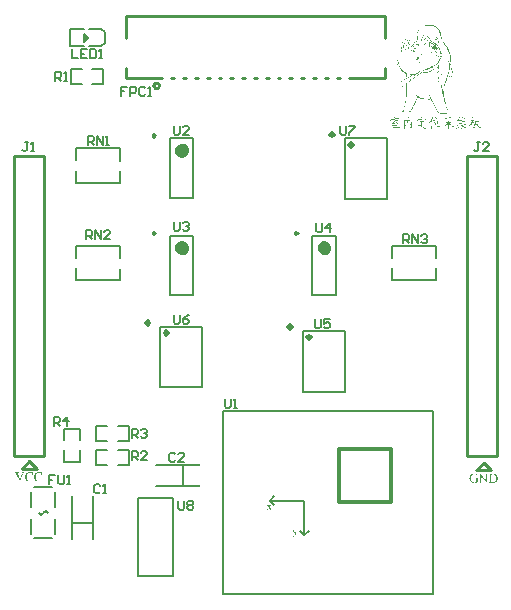
<source format=gto>
G04*
G04 #@! TF.GenerationSoftware,Altium Limited,Altium Designer,22.11.1 (43)*
G04*
G04 Layer_Color=65535*
%FSLAX25Y25*%
%MOIN*%
G70*
G04*
G04 #@! TF.SameCoordinates,D2032E32-7B9E-4814-9484-8CEA1A25EAEB*
G04*
G04*
G04 #@! TF.FilePolarity,Positive*
G04*
G01*
G75*
%ADD10C,0.01181*%
%ADD11C,0.01000*%
%ADD12C,0.00984*%
%ADD13C,0.02362*%
%ADD14C,0.00598*%
%ADD15C,0.00600*%
%ADD16C,0.00800*%
%ADD17C,0.00787*%
%ADD18C,0.01200*%
%ADD19C,0.00591*%
%ADD20C,0.00500*%
G36*
X138218Y191630D02*
Y191587D01*
X138131D01*
Y191630D01*
Y191674D01*
X138218D01*
Y191630D01*
D02*
G37*
G36*
X138087Y191543D02*
X138044D01*
Y191499D01*
X138000D01*
Y191543D01*
X137956D01*
Y191587D01*
X138087D01*
Y191543D01*
D02*
G37*
G36*
X138305Y191325D02*
Y191281D01*
X138262D01*
Y191325D01*
Y191369D01*
X138305D01*
Y191325D01*
D02*
G37*
G36*
X137869Y191107D02*
X137826D01*
Y191063D01*
X137738D01*
Y191107D01*
X137782D01*
Y191151D01*
X137869D01*
Y191107D01*
D02*
G37*
G36*
X137695Y191020D02*
Y190976D01*
X137608D01*
Y191020D01*
Y191063D01*
X137695D01*
Y191020D01*
D02*
G37*
G36*
X137608Y190933D02*
X137477D01*
Y190889D01*
Y190845D01*
X137390D01*
Y190889D01*
X137433D01*
Y190933D01*
Y190976D01*
X137608D01*
Y190933D01*
D02*
G37*
G36*
X137390Y190802D02*
Y190758D01*
X137302D01*
Y190802D01*
Y190845D01*
X137390D01*
Y190802D01*
D02*
G37*
G36*
Y190497D02*
Y190453D01*
X137259D01*
Y190409D01*
X137215D01*
Y190366D01*
X137171D01*
Y190322D01*
X137084D01*
Y190279D01*
Y190235D01*
X136953D01*
Y190191D01*
X136910D01*
Y190148D01*
X136866D01*
Y190191D01*
Y190235D01*
X136910D01*
Y190279D01*
X136953D01*
Y190322D01*
X136997D01*
Y190366D01*
X137041D01*
Y190409D01*
X137084D01*
Y190453D01*
X137215D01*
Y190497D01*
Y190540D01*
X137390D01*
Y190497D01*
D02*
G37*
G36*
X136866Y189755D02*
Y189712D01*
X136779D01*
Y189755D01*
X136823D01*
Y189799D01*
X136866D01*
Y189755D01*
D02*
G37*
G36*
X136779Y189668D02*
Y189625D01*
X136692D01*
Y189668D01*
Y189712D01*
X136779D01*
Y189668D01*
D02*
G37*
G36*
X136692Y189494D02*
X136648D01*
Y189450D01*
Y189407D01*
X136561D01*
Y189450D01*
Y189494D01*
X136605D01*
Y189537D01*
X136692D01*
Y189494D01*
D02*
G37*
G36*
Y189058D02*
Y189014D01*
X136605D01*
Y189058D01*
Y189101D01*
X136692D01*
Y189058D01*
D02*
G37*
G36*
X136605Y188970D02*
Y188927D01*
Y188883D01*
Y188840D01*
Y188796D01*
X136561D01*
Y188752D01*
Y188709D01*
Y188665D01*
Y188622D01*
Y188578D01*
X136474D01*
Y188534D01*
Y188491D01*
Y188447D01*
X136430D01*
Y188404D01*
X136387D01*
Y188447D01*
Y188491D01*
X136430D01*
Y188534D01*
Y188578D01*
X136387D01*
Y188622D01*
X136474D01*
Y188665D01*
Y188709D01*
Y188752D01*
Y188796D01*
Y188840D01*
Y188883D01*
Y188927D01*
X136518D01*
Y188970D01*
X136561D01*
Y189014D01*
X136605D01*
Y188970D01*
D02*
G37*
G36*
X143668Y188186D02*
X143712D01*
Y188142D01*
X143625D01*
Y188098D01*
X143581D01*
Y188142D01*
Y188186D01*
X143625D01*
Y188229D01*
X143668D01*
Y188186D01*
D02*
G37*
G36*
X142884Y187706D02*
X142927D01*
Y187662D01*
X142840D01*
Y187706D01*
Y187750D01*
X142884D01*
Y187706D01*
D02*
G37*
G36*
X142666D02*
Y187662D01*
X142578D01*
Y187706D01*
Y187750D01*
X142666D01*
Y187706D01*
D02*
G37*
G36*
X142971Y188142D02*
Y188098D01*
X143145D01*
Y188055D01*
X143189D01*
Y188011D01*
Y187968D01*
X143276D01*
Y187924D01*
Y187880D01*
X143363D01*
Y187837D01*
Y187793D01*
X143450D01*
Y187750D01*
X143407D01*
Y187706D01*
Y187662D01*
Y187619D01*
Y187575D01*
X143363D01*
Y187619D01*
X143320D01*
Y187662D01*
X143276D01*
Y187706D01*
Y187750D01*
X143189D01*
Y187793D01*
Y187837D01*
X143102D01*
Y187880D01*
X143058D01*
Y187924D01*
X143014D01*
Y187968D01*
X142884D01*
Y188011D01*
Y188055D01*
X142622D01*
Y188011D01*
X142578D01*
Y187968D01*
X142535D01*
Y187924D01*
X142491D01*
Y187880D01*
X142447D01*
Y187924D01*
Y187968D01*
Y188011D01*
X142491D01*
Y188055D01*
X142578D01*
Y188098D01*
X142709D01*
Y188142D01*
X142753D01*
Y188186D01*
X142971D01*
Y188142D01*
D02*
G37*
G36*
X142273Y187837D02*
Y187793D01*
X142404D01*
Y187837D01*
X142447D01*
Y187793D01*
Y187750D01*
X142360D01*
Y187706D01*
Y187662D01*
Y187619D01*
Y187575D01*
X142317D01*
Y187619D01*
X142273D01*
Y187662D01*
Y187706D01*
Y187750D01*
X142229D01*
Y187793D01*
Y187837D01*
Y187880D01*
X142273D01*
Y187837D01*
D02*
G37*
G36*
X139439Y187619D02*
Y187575D01*
X139221D01*
Y187532D01*
X139134D01*
Y187488D01*
Y187444D01*
X139047D01*
Y187488D01*
Y187532D01*
X139090D01*
Y187575D01*
X139177D01*
Y187619D01*
Y187662D01*
X139439D01*
Y187619D01*
D02*
G37*
G36*
X139570Y187532D02*
X139613D01*
Y187488D01*
X139657D01*
Y187444D01*
X139700D01*
Y187401D01*
X139744D01*
Y187357D01*
X139788D01*
Y187314D01*
X139831D01*
Y187270D01*
X139875D01*
Y187226D01*
X139788D01*
Y187270D01*
X139744D01*
Y187314D01*
X139700D01*
Y187357D01*
X139657D01*
Y187401D01*
X139613D01*
Y187444D01*
X139570D01*
Y187488D01*
X139526D01*
Y187532D01*
X139482D01*
Y187575D01*
X139570D01*
Y187532D01*
D02*
G37*
G36*
X141314Y187183D02*
Y187139D01*
X141227D01*
Y187183D01*
Y187226D01*
X141314D01*
Y187183D01*
D02*
G37*
G36*
X144497Y187096D02*
Y187052D01*
X144410D01*
Y187096D01*
Y187139D01*
X144497D01*
Y187096D01*
D02*
G37*
G36*
X139047Y187314D02*
Y187270D01*
Y187226D01*
Y187183D01*
Y187139D01*
Y187096D01*
Y187052D01*
X138959D01*
Y187096D01*
Y187139D01*
Y187183D01*
Y187226D01*
Y187270D01*
Y187314D01*
Y187357D01*
X139047D01*
Y187314D01*
D02*
G37*
G36*
X133814Y187183D02*
X133858D01*
Y187139D01*
X133901D01*
Y187096D01*
X133945D01*
Y187052D01*
X133988D01*
Y187008D01*
X134032D01*
Y186965D01*
X134076D01*
Y186921D01*
Y186878D01*
X134032D01*
Y186921D01*
X133988D01*
Y186965D01*
X133945D01*
Y187008D01*
X133901D01*
Y187052D01*
X133858D01*
Y187096D01*
X133814D01*
Y187139D01*
X133727D01*
Y187183D01*
Y187226D01*
X133814D01*
Y187183D01*
D02*
G37*
G36*
X135951Y186878D02*
Y186834D01*
X135820D01*
Y186790D01*
X135776D01*
Y186747D01*
X135689D01*
Y186790D01*
X135733D01*
Y186834D01*
X135776D01*
Y186878D01*
X135820D01*
Y186921D01*
X135951D01*
Y186878D01*
D02*
G37*
G36*
X134163Y186790D02*
Y186747D01*
X134119D01*
Y186790D01*
Y186834D01*
X134163D01*
Y186790D01*
D02*
G37*
G36*
X139439Y188752D02*
Y188709D01*
X139657D01*
Y188665D01*
Y188622D01*
X139831D01*
Y188578D01*
X139875D01*
Y188534D01*
Y188491D01*
X140049D01*
Y188447D01*
Y188404D01*
X140093D01*
Y188360D01*
X140137D01*
Y188317D01*
X140180D01*
Y188273D01*
X140311D01*
Y188229D01*
X140355D01*
Y188186D01*
X140398D01*
Y188142D01*
Y188098D01*
X140485D01*
Y188055D01*
Y188011D01*
Y187968D01*
X140573D01*
Y187924D01*
Y187880D01*
X140616D01*
Y187837D01*
X140660D01*
Y187793D01*
X140703D01*
Y187750D01*
X140791D01*
Y187706D01*
Y187662D01*
X140834D01*
Y187619D01*
Y187575D01*
Y187532D01*
X140878D01*
Y187488D01*
X140921D01*
Y187444D01*
X141009D01*
Y187401D01*
Y187357D01*
Y187314D01*
Y187270D01*
Y187226D01*
X141052D01*
Y187183D01*
X141096D01*
Y187139D01*
X141052D01*
Y187096D01*
Y187052D01*
X141139D01*
Y187008D01*
Y186965D01*
Y186921D01*
Y186878D01*
Y186834D01*
X141227D01*
Y186790D01*
Y186747D01*
Y186703D01*
Y186660D01*
X141445D01*
Y186703D01*
X141488D01*
Y186660D01*
X141532D01*
Y186616D01*
X141663D01*
Y186572D01*
X141706D01*
Y186529D01*
X141750D01*
Y186485D01*
X141794D01*
Y186442D01*
X142055D01*
Y186398D01*
X142099D01*
Y186354D01*
X142142D01*
Y186311D01*
X142273D01*
Y186267D01*
X142317D01*
Y186223D01*
X142360D01*
Y186180D01*
X142404D01*
Y186136D01*
X142535D01*
Y186093D01*
X142578D01*
Y186049D01*
X142622D01*
Y186005D01*
X142753D01*
Y185962D01*
Y185918D01*
X142840D01*
Y185875D01*
Y185831D01*
X142884D01*
Y185787D01*
X143058D01*
Y185744D01*
Y185700D01*
X143189D01*
Y185657D01*
Y185613D01*
Y185570D01*
Y185526D01*
Y185482D01*
X143363D01*
Y185439D01*
Y185395D01*
X143407D01*
Y185351D01*
Y185308D01*
Y185264D01*
X143450D01*
Y185221D01*
X143494D01*
Y185177D01*
X143581D01*
Y185133D01*
Y185090D01*
X143668D01*
Y185046D01*
X143625D01*
Y185003D01*
Y184959D01*
X143712D01*
Y184915D01*
X143756D01*
Y184872D01*
X143799D01*
Y184828D01*
Y184785D01*
X143886D01*
Y184741D01*
Y184697D01*
X143930D01*
Y184654D01*
Y184610D01*
Y184567D01*
Y184523D01*
Y184479D01*
X144017D01*
Y184436D01*
Y184392D01*
Y184349D01*
X144104D01*
Y184305D01*
Y184261D01*
Y184218D01*
Y184174D01*
X144192D01*
Y184131D01*
X144148D01*
Y184087D01*
Y184043D01*
X144235D01*
Y184000D01*
Y183956D01*
Y183913D01*
Y183869D01*
Y183825D01*
X144323D01*
Y183782D01*
Y183738D01*
Y183695D01*
Y183651D01*
Y183607D01*
Y183564D01*
Y183520D01*
Y183476D01*
Y183433D01*
X144410D01*
Y183389D01*
Y183346D01*
Y183302D01*
Y183258D01*
Y183215D01*
Y183171D01*
Y183128D01*
Y183084D01*
Y183040D01*
Y182997D01*
Y182953D01*
Y182910D01*
Y182866D01*
Y182823D01*
Y182779D01*
Y182735D01*
Y182692D01*
Y182648D01*
Y182604D01*
X144453D01*
Y182561D01*
Y182517D01*
Y182474D01*
X144497D01*
Y182430D01*
X144541D01*
Y182386D01*
Y182343D01*
Y182299D01*
Y182256D01*
Y182212D01*
Y182168D01*
Y182125D01*
Y182081D01*
X144497D01*
Y182038D01*
X144453D01*
Y181994D01*
Y181950D01*
Y181907D01*
Y181863D01*
Y181820D01*
Y181776D01*
Y181732D01*
Y181689D01*
X144497D01*
Y181645D01*
X144410D01*
Y181602D01*
Y181558D01*
Y181514D01*
Y181471D01*
Y181427D01*
Y181384D01*
Y181340D01*
X144323D01*
Y181296D01*
Y181253D01*
Y181209D01*
Y181166D01*
Y181122D01*
Y181078D01*
Y181035D01*
X144497D01*
Y180991D01*
Y180947D01*
X144410D01*
Y180904D01*
Y180860D01*
Y180817D01*
Y180773D01*
X144366D01*
Y180817D01*
X144323D01*
Y180860D01*
X144148D01*
Y180817D01*
Y180773D01*
Y180729D01*
Y180686D01*
Y180642D01*
Y180599D01*
Y180555D01*
Y180511D01*
X144192D01*
Y180468D01*
Y180424D01*
X144104D01*
Y180381D01*
Y180337D01*
Y180294D01*
X144017D01*
Y180250D01*
Y180206D01*
Y180163D01*
Y180119D01*
Y180076D01*
Y180032D01*
X143930D01*
Y179988D01*
Y179945D01*
Y179901D01*
X143886D01*
Y179857D01*
Y179814D01*
Y179770D01*
X143843D01*
Y179727D01*
X143799D01*
Y179683D01*
X143712D01*
Y179639D01*
Y179596D01*
Y179552D01*
Y179509D01*
X143668D01*
Y179465D01*
X143581D01*
Y179421D01*
Y179378D01*
Y179334D01*
Y179291D01*
X143450D01*
Y179247D01*
X143407D01*
Y179203D01*
X143363D01*
Y179160D01*
X143276D01*
Y179116D01*
Y179073D01*
Y179029D01*
Y178985D01*
Y178942D01*
Y178898D01*
Y178855D01*
X143189D01*
Y178898D01*
Y178942D01*
X143102D01*
Y178898D01*
X142971D01*
Y178855D01*
X142927D01*
Y178811D01*
X142884D01*
Y178767D01*
X142840D01*
Y178724D01*
X142796D01*
Y178680D01*
X142666D01*
Y178637D01*
X142491D01*
Y178593D01*
X142447D01*
Y178549D01*
X142404D01*
Y178506D01*
X142360D01*
Y178462D01*
X142273D01*
Y178419D01*
Y178375D01*
Y178331D01*
Y178288D01*
X142447D01*
Y178244D01*
X142317D01*
Y178200D01*
X142273D01*
Y178157D01*
X142142D01*
Y178113D01*
Y178070D01*
X142011D01*
Y178026D01*
X141881D01*
Y177982D01*
X141837D01*
Y177939D01*
X141706D01*
Y177895D01*
Y177852D01*
X141401D01*
Y177808D01*
X141357D01*
Y177764D01*
X141227D01*
Y177721D01*
X141009D01*
Y177677D01*
Y177634D01*
X140878D01*
Y177590D01*
X140834D01*
Y177547D01*
X140660D01*
Y177503D01*
X140573D01*
Y177459D01*
Y177416D01*
X140355D01*
Y177372D01*
X140311D01*
Y177329D01*
X140093D01*
Y177285D01*
Y177241D01*
X139875D01*
Y177198D01*
X139657D01*
Y177154D01*
Y177110D01*
X139265D01*
Y177067D01*
Y177023D01*
X138959D01*
Y176980D01*
Y176936D01*
X138654D01*
Y176980D01*
Y177023D01*
X138523D01*
Y176980D01*
X138480D01*
Y177023D01*
Y177067D01*
X138523D01*
Y177110D01*
X138654D01*
Y177154D01*
X138785D01*
Y177198D01*
X138829D01*
Y177241D01*
X139047D01*
Y177285D01*
Y177329D01*
X139177D01*
Y177372D01*
X139308D01*
Y177416D01*
X139352D01*
Y177459D01*
X139482D01*
Y177503D01*
Y177547D01*
X139613D01*
Y177590D01*
X139657D01*
Y177634D01*
X139788D01*
Y177677D01*
X139918D01*
Y177721D01*
X139962D01*
Y177764D01*
X140093D01*
Y177808D01*
Y177852D01*
X140224D01*
Y177895D01*
X140267D01*
Y177939D01*
X140485D01*
Y177982D01*
X140703D01*
Y178026D01*
Y178070D01*
X140834D01*
Y178113D01*
Y178157D01*
X141052D01*
Y178200D01*
X141183D01*
Y178244D01*
X141227D01*
Y178288D01*
X141357D01*
Y178331D01*
Y178375D01*
X141576D01*
Y178419D01*
X141619D01*
Y178462D01*
X141750D01*
Y178506D01*
X141968D01*
Y178549D01*
Y178593D01*
X142142D01*
Y178637D01*
Y178680D01*
X142273D01*
Y178724D01*
Y178767D01*
X142447D01*
Y178811D01*
X142491D01*
Y178855D01*
Y178898D01*
X142666D01*
Y178942D01*
Y178985D01*
X142709D01*
Y179029D01*
X142753D01*
Y179073D01*
X142796D01*
Y179116D01*
X142884D01*
Y179160D01*
Y179203D01*
Y179247D01*
Y179291D01*
X143058D01*
Y179334D01*
X143102D01*
Y179378D01*
Y179421D01*
X143189D01*
Y179465D01*
Y179509D01*
X143276D01*
Y179552D01*
Y179596D01*
X143320D01*
Y179639D01*
X143407D01*
Y179683D01*
X143450D01*
Y179727D01*
Y179770D01*
Y179814D01*
X143363D01*
Y179857D01*
Y179901D01*
X143407D01*
Y179945D01*
X143494D01*
Y179901D01*
X143668D01*
Y179945D01*
Y179988D01*
Y180032D01*
X143712D01*
Y180076D01*
Y180119D01*
X143799D01*
Y180163D01*
Y180206D01*
Y180250D01*
X143886D01*
Y180294D01*
Y180337D01*
Y180381D01*
Y180424D01*
X143974D01*
Y180468D01*
Y180511D01*
X143930D01*
Y180555D01*
X144017D01*
Y180599D01*
Y180642D01*
Y180686D01*
Y180729D01*
Y180773D01*
X144104D01*
Y180817D01*
Y180860D01*
Y180904D01*
Y180947D01*
Y180991D01*
Y181035D01*
X143974D01*
Y181078D01*
X143930D01*
Y181122D01*
X143843D01*
Y181166D01*
X143930D01*
Y181209D01*
X143974D01*
Y181253D01*
X144017D01*
Y181209D01*
Y181166D01*
Y181122D01*
X144061D01*
Y181078D01*
X144192D01*
Y181122D01*
Y181166D01*
Y181209D01*
Y181253D01*
X144279D01*
Y181296D01*
Y181340D01*
X144235D01*
Y181384D01*
X144323D01*
Y181427D01*
Y181471D01*
Y181514D01*
Y181558D01*
Y181602D01*
Y181645D01*
Y181689D01*
Y181732D01*
Y181776D01*
Y181820D01*
Y181863D01*
Y181907D01*
X144410D01*
Y181950D01*
Y181994D01*
Y182038D01*
Y182081D01*
Y182125D01*
Y182168D01*
Y182212D01*
Y182256D01*
Y182299D01*
Y182343D01*
Y182386D01*
X144323D01*
Y182430D01*
Y182474D01*
Y182517D01*
Y182561D01*
Y182604D01*
Y182648D01*
Y182692D01*
Y182735D01*
Y182779D01*
Y182823D01*
Y182866D01*
Y182910D01*
Y182953D01*
Y182997D01*
Y183040D01*
Y183084D01*
X144235D01*
Y183128D01*
X144279D01*
Y183171D01*
Y183215D01*
Y183258D01*
Y183302D01*
Y183346D01*
X144235D01*
Y183389D01*
X144192D01*
Y183433D01*
Y183476D01*
Y183520D01*
Y183564D01*
Y183607D01*
Y183651D01*
X144148D01*
Y183695D01*
X144104D01*
Y183738D01*
Y183782D01*
Y183825D01*
X144017D01*
Y183869D01*
Y183913D01*
Y183956D01*
X143974D01*
Y184000D01*
X143930D01*
Y184043D01*
X143886D01*
Y184087D01*
Y184131D01*
Y184174D01*
Y184218D01*
X143799D01*
Y184261D01*
Y184305D01*
Y184349D01*
Y184392D01*
Y184436D01*
X143712D01*
Y184479D01*
Y184523D01*
Y184567D01*
Y184610D01*
Y184654D01*
X143625D01*
Y184697D01*
Y184741D01*
X143581D01*
Y184785D01*
Y184828D01*
Y184872D01*
X143494D01*
Y184915D01*
Y184959D01*
X143407D01*
Y185003D01*
Y185046D01*
X143320D01*
Y185090D01*
X143276D01*
Y185133D01*
Y185177D01*
X143145D01*
Y185221D01*
Y185264D01*
Y185308D01*
Y185351D01*
X143014D01*
Y185395D01*
X142884D01*
Y185439D01*
Y185482D01*
Y185526D01*
Y185570D01*
X142796D01*
Y185613D01*
Y185657D01*
X142666D01*
Y185700D01*
X142578D01*
Y185744D01*
Y185787D01*
X142491D01*
Y185831D01*
Y185875D01*
X142447D01*
Y185918D01*
X142360D01*
Y185962D01*
Y186005D01*
X142229D01*
Y186049D01*
X142186D01*
Y186093D01*
X142142D01*
Y186136D01*
X142099D01*
Y186180D01*
X141968D01*
Y186223D01*
X141924D01*
Y186267D01*
X141881D01*
Y186311D01*
X141750D01*
Y186354D01*
Y186398D01*
X141619D01*
Y186442D01*
X141576D01*
Y186485D01*
X141401D01*
Y186442D01*
X141357D01*
Y186398D01*
Y186354D01*
Y186311D01*
Y186267D01*
Y186223D01*
X141488D01*
Y186180D01*
X141357D01*
Y186136D01*
Y186093D01*
Y186049D01*
Y186005D01*
X141532D01*
Y186049D01*
Y186093D01*
X141663D01*
Y186049D01*
X141706D01*
Y186005D01*
X141750D01*
Y185962D01*
Y185918D01*
Y185875D01*
Y185831D01*
X141924D01*
Y185787D01*
X141968D01*
Y185744D01*
X142011D01*
Y185700D01*
X142055D01*
Y185657D01*
Y185613D01*
X141968D01*
Y185570D01*
Y185526D01*
Y185482D01*
Y185439D01*
Y185395D01*
Y185351D01*
X141924D01*
Y185308D01*
Y185264D01*
Y185221D01*
Y185177D01*
X142011D01*
Y185133D01*
X141968D01*
Y185090D01*
Y185046D01*
X142011D01*
Y185003D01*
X142142D01*
Y185046D01*
Y185090D01*
X142229D01*
Y185046D01*
Y185003D01*
X142360D01*
Y185046D01*
Y185090D01*
Y185133D01*
Y185177D01*
X142273D01*
Y185221D01*
Y185264D01*
X142317D01*
Y185308D01*
X142273D01*
Y185351D01*
Y185395D01*
X142578D01*
Y185439D01*
Y185482D01*
Y185526D01*
X142622D01*
Y185482D01*
X142666D01*
Y185439D01*
Y185395D01*
X142753D01*
Y185351D01*
Y185308D01*
X142840D01*
Y185264D01*
Y185221D01*
X142927D01*
Y185264D01*
X142971D01*
Y185221D01*
Y185177D01*
X142884D01*
Y185133D01*
Y185090D01*
Y185046D01*
Y185003D01*
X142971D01*
Y184959D01*
Y184915D01*
Y184872D01*
X143102D01*
Y184828D01*
X143145D01*
Y184785D01*
X143276D01*
Y184741D01*
Y184697D01*
Y184654D01*
Y184610D01*
Y184567D01*
Y184523D01*
Y184479D01*
Y184436D01*
Y184392D01*
X143363D01*
Y184349D01*
X143581D01*
Y184305D01*
Y184261D01*
Y184218D01*
Y184174D01*
X143668D01*
Y184131D01*
X143581D01*
Y184087D01*
Y184043D01*
Y184000D01*
Y183956D01*
Y183913D01*
Y183869D01*
X143886D01*
Y183825D01*
Y183782D01*
X143843D01*
Y183738D01*
X143886D01*
Y183695D01*
Y183651D01*
X143930D01*
Y183607D01*
Y183564D01*
Y183520D01*
X144017D01*
Y183476D01*
Y183433D01*
Y183389D01*
Y183346D01*
Y183302D01*
Y183258D01*
Y183215D01*
X144104D01*
Y183171D01*
Y183128D01*
Y183084D01*
X144017D01*
Y183040D01*
Y182997D01*
Y182953D01*
Y182910D01*
X143974D01*
Y182953D01*
Y182997D01*
X143799D01*
Y182953D01*
Y182910D01*
X143712D01*
Y182953D01*
Y182997D01*
Y183040D01*
X143843D01*
Y183084D01*
X143886D01*
Y183128D01*
Y183171D01*
Y183215D01*
X143799D01*
Y183258D01*
Y183302D01*
X143712D01*
Y183346D01*
Y183389D01*
Y183433D01*
Y183476D01*
Y183520D01*
X143799D01*
Y183564D01*
Y183607D01*
Y183651D01*
Y183695D01*
X143668D01*
Y183651D01*
X143625D01*
Y183607D01*
Y183564D01*
X143668D01*
Y183520D01*
X143581D01*
Y183564D01*
Y183607D01*
Y183651D01*
Y183695D01*
X143407D01*
Y183738D01*
X143450D01*
Y183782D01*
Y183825D01*
X143189D01*
Y183869D01*
Y183913D01*
Y183956D01*
Y184000D01*
Y184043D01*
Y184087D01*
Y184131D01*
X143058D01*
Y184087D01*
Y184043D01*
Y184000D01*
Y183956D01*
X142971D01*
Y184000D01*
Y184043D01*
Y184087D01*
Y184131D01*
X142840D01*
Y184174D01*
Y184218D01*
Y184261D01*
X142666D01*
Y184218D01*
X142491D01*
Y184174D01*
Y184131D01*
Y184087D01*
Y184043D01*
X142666D01*
Y184000D01*
Y183956D01*
Y183913D01*
X142491D01*
Y183869D01*
Y183825D01*
Y183782D01*
Y183738D01*
X142666D01*
Y183695D01*
Y183651D01*
X142753D01*
Y183607D01*
Y183564D01*
Y183520D01*
Y183476D01*
Y183433D01*
X142971D01*
Y183389D01*
Y183346D01*
X142796D01*
Y183302D01*
Y183258D01*
Y183215D01*
Y183171D01*
Y183128D01*
X142971D01*
Y183084D01*
Y183040D01*
X143058D01*
Y182997D01*
Y182953D01*
Y182910D01*
X142971D01*
Y182866D01*
Y182823D01*
Y182779D01*
X143014D01*
Y182735D01*
X143145D01*
Y182692D01*
X143363D01*
Y182648D01*
Y182604D01*
X143320D01*
Y182561D01*
Y182517D01*
Y182474D01*
Y182430D01*
Y182386D01*
X143363D01*
Y182343D01*
Y182299D01*
X143276D01*
Y182256D01*
Y182212D01*
Y182168D01*
X143189D01*
Y182125D01*
Y182081D01*
Y182038D01*
Y181994D01*
X143058D01*
Y181950D01*
Y181907D01*
Y181863D01*
X142971D01*
Y181907D01*
Y181950D01*
Y181994D01*
X142884D01*
Y182038D01*
Y182081D01*
X142971D01*
Y182125D01*
Y182168D01*
Y182212D01*
X143058D01*
Y182256D01*
Y182299D01*
Y182343D01*
Y182386D01*
Y182430D01*
Y182474D01*
Y182517D01*
Y182561D01*
Y182604D01*
Y182648D01*
Y182692D01*
X142840D01*
Y182648D01*
X142796D01*
Y182692D01*
X142753D01*
Y182735D01*
Y182779D01*
Y182823D01*
Y182866D01*
Y182910D01*
X142884D01*
Y182953D01*
Y182997D01*
Y183040D01*
Y183084D01*
X142753D01*
Y183040D01*
Y182997D01*
X142666D01*
Y183040D01*
Y183084D01*
Y183128D01*
Y183171D01*
Y183215D01*
X142578D01*
Y183258D01*
Y183302D01*
X142622D01*
Y183346D01*
X142535D01*
Y183389D01*
Y183433D01*
X142666D01*
Y183476D01*
Y183520D01*
Y183564D01*
Y183607D01*
X142535D01*
Y183564D01*
X142491D01*
Y183520D01*
X142447D01*
Y183564D01*
Y183607D01*
Y183651D01*
Y183695D01*
X142186D01*
Y183738D01*
X141968D01*
Y183695D01*
Y183651D01*
X141924D01*
Y183695D01*
X141881D01*
Y183738D01*
X141837D01*
Y183782D01*
Y183825D01*
X142011D01*
Y183869D01*
Y183913D01*
Y183956D01*
X142142D01*
Y184000D01*
Y184043D01*
Y184087D01*
Y184131D01*
Y184174D01*
Y184218D01*
X141924D01*
Y184174D01*
Y184131D01*
Y184087D01*
Y184043D01*
X141837D01*
Y184000D01*
Y183956D01*
X141750D01*
Y183913D01*
Y183869D01*
Y183825D01*
X141576D01*
Y183869D01*
X141663D01*
Y183913D01*
X141706D01*
Y183956D01*
Y184000D01*
Y184043D01*
X141619D01*
Y184087D01*
X141576D01*
Y184131D01*
X141532D01*
Y184174D01*
Y184218D01*
Y184261D01*
Y184305D01*
Y184349D01*
Y184392D01*
Y184436D01*
Y184479D01*
Y184523D01*
Y184567D01*
Y184610D01*
Y184654D01*
Y184697D01*
Y184741D01*
Y184785D01*
X141619D01*
Y184828D01*
Y184872D01*
Y184915D01*
Y184959D01*
X141401D01*
Y184915D01*
Y184872D01*
X141183D01*
Y184828D01*
X141009D01*
Y184872D01*
X140921D01*
Y184915D01*
Y184959D01*
X140573D01*
Y185003D01*
X140747D01*
Y185046D01*
X140791D01*
Y185003D01*
X140921D01*
Y184959D01*
X141052D01*
Y185003D01*
X141183D01*
Y184959D01*
X141314D01*
Y185003D01*
Y185046D01*
Y185090D01*
X141227D01*
Y185133D01*
Y185177D01*
X141314D01*
Y185221D01*
Y185264D01*
X141357D01*
Y185221D01*
X141401D01*
Y185177D01*
X141357D01*
Y185133D01*
Y185090D01*
X141619D01*
Y185046D01*
Y185003D01*
Y184959D01*
X141750D01*
Y185003D01*
Y185046D01*
Y185090D01*
X141706D01*
Y185133D01*
Y185177D01*
Y185221D01*
Y185264D01*
X141663D01*
Y185308D01*
X141750D01*
Y185351D01*
Y185395D01*
X141837D01*
Y185439D01*
Y185482D01*
Y185526D01*
Y185570D01*
X141663D01*
Y185613D01*
X141750D01*
Y185657D01*
Y185700D01*
Y185744D01*
Y185787D01*
X141619D01*
Y185831D01*
Y185875D01*
Y185918D01*
X141227D01*
Y185875D01*
X141139D01*
Y185918D01*
X141096D01*
Y185962D01*
X141052D01*
Y186005D01*
X141009D01*
Y186049D01*
Y186093D01*
X141052D01*
Y186049D01*
X141139D01*
Y186093D01*
X141183D01*
Y186136D01*
Y186180D01*
Y186223D01*
X141009D01*
Y186180D01*
X140703D01*
Y186136D01*
Y186093D01*
Y186049D01*
Y186005D01*
Y185962D01*
Y185918D01*
X140791D01*
Y185875D01*
Y185831D01*
X140878D01*
Y185787D01*
X140921D01*
Y185744D01*
Y185700D01*
Y185657D01*
Y185613D01*
X141009D01*
Y185570D01*
X140965D01*
Y185526D01*
X140921D01*
Y185482D01*
X140878D01*
Y185526D01*
Y185570D01*
Y185613D01*
X140834D01*
Y185657D01*
X140616D01*
Y185700D01*
X140485D01*
Y185744D01*
X140442D01*
Y185787D01*
X140398D01*
Y185831D01*
Y185875D01*
X140267D01*
Y185918D01*
X140398D01*
Y185962D01*
Y186005D01*
X140573D01*
Y186049D01*
Y186093D01*
Y186136D01*
Y186180D01*
X140398D01*
Y186223D01*
Y186267D01*
Y186311D01*
Y186354D01*
X140573D01*
Y186398D01*
Y186442D01*
Y186485D01*
Y186529D01*
X140442D01*
Y186572D01*
X140485D01*
Y186616D01*
X140529D01*
Y186660D01*
X140573D01*
Y186616D01*
Y186572D01*
Y186529D01*
X140747D01*
Y186572D01*
X140791D01*
Y186616D01*
X140834D01*
Y186572D01*
X140878D01*
Y186529D01*
X141009D01*
Y186485D01*
Y186442D01*
X141183D01*
Y186485D01*
Y186529D01*
Y186572D01*
Y186616D01*
Y186660D01*
Y186703D01*
X141096D01*
Y186747D01*
Y186790D01*
Y186834D01*
Y186878D01*
Y186921D01*
X141009D01*
Y186965D01*
X140965D01*
Y187008D01*
X140921D01*
Y187052D01*
Y187096D01*
Y187139D01*
X140878D01*
Y187183D01*
Y187226D01*
Y187270D01*
Y187314D01*
X140791D01*
Y187357D01*
X140703D01*
Y187401D01*
Y187444D01*
X140616D01*
Y187488D01*
Y187532D01*
X140529D01*
Y187575D01*
Y187619D01*
X140485D01*
Y187662D01*
Y187706D01*
Y187750D01*
X140398D01*
Y187793D01*
Y187837D01*
X140224D01*
Y187880D01*
X140180D01*
Y187924D01*
Y187968D01*
X140093D01*
Y188011D01*
Y188055D01*
Y188098D01*
Y188142D01*
X140006D01*
Y188186D01*
X139875D01*
Y188229D01*
Y188273D01*
Y188317D01*
Y188360D01*
X139788D01*
Y188404D01*
Y188447D01*
X139700D01*
Y188491D01*
X139482D01*
Y188534D01*
Y188578D01*
X139526D01*
Y188622D01*
X139482D01*
Y188665D01*
X139395D01*
Y188709D01*
X139221D01*
Y188665D01*
X139177D01*
Y188709D01*
X138829D01*
Y188665D01*
X138785D01*
Y188622D01*
X138741D01*
Y188578D01*
X138654D01*
Y188622D01*
Y188665D01*
Y188709D01*
X138785D01*
Y188752D01*
X138829D01*
Y188796D01*
X139439D01*
Y188752D01*
D02*
G37*
G36*
X139962Y187096D02*
Y187052D01*
X140093D01*
Y187008D01*
Y186965D01*
Y186921D01*
Y186878D01*
Y186834D01*
X140180D01*
Y186790D01*
Y186747D01*
X140267D01*
Y186703D01*
Y186660D01*
Y186616D01*
X140311D01*
Y186572D01*
X140355D01*
Y186529D01*
X140224D01*
Y186485D01*
Y186442D01*
Y186398D01*
X140267D01*
Y186354D01*
Y186311D01*
X140180D01*
Y186354D01*
Y186398D01*
Y186442D01*
Y186485D01*
Y186529D01*
Y186572D01*
Y186616D01*
Y186660D01*
Y186703D01*
Y186747D01*
X140093D01*
Y186790D01*
Y186834D01*
X140006D01*
Y186878D01*
Y186921D01*
X140049D01*
Y186965D01*
X140006D01*
Y187008D01*
X139918D01*
Y187052D01*
X139875D01*
Y187096D01*
Y187139D01*
X139962D01*
Y187096D01*
D02*
G37*
G36*
X140180Y186180D02*
X140137D01*
Y186136D01*
X140093D01*
Y186093D01*
X140006D01*
Y186136D01*
X140049D01*
Y186180D01*
X140093D01*
Y186223D01*
X140180D01*
Y186180D01*
D02*
G37*
G36*
X139831Y186049D02*
Y186005D01*
X139570D01*
Y186049D01*
Y186093D01*
X139831D01*
Y186049D01*
D02*
G37*
G36*
X136910Y188970D02*
Y188927D01*
Y188883D01*
Y188840D01*
Y188796D01*
X136866D01*
Y188752D01*
Y188709D01*
Y188665D01*
Y188622D01*
Y188578D01*
Y188534D01*
Y188491D01*
Y188447D01*
X136779D01*
Y188404D01*
Y188360D01*
Y188317D01*
Y188273D01*
X136866D01*
Y188229D01*
Y188186D01*
Y188142D01*
Y188098D01*
Y188055D01*
Y188011D01*
Y187968D01*
Y187924D01*
Y187880D01*
Y187837D01*
Y187793D01*
Y187750D01*
Y187706D01*
Y187662D01*
Y187619D01*
Y187575D01*
Y187532D01*
Y187488D01*
Y187444D01*
Y187401D01*
Y187357D01*
X136910D01*
Y187314D01*
Y187270D01*
Y187226D01*
Y187183D01*
Y187139D01*
Y187096D01*
Y187052D01*
Y187008D01*
Y186965D01*
Y186921D01*
X137913D01*
Y186965D01*
Y187008D01*
Y187052D01*
Y187096D01*
Y187139D01*
Y187183D01*
Y187226D01*
Y187270D01*
X138000D01*
Y187314D01*
Y187357D01*
Y187401D01*
Y187444D01*
Y187488D01*
Y187532D01*
Y187575D01*
X138087D01*
Y187619D01*
Y187662D01*
Y187706D01*
Y187750D01*
X138044D01*
Y187793D01*
X138131D01*
Y187837D01*
Y187880D01*
Y187924D01*
Y187968D01*
X138218D01*
Y188011D01*
Y188055D01*
Y188098D01*
X138262D01*
Y188142D01*
Y188186D01*
X138349D01*
Y188229D01*
Y188273D01*
X138436D01*
Y188317D01*
Y188360D01*
Y188404D01*
X138480D01*
Y188447D01*
X138523D01*
Y188491D01*
X138567D01*
Y188534D01*
X138610D01*
Y188578D01*
X138654D01*
Y188534D01*
Y188491D01*
Y188447D01*
X138610D01*
Y188404D01*
X138567D01*
Y188360D01*
Y188317D01*
X138610D01*
Y188273D01*
X138523D01*
Y188229D01*
Y188186D01*
Y188142D01*
Y188098D01*
Y188055D01*
X138436D01*
Y188011D01*
Y187968D01*
Y187924D01*
Y187880D01*
Y187837D01*
X138349D01*
Y187793D01*
Y187750D01*
Y187706D01*
Y187662D01*
Y187619D01*
X138305D01*
Y187575D01*
X138262D01*
Y187532D01*
X138305D01*
Y187488D01*
Y187444D01*
X138218D01*
Y187401D01*
Y187357D01*
Y187314D01*
Y187270D01*
Y187226D01*
Y187183D01*
Y187139D01*
X138131D01*
Y187096D01*
Y187052D01*
Y187008D01*
Y186965D01*
Y186921D01*
X138044D01*
Y186878D01*
Y186834D01*
Y186790D01*
Y186747D01*
Y186703D01*
X138000D01*
Y186660D01*
X137956D01*
Y186616D01*
Y186572D01*
Y186529D01*
Y186485D01*
X138000D01*
Y186442D01*
Y186398D01*
X137913D01*
Y186354D01*
Y186311D01*
Y186267D01*
Y186223D01*
Y186180D01*
X137826D01*
Y186136D01*
Y186093D01*
Y186049D01*
Y186005D01*
X137738D01*
Y186049D01*
Y186093D01*
X137782D01*
Y186136D01*
Y186180D01*
Y186223D01*
Y186267D01*
Y186311D01*
X137826D01*
Y186354D01*
Y186398D01*
Y186442D01*
Y186485D01*
Y186529D01*
Y186572D01*
Y186616D01*
Y186660D01*
Y186703D01*
Y186747D01*
Y186790D01*
Y186834D01*
X137695D01*
Y186790D01*
X137651D01*
Y186834D01*
X137477D01*
Y186790D01*
X136997D01*
Y186747D01*
X136953D01*
Y186703D01*
X136605D01*
Y186660D01*
X136561D01*
Y186616D01*
X136256D01*
Y186572D01*
Y186529D01*
X136125D01*
Y186485D01*
X135951D01*
Y186442D01*
X135863D01*
Y186485D01*
Y186529D01*
X135994D01*
Y186572D01*
X136038D01*
Y186616D01*
X136169D01*
Y186660D01*
X136430D01*
Y186703D01*
X136474D01*
Y186747D01*
X136692D01*
Y186790D01*
Y186834D01*
X136779D01*
Y186878D01*
Y186921D01*
Y186965D01*
Y187008D01*
X136692D01*
Y187052D01*
X136648D01*
Y187096D01*
Y187139D01*
Y187183D01*
Y187226D01*
X136561D01*
Y187270D01*
Y187314D01*
Y187357D01*
Y187401D01*
Y187444D01*
Y187488D01*
Y187532D01*
Y187575D01*
Y187619D01*
Y187662D01*
Y187706D01*
Y187750D01*
Y187793D01*
Y187837D01*
Y187880D01*
Y187924D01*
Y187968D01*
Y188011D01*
Y188055D01*
Y188098D01*
Y188142D01*
Y188186D01*
Y188229D01*
Y188273D01*
X136648D01*
Y188317D01*
Y188360D01*
Y188404D01*
Y188447D01*
Y188491D01*
X136692D01*
Y188534D01*
Y188578D01*
Y188622D01*
X136779D01*
Y188665D01*
Y188709D01*
Y188752D01*
Y188796D01*
Y188840D01*
Y188883D01*
X136866D01*
Y188927D01*
Y188970D01*
Y189014D01*
X136910D01*
Y188970D01*
D02*
G37*
G36*
X138959Y186878D02*
Y186834D01*
Y186790D01*
Y186747D01*
Y186703D01*
Y186660D01*
Y186616D01*
Y186572D01*
Y186529D01*
Y186485D01*
Y186442D01*
Y186398D01*
Y186354D01*
Y186311D01*
Y186267D01*
Y186223D01*
Y186180D01*
Y186136D01*
Y186093D01*
X139047D01*
Y186049D01*
Y186005D01*
X139570D01*
Y185962D01*
Y185918D01*
X139265D01*
Y185875D01*
X139177D01*
Y185918D01*
X139047D01*
Y185962D01*
Y186005D01*
X138872D01*
Y186049D01*
X138916D01*
Y186093D01*
Y186136D01*
Y186180D01*
Y186223D01*
Y186267D01*
Y186311D01*
Y186354D01*
Y186398D01*
Y186442D01*
Y186485D01*
Y186529D01*
Y186572D01*
Y186616D01*
Y186660D01*
Y186703D01*
Y186747D01*
Y186790D01*
Y186834D01*
X138872D01*
Y186878D01*
X138916D01*
Y186921D01*
X138959D01*
Y186878D01*
D02*
G37*
G36*
X132550Y185962D02*
X132593D01*
Y185918D01*
X132637D01*
Y185875D01*
X132550D01*
Y185918D01*
X132244D01*
Y185962D01*
Y186005D01*
X132550D01*
Y185962D01*
D02*
G37*
G36*
X135863Y186398D02*
X135733D01*
Y186354D01*
Y186311D01*
X135602D01*
Y186267D01*
X135558D01*
Y186223D01*
X135427D01*
Y186180D01*
X135253D01*
Y186136D01*
X135209D01*
Y186093D01*
X135079D01*
Y186049D01*
X135035D01*
Y186005D01*
X134904D01*
Y185962D01*
Y185918D01*
X134817D01*
Y185875D01*
X134686D01*
Y185831D01*
Y185787D01*
X134512D01*
Y185831D01*
X134599D01*
Y185875D01*
X134643D01*
Y185918D01*
X134730D01*
Y185962D01*
Y186005D01*
X134861D01*
Y186049D01*
X134904D01*
Y186093D01*
X135035D01*
Y186136D01*
X135166D01*
Y186180D01*
X135209D01*
Y186223D01*
X135340D01*
Y186267D01*
Y186311D01*
X135471D01*
Y186354D01*
X135602D01*
Y186398D01*
X135645D01*
Y186442D01*
X135863D01*
Y186398D01*
D02*
G37*
G36*
X132724Y187444D02*
X132855D01*
Y187401D01*
Y187357D01*
X133029D01*
Y187314D01*
Y187270D01*
X133073D01*
Y187226D01*
X133160D01*
Y187183D01*
X133247D01*
Y187139D01*
X133291D01*
Y187096D01*
X133335D01*
Y187052D01*
X133378D01*
Y187008D01*
X133422D01*
Y186965D01*
X133465D01*
Y186921D01*
Y186878D01*
Y186834D01*
X133553D01*
Y186790D01*
Y186747D01*
X133596D01*
Y186703D01*
X133640D01*
Y186660D01*
X133683D01*
Y186616D01*
X133771D01*
Y186572D01*
Y186529D01*
X133858D01*
Y186485D01*
Y186442D01*
X133901D01*
Y186398D01*
Y186354D01*
Y186311D01*
X133988D01*
Y186267D01*
Y186223D01*
X134076D01*
Y186180D01*
Y186136D01*
X134119D01*
Y186093D01*
Y186049D01*
Y186005D01*
X134206D01*
Y185962D01*
X134250D01*
Y185918D01*
X134294D01*
Y185875D01*
X134337D01*
Y185831D01*
X134381D01*
Y185787D01*
X134294D01*
Y185831D01*
X134250D01*
Y185875D01*
X134206D01*
Y185918D01*
X134163D01*
Y185962D01*
X134119D01*
Y186005D01*
X134076D01*
Y186049D01*
X134032D01*
Y186093D01*
X133858D01*
Y186136D01*
Y186180D01*
X133771D01*
Y186223D01*
Y186267D01*
Y186311D01*
X133683D01*
Y186354D01*
Y186398D01*
X133596D01*
Y186442D01*
Y186485D01*
X133553D01*
Y186529D01*
Y186572D01*
Y186616D01*
X133465D01*
Y186660D01*
X133422D01*
Y186703D01*
X133378D01*
Y186747D01*
X133335D01*
Y186790D01*
X133291D01*
Y186834D01*
X133247D01*
Y186878D01*
X133204D01*
Y186921D01*
X133160D01*
Y186965D01*
X133116D01*
Y187008D01*
X132986D01*
Y187052D01*
X133029D01*
Y187096D01*
Y187139D01*
X132942D01*
Y187183D01*
X132898D01*
Y187226D01*
X132855D01*
Y187270D01*
X132811D01*
Y187314D01*
X132680D01*
Y187357D01*
X132332D01*
Y187314D01*
X132288D01*
Y187270D01*
X132244D01*
Y187226D01*
X132201D01*
Y187183D01*
X132157D01*
Y187139D01*
X132114D01*
Y187096D01*
X132070D01*
Y187052D01*
X132026D01*
Y187008D01*
Y186965D01*
Y186921D01*
X131939D01*
Y186878D01*
Y186834D01*
Y186790D01*
Y186747D01*
Y186703D01*
X131852D01*
Y186660D01*
Y186616D01*
Y186572D01*
Y186529D01*
Y186485D01*
Y186442D01*
Y186398D01*
X131808D01*
Y186354D01*
Y186311D01*
Y186267D01*
Y186223D01*
X131721D01*
Y186180D01*
Y186136D01*
Y186093D01*
Y186049D01*
Y186005D01*
X131634D01*
Y185962D01*
Y185918D01*
Y185875D01*
Y185831D01*
Y185787D01*
Y185744D01*
Y185700D01*
X131547D01*
Y185657D01*
Y185613D01*
Y185570D01*
Y185526D01*
Y185482D01*
Y185439D01*
Y185395D01*
X131590D01*
Y185351D01*
X131503D01*
Y185308D01*
Y185264D01*
Y185221D01*
Y185177D01*
Y185133D01*
Y185090D01*
Y185046D01*
X131416D01*
Y185003D01*
Y184959D01*
Y184915D01*
Y184872D01*
Y184828D01*
Y184785D01*
Y184741D01*
Y184697D01*
Y184654D01*
Y184610D01*
Y184567D01*
Y184523D01*
X131329D01*
Y184479D01*
Y184436D01*
Y184392D01*
Y184349D01*
X131416D01*
Y184305D01*
Y184261D01*
X131329D01*
Y184218D01*
Y184174D01*
Y184131D01*
Y184087D01*
Y184043D01*
Y184000D01*
Y183956D01*
Y183913D01*
Y183869D01*
Y183825D01*
X131416D01*
Y183782D01*
Y183738D01*
Y183695D01*
Y183651D01*
Y183607D01*
Y183564D01*
Y183520D01*
Y183476D01*
Y183433D01*
Y183389D01*
Y183346D01*
Y183302D01*
Y183258D01*
Y183215D01*
Y183171D01*
Y183128D01*
Y183084D01*
X131329D01*
Y183128D01*
Y183171D01*
Y183215D01*
Y183258D01*
Y183302D01*
Y183346D01*
Y183389D01*
Y183433D01*
Y183476D01*
Y183520D01*
Y183564D01*
Y183607D01*
Y183651D01*
Y183695D01*
X131285D01*
Y183738D01*
Y183782D01*
Y183825D01*
Y183869D01*
Y183913D01*
Y183956D01*
Y184000D01*
Y184043D01*
X131198D01*
Y184087D01*
Y184131D01*
Y184174D01*
Y184218D01*
Y184261D01*
X131285D01*
Y184305D01*
Y184349D01*
Y184392D01*
Y184436D01*
Y184479D01*
Y184523D01*
Y184567D01*
Y184610D01*
Y184654D01*
Y184697D01*
Y184741D01*
Y184785D01*
Y184828D01*
Y184872D01*
X131329D01*
Y184915D01*
Y184959D01*
X131372D01*
Y185003D01*
Y185046D01*
Y185090D01*
Y185133D01*
Y185177D01*
X131329D01*
Y185221D01*
X131416D01*
Y185264D01*
Y185308D01*
Y185351D01*
Y185395D01*
Y185439D01*
Y185482D01*
Y185526D01*
Y185570D01*
Y185613D01*
X131503D01*
Y185657D01*
Y185700D01*
Y185744D01*
Y185787D01*
Y185831D01*
Y185875D01*
Y185918D01*
Y185962D01*
Y186005D01*
X131590D01*
Y186049D01*
Y186093D01*
Y186136D01*
X131634D01*
Y186180D01*
Y186223D01*
Y186267D01*
Y186311D01*
Y186354D01*
Y186398D01*
Y186442D01*
X131721D01*
Y186485D01*
Y186529D01*
Y186572D01*
Y186616D01*
Y186660D01*
Y186703D01*
Y186747D01*
Y186790D01*
Y186834D01*
X131808D01*
Y186878D01*
Y186921D01*
Y186965D01*
X131852D01*
Y187008D01*
Y187052D01*
X131939D01*
Y187096D01*
Y187139D01*
Y187183D01*
Y187226D01*
X132026D01*
Y187270D01*
X132157D01*
Y187314D01*
Y187357D01*
X132288D01*
Y187401D01*
X132332D01*
Y187444D01*
X132462D01*
Y187488D01*
X132724D01*
Y187444D01*
D02*
G37*
G36*
X133858Y185962D02*
X133814D01*
Y185918D01*
X133771D01*
Y185875D01*
Y185831D01*
Y185787D01*
X133683D01*
Y185831D01*
Y185875D01*
Y185918D01*
Y185962D01*
Y186005D01*
X133858D01*
Y185962D01*
D02*
G37*
G36*
X142535Y187444D02*
X142753D01*
Y187401D01*
Y187357D01*
X143145D01*
Y187314D01*
Y187270D01*
X143450D01*
Y187226D01*
X143494D01*
Y187183D01*
X143581D01*
Y187139D01*
Y187096D01*
Y187052D01*
X143668D01*
Y187008D01*
Y186965D01*
X143756D01*
Y186921D01*
X143799D01*
Y186878D01*
Y186834D01*
Y186790D01*
Y186747D01*
Y186703D01*
Y186660D01*
Y186616D01*
Y186572D01*
Y186529D01*
Y186485D01*
Y186442D01*
Y186398D01*
Y186354D01*
Y186311D01*
X143712D01*
Y186267D01*
Y186223D01*
Y186180D01*
X143668D01*
Y186136D01*
Y186093D01*
X143581D01*
Y186049D01*
Y186005D01*
Y185962D01*
Y185918D01*
X143494D01*
Y185875D01*
X143450D01*
Y185831D01*
X143407D01*
Y185787D01*
X143363D01*
Y185744D01*
Y185700D01*
X143189D01*
Y185744D01*
Y185787D01*
X143276D01*
Y185831D01*
X143320D01*
Y185875D01*
Y185918D01*
X143407D01*
Y185962D01*
X143450D01*
Y186005D01*
X143407D01*
Y186049D01*
X143450D01*
Y186093D01*
X143494D01*
Y186136D01*
Y186180D01*
Y186223D01*
Y186267D01*
Y186311D01*
X143581D01*
Y186354D01*
Y186398D01*
Y186442D01*
Y186485D01*
Y186529D01*
Y186572D01*
Y186616D01*
Y186660D01*
Y186703D01*
Y186747D01*
Y186790D01*
Y186834D01*
Y186878D01*
Y186921D01*
X143494D01*
Y186965D01*
Y187008D01*
X143276D01*
Y187052D01*
X143145D01*
Y187096D01*
X143102D01*
Y187139D01*
X142971D01*
Y187183D01*
Y187226D01*
X142753D01*
Y187270D01*
X142709D01*
Y187314D01*
X142666D01*
Y187357D01*
X142535D01*
Y187401D01*
X142491D01*
Y187444D01*
X142447D01*
Y187488D01*
X142535D01*
Y187444D01*
D02*
G37*
G36*
X136866Y185700D02*
X137084D01*
Y185657D01*
Y185613D01*
X137171D01*
Y185570D01*
Y185526D01*
Y185482D01*
X137084D01*
Y185439D01*
Y185395D01*
Y185351D01*
Y185308D01*
X137171D01*
Y185264D01*
X137084D01*
Y185221D01*
Y185177D01*
X136910D01*
Y185221D01*
Y185264D01*
X136997D01*
Y185308D01*
Y185351D01*
Y185395D01*
Y185439D01*
Y185482D01*
X136910D01*
Y185526D01*
X136953D01*
Y185570D01*
Y185613D01*
X136910D01*
Y185657D01*
X136823D01*
Y185613D01*
X136648D01*
Y185570D01*
X136300D01*
Y185526D01*
Y185482D01*
X136343D01*
Y185439D01*
Y185395D01*
X136256D01*
Y185439D01*
Y185482D01*
X136169D01*
Y185526D01*
Y185570D01*
Y185613D01*
X136038D01*
Y185657D01*
Y185700D01*
X136605D01*
Y185744D01*
X136648D01*
Y185700D01*
X136823D01*
Y185744D01*
X136866D01*
Y185700D01*
D02*
G37*
G36*
X139047Y185657D02*
Y185613D01*
X138959D01*
Y185657D01*
Y185700D01*
X139047D01*
Y185657D01*
D02*
G37*
G36*
X132811Y185700D02*
X132855D01*
Y185657D01*
Y185613D01*
X132811D01*
Y185657D01*
X132768D01*
Y185700D01*
Y185744D01*
X132811D01*
Y185700D01*
D02*
G37*
G36*
X135558Y185744D02*
X135602D01*
Y185700D01*
X135471D01*
Y185657D01*
Y185613D01*
X135515D01*
Y185570D01*
X135427D01*
Y185613D01*
X135253D01*
Y185657D01*
Y185700D01*
X135427D01*
Y185744D01*
Y185787D01*
X135558D01*
Y185744D01*
D02*
G37*
G36*
X133945Y185831D02*
X133988D01*
Y185787D01*
Y185744D01*
Y185700D01*
X134163D01*
Y185657D01*
X134119D01*
Y185613D01*
X134076D01*
Y185570D01*
X133988D01*
Y185613D01*
X133945D01*
Y185657D01*
X133901D01*
Y185700D01*
X133814D01*
Y185744D01*
Y185787D01*
X133901D01*
Y185831D01*
Y185875D01*
X133945D01*
Y185831D01*
D02*
G37*
G36*
X133683Y185657D02*
Y185613D01*
X133771D01*
Y185570D01*
X133683D01*
Y185613D01*
X133553D01*
Y185657D01*
Y185700D01*
X133683D01*
Y185657D01*
D02*
G37*
G36*
X140398Y185482D02*
X140355D01*
Y185439D01*
X140311D01*
Y185482D01*
Y185526D01*
X140398D01*
Y185482D01*
D02*
G37*
G36*
X140834Y185439D02*
Y185395D01*
Y185351D01*
Y185308D01*
X140965D01*
Y185264D01*
X140878D01*
Y185221D01*
X140834D01*
Y185177D01*
X140573D01*
Y185133D01*
X140529D01*
Y185090D01*
X140485D01*
Y185133D01*
Y185177D01*
Y185221D01*
X140573D01*
Y185264D01*
X140616D01*
Y185308D01*
Y185351D01*
Y185395D01*
Y185439D01*
X140660D01*
Y185395D01*
X140791D01*
Y185439D01*
Y185482D01*
X140834D01*
Y185439D01*
D02*
G37*
G36*
X135820Y185570D02*
X135863D01*
Y185526D01*
X135994D01*
Y185570D01*
X136038D01*
Y185526D01*
Y185482D01*
X135951D01*
Y185439D01*
Y185395D01*
X135863D01*
Y185439D01*
Y185482D01*
X135733D01*
Y185526D01*
Y185570D01*
Y185613D01*
X135820D01*
Y185570D01*
D02*
G37*
G36*
X135689Y185439D02*
X135645D01*
Y185395D01*
X135558D01*
Y185439D01*
Y185482D01*
X135689D01*
Y185439D01*
D02*
G37*
G36*
X139570D02*
Y185395D01*
Y185351D01*
X139482D01*
Y185395D01*
Y185439D01*
Y185482D01*
X139570D01*
Y185439D01*
D02*
G37*
G36*
X132986D02*
X133029D01*
Y185395D01*
X133073D01*
Y185351D01*
Y185308D01*
X133029D01*
Y185351D01*
X132986D01*
Y185395D01*
X132942D01*
Y185439D01*
Y185482D01*
X132986D01*
Y185439D01*
D02*
G37*
G36*
X134337Y185264D02*
X134424D01*
Y185221D01*
X134468D01*
Y185177D01*
X134512D01*
Y185133D01*
Y185090D01*
Y185046D01*
X134424D01*
Y185090D01*
Y185133D01*
Y185177D01*
X134206D01*
Y185221D01*
Y185264D01*
Y185308D01*
X134337D01*
Y185264D01*
D02*
G37*
G36*
X133291Y185133D02*
Y185090D01*
X133335D01*
Y185046D01*
X133291D01*
Y185090D01*
X133247D01*
Y185133D01*
X133204D01*
Y185177D01*
X133291D01*
Y185133D01*
D02*
G37*
G36*
X131024Y185351D02*
Y185308D01*
Y185264D01*
Y185221D01*
Y185177D01*
Y185133D01*
Y185090D01*
Y185046D01*
X130980D01*
Y185090D01*
Y185133D01*
Y185177D01*
Y185221D01*
Y185264D01*
Y185308D01*
Y185351D01*
Y185395D01*
X131024D01*
Y185351D01*
D02*
G37*
G36*
X135035D02*
Y185308D01*
X135209D01*
Y185264D01*
X135122D01*
Y185221D01*
Y185177D01*
Y185133D01*
Y185090D01*
X134948D01*
Y185046D01*
Y185003D01*
Y184959D01*
X134904D01*
Y185003D01*
X134861D01*
Y185046D01*
X134773D01*
Y185003D01*
X134730D01*
Y184959D01*
X134643D01*
Y184915D01*
Y184872D01*
Y184828D01*
X134599D01*
Y184785D01*
X134512D01*
Y184828D01*
Y184872D01*
X134599D01*
Y184915D01*
Y184959D01*
Y185003D01*
X134686D01*
Y185046D01*
Y185090D01*
Y185133D01*
Y185177D01*
X134817D01*
Y185221D01*
Y185264D01*
X134904D01*
Y185308D01*
X134948D01*
Y185351D01*
Y185395D01*
X135035D01*
Y185351D01*
D02*
G37*
G36*
X135427Y185439D02*
Y185395D01*
X135515D01*
Y185351D01*
X135471D01*
Y185308D01*
Y185264D01*
Y185221D01*
Y185177D01*
Y185133D01*
Y185090D01*
X135558D01*
Y185046D01*
Y185003D01*
Y184959D01*
Y184915D01*
Y184872D01*
X135515D01*
Y184915D01*
X135471D01*
Y184959D01*
X135340D01*
Y185003D01*
Y185046D01*
Y185090D01*
X135427D01*
Y185133D01*
Y185177D01*
Y185221D01*
Y185264D01*
Y185308D01*
Y185351D01*
X135253D01*
Y185395D01*
X135297D01*
Y185439D01*
Y185482D01*
X135427D01*
Y185439D01*
D02*
G37*
G36*
X140442Y184828D02*
X140398D01*
Y184785D01*
X140355D01*
Y184741D01*
X140311D01*
Y184785D01*
Y184828D01*
Y184872D01*
X140442D01*
Y184828D01*
D02*
G37*
G36*
X137171Y184915D02*
Y184872D01*
X137302D01*
Y184828D01*
Y184785D01*
Y184741D01*
X137215D01*
Y184785D01*
X137171D01*
Y184828D01*
X137084D01*
Y184785D01*
X136953D01*
Y184828D01*
X136910D01*
Y184872D01*
X137084D01*
Y184915D01*
Y184959D01*
X137171D01*
Y184915D01*
D02*
G37*
G36*
X133465Y184959D02*
Y184915D01*
Y184872D01*
Y184828D01*
Y184785D01*
Y184741D01*
Y184697D01*
Y184654D01*
X133378D01*
Y184697D01*
Y184741D01*
Y184785D01*
Y184828D01*
Y184872D01*
Y184915D01*
Y184959D01*
Y185003D01*
X133465D01*
Y184959D01*
D02*
G37*
G36*
X138959Y184610D02*
X139003D01*
Y184567D01*
X138872D01*
Y184610D01*
Y184654D01*
X138959D01*
Y184610D01*
D02*
G37*
G36*
X137390D02*
Y184567D01*
X137302D01*
Y184610D01*
Y184654D01*
X137390D01*
Y184610D01*
D02*
G37*
G36*
X135863Y185046D02*
Y185003D01*
Y184959D01*
Y184915D01*
Y184872D01*
X136169D01*
Y184828D01*
X136212D01*
Y184785D01*
X136256D01*
Y184741D01*
Y184697D01*
X136343D01*
Y184654D01*
X136387D01*
Y184610D01*
Y184567D01*
Y184523D01*
Y184479D01*
X136474D01*
Y184436D01*
X136430D01*
Y184392D01*
X136387D01*
Y184349D01*
X136256D01*
Y184305D01*
Y184261D01*
X135994D01*
Y184218D01*
X136038D01*
Y184174D01*
Y184131D01*
X135907D01*
Y184087D01*
X135863D01*
Y184043D01*
X135776D01*
Y184087D01*
X135820D01*
Y184131D01*
Y184174D01*
Y184218D01*
Y184261D01*
X135645D01*
Y184218D01*
Y184174D01*
Y184131D01*
X135558D01*
Y184174D01*
Y184218D01*
Y184261D01*
X135427D01*
Y184305D01*
Y184349D01*
Y184392D01*
X135733D01*
Y184349D01*
X135951D01*
Y184392D01*
Y184436D01*
Y184479D01*
Y184523D01*
Y184567D01*
X135907D01*
Y184610D01*
X135951D01*
Y184567D01*
X136125D01*
Y184610D01*
Y184654D01*
Y184697D01*
Y184741D01*
X136038D01*
Y184785D01*
X135820D01*
Y184828D01*
Y184872D01*
Y184915D01*
Y184959D01*
Y185003D01*
Y185046D01*
X135776D01*
Y185090D01*
X135863D01*
Y185046D01*
D02*
G37*
G36*
X132244Y185787D02*
Y185744D01*
Y185700D01*
Y185657D01*
X132201D01*
Y185613D01*
X132157D01*
Y185570D01*
Y185526D01*
Y185482D01*
Y185439D01*
Y185395D01*
X132114D01*
Y185351D01*
Y185308D01*
Y185264D01*
Y185221D01*
Y185177D01*
Y185133D01*
Y185090D01*
Y185046D01*
Y185003D01*
Y184959D01*
Y184915D01*
Y184872D01*
Y184828D01*
Y184785D01*
Y184741D01*
Y184697D01*
Y184654D01*
Y184610D01*
Y184567D01*
Y184523D01*
X132026D01*
Y184567D01*
Y184610D01*
Y184654D01*
Y184697D01*
Y184741D01*
Y184785D01*
Y184828D01*
Y184872D01*
Y184915D01*
Y184959D01*
Y185003D01*
Y185046D01*
Y185090D01*
Y185133D01*
Y185177D01*
Y185221D01*
Y185264D01*
Y185308D01*
Y185351D01*
Y185395D01*
Y185439D01*
Y185482D01*
Y185526D01*
X132114D01*
Y185570D01*
Y185613D01*
Y185657D01*
Y185700D01*
Y185744D01*
Y185787D01*
X132157D01*
Y185831D01*
X132244D01*
Y185787D01*
D02*
G37*
G36*
X136910Y184523D02*
Y184479D01*
X136866D01*
Y184523D01*
Y184567D01*
X136910D01*
Y184523D01*
D02*
G37*
G36*
X133988D02*
Y184479D01*
X133901D01*
Y184523D01*
Y184567D01*
X133988D01*
Y184523D01*
D02*
G37*
G36*
X133378D02*
Y184479D01*
X133335D01*
Y184436D01*
X133247D01*
Y184392D01*
Y184349D01*
X133160D01*
Y184392D01*
Y184436D01*
X133204D01*
Y184479D01*
X133291D01*
Y184523D01*
Y184567D01*
X133378D01*
Y184523D01*
D02*
G37*
G36*
X136997Y184305D02*
Y184261D01*
X136953D01*
Y184305D01*
X136910D01*
Y184349D01*
X136997D01*
Y184305D01*
D02*
G37*
G36*
X133160D02*
Y184261D01*
X133073D01*
Y184305D01*
Y184349D01*
X133160D01*
Y184305D01*
D02*
G37*
G36*
X141009Y184392D02*
Y184349D01*
X140965D01*
Y184305D01*
X140921D01*
Y184261D01*
X140878D01*
Y184218D01*
X140834D01*
Y184261D01*
X140791D01*
Y184305D01*
Y184349D01*
X140921D01*
Y184392D01*
Y184436D01*
X141009D01*
Y184392D01*
D02*
G37*
G36*
X133509Y185570D02*
Y185526D01*
Y185482D01*
X133596D01*
Y185439D01*
X133640D01*
Y185395D01*
X133509D01*
Y185351D01*
Y185308D01*
Y185264D01*
X133553D01*
Y185221D01*
X133683D01*
Y185177D01*
Y185133D01*
Y185090D01*
Y185046D01*
Y185003D01*
Y184959D01*
Y184915D01*
Y184872D01*
X133771D01*
Y184828D01*
Y184785D01*
Y184741D01*
Y184697D01*
Y184654D01*
Y184610D01*
Y184567D01*
Y184523D01*
Y184479D01*
Y184436D01*
Y184392D01*
Y184349D01*
Y184305D01*
Y184261D01*
X133988D01*
Y184218D01*
X133945D01*
Y184174D01*
X133901D01*
Y184131D01*
X133814D01*
Y184174D01*
Y184218D01*
X133683D01*
Y184261D01*
Y184305D01*
Y184349D01*
Y184392D01*
Y184436D01*
X133596D01*
Y184479D01*
X133683D01*
Y184523D01*
Y184567D01*
Y184610D01*
Y184654D01*
X133596D01*
Y184697D01*
Y184741D01*
X133640D01*
Y184785D01*
Y184828D01*
Y184872D01*
Y184915D01*
Y184959D01*
X133596D01*
Y185003D01*
Y185046D01*
X133509D01*
Y185090D01*
X133553D01*
Y185133D01*
Y185177D01*
X133465D01*
Y185221D01*
Y185264D01*
Y185308D01*
Y185351D01*
Y185395D01*
Y185439D01*
Y185482D01*
Y185526D01*
Y185570D01*
Y185613D01*
X133509D01*
Y185570D01*
D02*
G37*
G36*
X133465Y184174D02*
Y184131D01*
X133378D01*
Y184174D01*
X133422D01*
Y184218D01*
X133465D01*
Y184174D01*
D02*
G37*
G36*
X135515Y184087D02*
Y184043D01*
X135471D01*
Y184087D01*
Y184131D01*
X135515D01*
Y184087D01*
D02*
G37*
G36*
X132855D02*
Y184043D01*
X132768D01*
Y184087D01*
Y184131D01*
X132855D01*
Y184087D01*
D02*
G37*
G36*
X137171Y184000D02*
Y183956D01*
X137084D01*
Y184000D01*
Y184043D01*
X137171D01*
Y184000D01*
D02*
G37*
G36*
X134904D02*
Y183956D01*
X134861D01*
Y184000D01*
Y184043D01*
X134904D01*
Y184000D01*
D02*
G37*
G36*
X133291D02*
Y183956D01*
X133073D01*
Y184000D01*
Y184043D01*
X133291D01*
Y184000D01*
D02*
G37*
G36*
X132768D02*
Y183956D01*
X132550D01*
Y184000D01*
Y184043D01*
X132768D01*
Y184000D01*
D02*
G37*
G36*
X131024D02*
Y183956D01*
X130980D01*
Y184000D01*
Y184043D01*
X131024D01*
Y184000D01*
D02*
G37*
G36*
X132157Y184436D02*
Y184392D01*
Y184349D01*
Y184305D01*
Y184261D01*
Y184218D01*
Y184174D01*
X132244D01*
Y184131D01*
Y184087D01*
Y184043D01*
X132332D01*
Y184000D01*
Y183956D01*
X132506D01*
Y183913D01*
X132244D01*
Y183956D01*
X132201D01*
Y184000D01*
X132157D01*
Y184043D01*
X132114D01*
Y184087D01*
Y184131D01*
Y184174D01*
Y184218D01*
Y184261D01*
Y184305D01*
Y184349D01*
Y184392D01*
Y184436D01*
Y184479D01*
X132157D01*
Y184436D01*
D02*
G37*
G36*
X134817Y183913D02*
Y183869D01*
X134773D01*
Y183913D01*
X134730D01*
Y183956D01*
X134817D01*
Y183913D01*
D02*
G37*
G36*
X136561Y184000D02*
Y183956D01*
Y183913D01*
X136474D01*
Y183869D01*
Y183825D01*
Y183782D01*
Y183738D01*
X136387D01*
Y183782D01*
Y183825D01*
X136430D01*
Y183869D01*
X136387D01*
Y183913D01*
Y183956D01*
X136474D01*
Y184000D01*
Y184043D01*
X136561D01*
Y184000D01*
D02*
G37*
G36*
X142884Y183695D02*
Y183651D01*
X142840D01*
Y183695D01*
X142796D01*
Y183738D01*
X142884D01*
Y183695D01*
D02*
G37*
G36*
X134817D02*
Y183651D01*
Y183607D01*
X134773D01*
Y183564D01*
X134730D01*
Y183520D01*
X134250D01*
Y183476D01*
X134206D01*
Y183520D01*
Y183564D01*
X134294D01*
Y183607D01*
X134686D01*
Y183651D01*
Y183695D01*
Y183738D01*
X134817D01*
Y183695D01*
D02*
G37*
G36*
X138044Y183607D02*
Y183564D01*
Y183520D01*
X138087D01*
Y183476D01*
X138044D01*
Y183433D01*
X138000D01*
Y183476D01*
Y183520D01*
Y183564D01*
Y183607D01*
Y183651D01*
X138044D01*
Y183607D01*
D02*
G37*
G36*
X135645Y183476D02*
Y183433D01*
X135558D01*
Y183476D01*
Y183520D01*
X135645D01*
Y183476D01*
D02*
G37*
G36*
X135427Y183695D02*
Y183651D01*
X135558D01*
Y183607D01*
X135340D01*
Y183564D01*
Y183520D01*
Y183476D01*
Y183433D01*
X135515D01*
Y183389D01*
X135471D01*
Y183346D01*
X135515D01*
Y183302D01*
X135340D01*
Y183346D01*
X135297D01*
Y183389D01*
X135253D01*
Y183433D01*
X135209D01*
Y183476D01*
Y183520D01*
Y183564D01*
Y183607D01*
X134948D01*
Y183651D01*
X135166D01*
Y183695D01*
X135209D01*
Y183738D01*
X135427D01*
Y183695D01*
D02*
G37*
G36*
X140485Y183520D02*
Y183476D01*
Y183433D01*
Y183389D01*
Y183346D01*
Y183302D01*
Y183258D01*
Y183215D01*
X140398D01*
Y183258D01*
Y183302D01*
Y183346D01*
Y183389D01*
Y183433D01*
Y183476D01*
Y183520D01*
Y183564D01*
X140485D01*
Y183520D01*
D02*
G37*
G36*
X135733Y183302D02*
X135951D01*
Y183258D01*
Y183215D01*
X135733D01*
Y183171D01*
Y183128D01*
X135645D01*
Y183171D01*
Y183215D01*
X135558D01*
Y183258D01*
Y183302D01*
X135645D01*
Y183346D01*
X135733D01*
Y183302D01*
D02*
G37*
G36*
X141183Y183128D02*
X141227D01*
Y183084D01*
Y183040D01*
X141183D01*
Y183084D01*
X141139D01*
Y183128D01*
Y183171D01*
X141183D01*
Y183128D01*
D02*
G37*
G36*
X136866Y183084D02*
Y183040D01*
X136823D01*
Y183084D01*
X136735D01*
Y183040D01*
X136692D01*
Y182997D01*
X136648D01*
Y183040D01*
Y183084D01*
X136605D01*
Y183128D01*
X136866D01*
Y183084D01*
D02*
G37*
G36*
X141488Y183215D02*
X141532D01*
Y183171D01*
Y183128D01*
X141445D01*
Y183084D01*
Y183040D01*
Y182997D01*
X141401D01*
Y183040D01*
Y183084D01*
Y183128D01*
Y183171D01*
Y183215D01*
Y183258D01*
X141488D01*
Y183215D01*
D02*
G37*
G36*
X141401Y182953D02*
Y182910D01*
X141314D01*
Y182953D01*
X141270D01*
Y182997D01*
X141401D01*
Y182953D01*
D02*
G37*
G36*
X135820D02*
Y182910D01*
X135776D01*
Y182953D01*
Y182997D01*
X135820D01*
Y182953D01*
D02*
G37*
G36*
X140573Y182997D02*
X140616D01*
Y182953D01*
X140660D01*
Y182910D01*
X140747D01*
Y182866D01*
X140660D01*
Y182910D01*
X140573D01*
Y182953D01*
X140529D01*
Y182997D01*
X140485D01*
Y183040D01*
X140573D01*
Y182997D01*
D02*
G37*
G36*
X131329D02*
Y182953D01*
Y182910D01*
Y182866D01*
Y182823D01*
X131285D01*
Y182866D01*
Y182910D01*
Y182953D01*
Y182997D01*
Y183040D01*
X131329D01*
Y182997D01*
D02*
G37*
G36*
X130762Y182779D02*
Y182735D01*
Y182692D01*
X130675D01*
Y182735D01*
X130718D01*
Y182779D01*
Y182823D01*
X130762D01*
Y182779D01*
D02*
G37*
G36*
X130675Y182561D02*
X130631D01*
Y182517D01*
X130587D01*
Y182561D01*
Y182604D01*
X130675D01*
Y182561D01*
D02*
G37*
G36*
X144715Y182648D02*
Y182604D01*
X144846D01*
Y182561D01*
Y182517D01*
Y182474D01*
X144758D01*
Y182517D01*
X144715D01*
Y182561D01*
X144628D01*
Y182604D01*
Y182648D01*
Y182692D01*
X144715D01*
Y182648D01*
D02*
G37*
G36*
X135820Y182561D02*
Y182517D01*
X135907D01*
Y182474D01*
X135776D01*
Y182517D01*
Y182561D01*
Y182604D01*
X135820D01*
Y182561D01*
D02*
G37*
G36*
X143930Y182779D02*
Y182735D01*
Y182692D01*
X144017D01*
Y182648D01*
Y182604D01*
Y182561D01*
X143974D01*
Y182517D01*
X143930D01*
Y182474D01*
Y182430D01*
X143974D01*
Y182386D01*
X143886D01*
Y182430D01*
Y182474D01*
Y182517D01*
Y182561D01*
Y182604D01*
Y182648D01*
Y182692D01*
Y182735D01*
Y182779D01*
Y182823D01*
X143930D01*
Y182779D01*
D02*
G37*
G36*
X131285D02*
Y182735D01*
X131242D01*
Y182692D01*
X131285D01*
Y182648D01*
X131242D01*
Y182604D01*
X131198D01*
Y182561D01*
Y182517D01*
Y182474D01*
X131154D01*
Y182430D01*
X131111D01*
Y182386D01*
X131067D01*
Y182430D01*
Y182474D01*
X131024D01*
Y182517D01*
X131111D01*
Y182561D01*
Y182604D01*
Y182648D01*
Y182692D01*
X131198D01*
Y182735D01*
Y182779D01*
Y182823D01*
X131285D01*
Y182779D01*
D02*
G37*
G36*
X130587Y182386D02*
Y182343D01*
Y182299D01*
X130500D01*
Y182343D01*
Y182386D01*
Y182430D01*
X130587D01*
Y182386D01*
D02*
G37*
G36*
X135951Y182256D02*
Y182212D01*
X135907D01*
Y182256D01*
X135863D01*
Y182299D01*
X135951D01*
Y182256D01*
D02*
G37*
G36*
X131024Y182343D02*
Y182299D01*
Y182256D01*
Y182212D01*
Y182168D01*
X130980D01*
Y182212D01*
Y182256D01*
Y182299D01*
Y182343D01*
Y182386D01*
X131024D01*
Y182343D01*
D02*
G37*
G36*
X136474Y182125D02*
Y182081D01*
X136387D01*
Y182125D01*
Y182168D01*
X136474D01*
Y182125D01*
D02*
G37*
G36*
X138218Y182648D02*
Y182604D01*
Y182561D01*
Y182517D01*
Y182474D01*
Y182430D01*
Y182386D01*
X138131D01*
Y182343D01*
Y182299D01*
X138044D01*
Y182256D01*
Y182212D01*
Y182168D01*
X137913D01*
Y182125D01*
Y182081D01*
X137869D01*
Y182038D01*
X137826D01*
Y182081D01*
Y182125D01*
Y182168D01*
Y182212D01*
Y182256D01*
Y182299D01*
X137913D01*
Y182343D01*
Y182386D01*
Y182430D01*
Y182474D01*
Y182517D01*
X137956D01*
Y182561D01*
X138000D01*
Y182604D01*
X138044D01*
Y182648D01*
X138087D01*
Y182692D01*
X138218D01*
Y182648D01*
D02*
G37*
G36*
X143886Y182256D02*
X143843D01*
Y182212D01*
Y182168D01*
X143886D01*
Y182125D01*
Y182081D01*
X143930D01*
Y182038D01*
Y181994D01*
X143886D01*
Y182038D01*
X143843D01*
Y182081D01*
X143799D01*
Y182125D01*
Y182168D01*
Y182212D01*
Y182256D01*
Y182299D01*
X143886D01*
Y182256D01*
D02*
G37*
G36*
X136169Y182125D02*
Y182081D01*
Y182038D01*
Y181994D01*
X136125D01*
Y182038D01*
X136082D01*
Y182081D01*
X136125D01*
Y182125D01*
Y182168D01*
X136169D01*
Y182125D01*
D02*
G37*
G36*
X130980D02*
Y182081D01*
Y182038D01*
Y181994D01*
X130893D01*
Y182038D01*
Y182081D01*
Y182125D01*
Y182168D01*
X130980D01*
Y182125D01*
D02*
G37*
G36*
X130457Y182038D02*
Y181994D01*
X130369D01*
Y182038D01*
Y182081D01*
X130457D01*
Y182038D01*
D02*
G37*
G36*
X145238Y181820D02*
Y181776D01*
X145151D01*
Y181820D01*
Y181863D01*
X145238D01*
Y181820D01*
D02*
G37*
G36*
X130893Y181950D02*
Y181907D01*
Y181863D01*
Y181820D01*
Y181776D01*
X130806D01*
Y181820D01*
Y181863D01*
Y181907D01*
Y181950D01*
Y181994D01*
X130893D01*
Y181950D01*
D02*
G37*
G36*
X143974Y181645D02*
Y181602D01*
X143930D01*
Y181645D01*
Y181689D01*
X143974D01*
Y181645D01*
D02*
G37*
G36*
X143712D02*
Y181602D01*
Y181558D01*
X143625D01*
Y181602D01*
Y181645D01*
X143538D01*
Y181689D01*
X143712D01*
Y181645D01*
D02*
G37*
G36*
X130806Y181732D02*
Y181689D01*
Y181645D01*
Y181602D01*
Y181558D01*
X130762D01*
Y181602D01*
Y181645D01*
Y181689D01*
Y181732D01*
Y181776D01*
X130806D01*
Y181732D01*
D02*
G37*
G36*
X143363Y181558D02*
Y181514D01*
Y181471D01*
X143276D01*
Y181514D01*
Y181558D01*
X143320D01*
Y181602D01*
X143363D01*
Y181558D01*
D02*
G37*
G36*
X143930D02*
Y181514D01*
Y181471D01*
Y181427D01*
X143886D01*
Y181471D01*
Y181514D01*
Y181558D01*
Y181602D01*
X143930D01*
Y181558D01*
D02*
G37*
G36*
X130718Y181514D02*
Y181471D01*
X130762D01*
Y181427D01*
X130675D01*
Y181471D01*
Y181514D01*
Y181558D01*
X130718D01*
Y181514D01*
D02*
G37*
G36*
X134337Y181602D02*
X134468D01*
Y181558D01*
X134512D01*
Y181514D01*
Y181471D01*
X134686D01*
Y181427D01*
Y181384D01*
X134730D01*
Y181340D01*
X134206D01*
Y181384D01*
X134163D01*
Y181427D01*
X134119D01*
Y181471D01*
X134163D01*
Y181514D01*
X134119D01*
Y181558D01*
Y181602D01*
X134250D01*
Y181645D01*
X134337D01*
Y181602D01*
D02*
G37*
G36*
X144846Y181732D02*
Y181689D01*
X144758D01*
Y181645D01*
Y181602D01*
Y181558D01*
X144933D01*
Y181514D01*
Y181471D01*
X145020D01*
Y181427D01*
Y181384D01*
X144976D01*
Y181340D01*
X145020D01*
Y181296D01*
Y181253D01*
X144846D01*
Y181296D01*
Y181340D01*
Y181384D01*
Y181427D01*
X144758D01*
Y181471D01*
X144715D01*
Y181514D01*
X144671D01*
Y181558D01*
X144628D01*
Y181602D01*
Y181645D01*
Y181689D01*
X144671D01*
Y181732D01*
X144715D01*
Y181776D01*
X144846D01*
Y181732D01*
D02*
G37*
G36*
X143276Y181296D02*
Y181253D01*
X143145D01*
Y181209D01*
X143102D01*
Y181166D01*
X143058D01*
Y181209D01*
Y181253D01*
Y181296D01*
X143145D01*
Y181340D01*
X143276D01*
Y181296D01*
D02*
G37*
G36*
X130195Y181209D02*
Y181166D01*
X130151D01*
Y181209D01*
Y181253D01*
X130195D01*
Y181209D01*
D02*
G37*
G36*
X136125Y181296D02*
Y181253D01*
X136038D01*
Y181209D01*
Y181166D01*
Y181122D01*
X135776D01*
Y181166D01*
X135951D01*
Y181209D01*
Y181253D01*
X135994D01*
Y181296D01*
X136038D01*
Y181340D01*
X136125D01*
Y181296D01*
D02*
G37*
G36*
X130675Y181253D02*
Y181209D01*
Y181166D01*
Y181122D01*
X130587D01*
Y181166D01*
Y181209D01*
Y181253D01*
Y181296D01*
X130675D01*
Y181253D01*
D02*
G37*
G36*
X145194Y181078D02*
X145238D01*
Y181035D01*
Y180991D01*
Y180947D01*
X145064D01*
Y180991D01*
Y181035D01*
Y181078D01*
X145151D01*
Y181122D01*
X145194D01*
Y181078D01*
D02*
G37*
G36*
X136910Y181514D02*
X136953D01*
Y181471D01*
X136997D01*
Y181427D01*
X137041D01*
Y181384D01*
X137084D01*
Y181340D01*
Y181296D01*
Y181253D01*
X137171D01*
Y181209D01*
Y181166D01*
X137128D01*
Y181122D01*
Y181078D01*
Y181035D01*
X137171D01*
Y180991D01*
Y180947D01*
X137084D01*
Y180904D01*
X136997D01*
Y180860D01*
X136953D01*
Y180817D01*
X136866D01*
Y180773D01*
Y180729D01*
X136779D01*
Y180686D01*
Y180642D01*
X136692D01*
Y180599D01*
Y180555D01*
Y180511D01*
X136648D01*
Y180555D01*
Y180599D01*
Y180642D01*
X136474D01*
Y180599D01*
Y180555D01*
Y180511D01*
X136300D01*
Y180468D01*
Y180424D01*
X136343D01*
Y180381D01*
Y180337D01*
X136082D01*
Y180381D01*
Y180424D01*
X136256D01*
Y180468D01*
Y180511D01*
Y180555D01*
Y180599D01*
X136169D01*
Y180642D01*
X136125D01*
Y180686D01*
X136082D01*
Y180729D01*
X135951D01*
Y180686D01*
Y180642D01*
Y180599D01*
Y180555D01*
X135907D01*
Y180599D01*
X135863D01*
Y180642D01*
X135820D01*
Y180686D01*
X135776D01*
Y180729D01*
X135733D01*
Y180773D01*
Y180817D01*
Y180860D01*
Y180904D01*
Y180947D01*
Y180991D01*
Y181035D01*
X135776D01*
Y180991D01*
Y180947D01*
X136082D01*
Y180904D01*
X136125D01*
Y180860D01*
X136474D01*
Y180904D01*
Y180947D01*
X136692D01*
Y180991D01*
Y181035D01*
Y181078D01*
Y181122D01*
Y181166D01*
Y181209D01*
Y181253D01*
Y181296D01*
Y181340D01*
X136605D01*
Y181384D01*
X136343D01*
Y181340D01*
X136169D01*
Y181384D01*
X136300D01*
Y181427D01*
Y181471D01*
X136605D01*
Y181514D01*
X136648D01*
Y181558D01*
X136910D01*
Y181514D01*
D02*
G37*
G36*
X130587Y181035D02*
Y180991D01*
Y180947D01*
Y180904D01*
Y180860D01*
X130500D01*
Y180904D01*
Y180947D01*
Y180991D01*
Y181035D01*
Y181078D01*
X130587D01*
Y181035D01*
D02*
G37*
G36*
X130151Y180991D02*
Y180947D01*
Y180904D01*
Y180860D01*
Y180817D01*
X130064D01*
Y180860D01*
Y180904D01*
Y180947D01*
Y180991D01*
Y181035D01*
X130151D01*
Y180991D01*
D02*
G37*
G36*
X143276Y181035D02*
Y180991D01*
Y180947D01*
Y180904D01*
Y180860D01*
X143407D01*
Y180817D01*
Y180773D01*
X143450D01*
Y180729D01*
X143363D01*
Y180686D01*
X143320D01*
Y180729D01*
X143276D01*
Y180773D01*
Y180817D01*
Y180860D01*
X143189D01*
Y180904D01*
Y180947D01*
X143102D01*
Y180991D01*
Y181035D01*
X143189D01*
Y181078D01*
X143276D01*
Y181035D01*
D02*
G37*
G36*
X143799Y180729D02*
X143625D01*
Y180686D01*
Y180642D01*
X143668D01*
Y180599D01*
X143494D01*
Y180642D01*
Y180686D01*
Y180729D01*
X143581D01*
Y180773D01*
X143799D01*
Y180729D01*
D02*
G37*
G36*
X146851Y180642D02*
X146895D01*
Y180599D01*
Y180555D01*
X146851D01*
Y180599D01*
X146808D01*
Y180642D01*
Y180686D01*
X146851D01*
Y180642D01*
D02*
G37*
G36*
X136997Y180599D02*
Y180555D01*
X136953D01*
Y180511D01*
X136866D01*
Y180555D01*
X136910D01*
Y180599D01*
Y180642D01*
X136997D01*
Y180599D01*
D02*
G37*
G36*
X130500Y180729D02*
Y180686D01*
Y180642D01*
Y180599D01*
Y180555D01*
Y180511D01*
X130457D01*
Y180555D01*
Y180599D01*
Y180642D01*
Y180686D01*
Y180729D01*
Y180773D01*
X130500D01*
Y180729D01*
D02*
G37*
G36*
X136866Y180468D02*
Y180424D01*
X136779D01*
Y180381D01*
Y180337D01*
X136692D01*
Y180381D01*
Y180424D01*
Y180468D01*
X136823D01*
Y180511D01*
X136866D01*
Y180468D01*
D02*
G37*
G36*
X130064Y180599D02*
Y180555D01*
Y180511D01*
Y180468D01*
Y180424D01*
Y180381D01*
Y180337D01*
Y180294D01*
Y180250D01*
Y180206D01*
X130021D01*
Y180163D01*
X129977D01*
Y180206D01*
Y180250D01*
Y180294D01*
Y180337D01*
Y180381D01*
Y180424D01*
Y180468D01*
Y180511D01*
Y180555D01*
Y180599D01*
Y180642D01*
X130064D01*
Y180599D01*
D02*
G37*
G36*
X136692Y180294D02*
Y180250D01*
Y180206D01*
Y180163D01*
Y180119D01*
Y180076D01*
Y180032D01*
Y179988D01*
X136605D01*
Y180032D01*
X136648D01*
Y180076D01*
Y180119D01*
Y180163D01*
Y180206D01*
Y180250D01*
X136561D01*
Y180294D01*
X136387D01*
Y180337D01*
X136692D01*
Y180294D01*
D02*
G37*
G36*
X144366Y179596D02*
X144410D01*
Y179552D01*
X144366D01*
Y179596D01*
X144323D01*
Y179639D01*
X144366D01*
Y179596D01*
D02*
G37*
G36*
X136779Y179857D02*
Y179814D01*
X136866D01*
Y179770D01*
Y179727D01*
X137302D01*
Y179683D01*
X137390D01*
Y179639D01*
X137564D01*
Y179596D01*
X137651D01*
Y179552D01*
X137564D01*
Y179596D01*
X137302D01*
Y179639D01*
X137259D01*
Y179683D01*
X136866D01*
Y179727D01*
X136779D01*
Y179770D01*
X136735D01*
Y179727D01*
X136692D01*
Y179683D01*
Y179639D01*
Y179596D01*
X136648D01*
Y179639D01*
Y179683D01*
X136474D01*
Y179727D01*
X136518D01*
Y179770D01*
X136561D01*
Y179814D01*
X136692D01*
Y179857D01*
Y179901D01*
X136779D01*
Y179857D01*
D02*
G37*
G36*
X136256Y179552D02*
Y179509D01*
X136169D01*
Y179552D01*
Y179596D01*
X136256D01*
Y179552D01*
D02*
G37*
G36*
X141619Y192154D02*
Y192110D01*
X141837D01*
Y192066D01*
Y192023D01*
X142055D01*
Y191979D01*
X142273D01*
Y191936D01*
X142317D01*
Y191892D01*
X142447D01*
Y191848D01*
Y191805D01*
X142578D01*
Y191761D01*
X142622D01*
Y191718D01*
X142666D01*
Y191674D01*
X142796D01*
Y191630D01*
X142840D01*
Y191587D01*
X142971D01*
Y191543D01*
Y191499D01*
X143189D01*
Y191456D01*
X143232D01*
Y191412D01*
X143276D01*
Y191369D01*
X143363D01*
Y191325D01*
Y191281D01*
X143407D01*
Y191238D01*
X143450D01*
Y191194D01*
X143581D01*
Y191151D01*
Y191107D01*
Y191063D01*
X143668D01*
Y191020D01*
Y190976D01*
X143712D01*
Y190933D01*
Y190889D01*
Y190845D01*
X143799D01*
Y190802D01*
Y190758D01*
X143886D01*
Y190715D01*
Y190671D01*
Y190627D01*
Y190584D01*
X143974D01*
Y190540D01*
X144017D01*
Y190497D01*
Y190453D01*
Y190409D01*
Y190366D01*
X144104D01*
Y190322D01*
Y190279D01*
Y190235D01*
X144192D01*
Y190191D01*
Y190148D01*
X144148D01*
Y190104D01*
Y190061D01*
Y190017D01*
X144235D01*
Y189973D01*
Y189930D01*
Y189886D01*
Y189843D01*
X144323D01*
Y189799D01*
Y189755D01*
Y189712D01*
X144410D01*
Y189668D01*
Y189625D01*
Y189581D01*
Y189537D01*
Y189494D01*
Y189450D01*
Y189407D01*
X144453D01*
Y189363D01*
X144497D01*
Y189319D01*
X144453D01*
Y189276D01*
Y189232D01*
Y189189D01*
X144541D01*
Y189145D01*
Y189101D01*
Y189058D01*
Y189014D01*
Y188970D01*
Y188927D01*
Y188883D01*
Y188840D01*
Y188796D01*
X144628D01*
Y188752D01*
Y188709D01*
Y188665D01*
Y188622D01*
Y188578D01*
Y188534D01*
Y188491D01*
Y188447D01*
Y188404D01*
Y188360D01*
Y188317D01*
Y188273D01*
Y188229D01*
Y188186D01*
Y188142D01*
Y188098D01*
X144715D01*
Y188055D01*
Y188011D01*
Y187968D01*
Y187924D01*
Y187880D01*
Y187837D01*
Y187793D01*
Y187750D01*
X144758D01*
Y187706D01*
Y187662D01*
Y187619D01*
Y187575D01*
X144846D01*
Y187532D01*
Y187488D01*
Y187444D01*
Y187401D01*
Y187357D01*
Y187314D01*
Y187270D01*
X144933D01*
Y187226D01*
Y187183D01*
Y187139D01*
X145020D01*
Y187096D01*
Y187052D01*
X144976D01*
Y187008D01*
X145020D01*
Y186965D01*
X145064D01*
Y186921D01*
Y186878D01*
Y186834D01*
X145151D01*
Y186790D01*
X145194D01*
Y186747D01*
X145238D01*
Y186703D01*
Y186660D01*
Y186616D01*
X145325D01*
Y186572D01*
Y186529D01*
X145282D01*
Y186485D01*
Y186442D01*
X145413D01*
Y186398D01*
Y186354D01*
X145456D01*
Y186311D01*
X145543D01*
Y186267D01*
Y186223D01*
X145631D01*
Y186180D01*
X145587D01*
Y186136D01*
Y186093D01*
X145761D01*
Y186049D01*
Y186005D01*
Y185962D01*
Y185918D01*
X145849D01*
Y185875D01*
Y185831D01*
Y185787D01*
X145892D01*
Y185744D01*
X145936D01*
Y185700D01*
X145979D01*
Y185657D01*
X146023D01*
Y185613D01*
X146067D01*
Y185570D01*
Y185526D01*
Y185482D01*
X146197D01*
Y185439D01*
X146241D01*
Y185395D01*
X146285D01*
Y185351D01*
Y185308D01*
Y185264D01*
Y185221D01*
X146372D01*
Y185177D01*
X146459D01*
Y185133D01*
Y185090D01*
X146415D01*
Y185046D01*
Y185003D01*
X146546D01*
Y184959D01*
X146590D01*
Y184915D01*
Y184872D01*
Y184828D01*
Y184785D01*
X146677D01*
Y184741D01*
Y184697D01*
X146764D01*
Y184654D01*
X146721D01*
Y184610D01*
Y184567D01*
X146808D01*
Y184523D01*
Y184479D01*
Y184436D01*
Y184392D01*
X146895D01*
Y184349D01*
Y184305D01*
Y184261D01*
X146982D01*
Y184218D01*
Y184174D01*
Y184131D01*
X147026D01*
Y184087D01*
X147070D01*
Y184043D01*
X147113D01*
Y184000D01*
Y183956D01*
Y183913D01*
Y183869D01*
Y183825D01*
X147200D01*
Y183782D01*
Y183738D01*
Y183695D01*
Y183651D01*
Y183607D01*
Y183564D01*
X147287D01*
Y183520D01*
X147244D01*
Y183476D01*
Y183433D01*
Y183389D01*
Y183346D01*
X147331D01*
Y183302D01*
Y183258D01*
Y183215D01*
Y183171D01*
Y183128D01*
X147418D01*
Y183084D01*
Y183040D01*
Y182997D01*
Y182953D01*
Y182910D01*
Y182866D01*
Y182823D01*
X147505D01*
Y182779D01*
Y182735D01*
Y182692D01*
Y182648D01*
Y182604D01*
X147593D01*
Y182561D01*
X147549D01*
Y182517D01*
Y182474D01*
Y182430D01*
Y182386D01*
X147636D01*
Y182343D01*
Y182299D01*
Y182256D01*
Y182212D01*
X147723D01*
Y182168D01*
Y182125D01*
Y182081D01*
Y182038D01*
Y181994D01*
Y181950D01*
Y181907D01*
X147811D01*
Y181863D01*
Y181820D01*
Y181776D01*
Y181732D01*
Y181689D01*
Y181645D01*
Y181602D01*
Y181558D01*
Y181514D01*
Y181471D01*
Y181427D01*
Y181384D01*
Y181340D01*
Y181296D01*
Y181253D01*
Y181209D01*
Y181166D01*
Y181122D01*
Y181078D01*
Y181035D01*
Y180991D01*
Y180947D01*
X147723D01*
Y180904D01*
Y180860D01*
Y180817D01*
Y180773D01*
Y180729D01*
Y180686D01*
Y180642D01*
Y180599D01*
Y180555D01*
Y180511D01*
Y180468D01*
Y180424D01*
Y180381D01*
Y180337D01*
Y180294D01*
Y180250D01*
Y180206D01*
Y180163D01*
Y180119D01*
Y180076D01*
Y180032D01*
Y179988D01*
X147636D01*
Y179945D01*
Y179901D01*
Y179857D01*
Y179814D01*
Y179770D01*
Y179727D01*
Y179683D01*
Y179639D01*
Y179596D01*
Y179552D01*
Y179509D01*
Y179465D01*
Y179421D01*
Y179378D01*
Y179334D01*
Y179291D01*
X147723D01*
Y179247D01*
Y179203D01*
Y179160D01*
Y179116D01*
Y179073D01*
Y179029D01*
Y178985D01*
X147811D01*
Y178942D01*
Y178898D01*
Y178855D01*
Y178811D01*
Y178767D01*
Y178724D01*
Y178680D01*
Y178637D01*
Y178593D01*
X147854D01*
Y178549D01*
Y178506D01*
Y178462D01*
Y178419D01*
Y178375D01*
Y178331D01*
Y178288D01*
X147942D01*
Y178244D01*
Y178200D01*
Y178157D01*
Y178113D01*
Y178070D01*
X148029D01*
Y178026D01*
Y177982D01*
Y177939D01*
Y177895D01*
Y177852D01*
Y177808D01*
Y177764D01*
X148116D01*
Y177721D01*
Y177677D01*
X148072D01*
Y177634D01*
Y177590D01*
Y177547D01*
Y177503D01*
Y177459D01*
Y177416D01*
X148116D01*
Y177372D01*
X148160D01*
Y177329D01*
Y177285D01*
Y177241D01*
Y177198D01*
Y177154D01*
X148247D01*
Y177110D01*
Y177067D01*
Y177023D01*
Y176980D01*
Y176936D01*
Y176892D01*
Y176849D01*
X148334D01*
Y176805D01*
Y176762D01*
Y176718D01*
X148421D01*
Y176674D01*
Y176631D01*
X148378D01*
Y176587D01*
Y176544D01*
Y176500D01*
X148465D01*
Y176456D01*
Y176413D01*
Y176369D01*
Y176326D01*
X148552D01*
Y176282D01*
Y176238D01*
Y176195D01*
X148639D01*
Y176151D01*
Y176108D01*
Y176064D01*
Y176020D01*
Y175977D01*
Y175933D01*
Y175890D01*
X148683D01*
Y175846D01*
Y175802D01*
Y175759D01*
Y175715D01*
Y175672D01*
Y175628D01*
Y175584D01*
X148770D01*
Y175541D01*
Y175497D01*
Y175453D01*
Y175410D01*
Y175366D01*
X148683D01*
Y175323D01*
Y175279D01*
X148726D01*
Y175235D01*
X148639D01*
Y175192D01*
Y175148D01*
X148508D01*
Y175105D01*
X148465D01*
Y175061D01*
X148247D01*
Y175017D01*
Y174974D01*
X147898D01*
Y175017D01*
X147854D01*
Y175061D01*
X147505D01*
Y175017D01*
Y174974D01*
X147287D01*
Y175017D01*
X147244D01*
Y175061D01*
X146808D01*
Y175017D01*
Y174974D01*
Y174930D01*
X146721D01*
Y174887D01*
Y174843D01*
Y174800D01*
Y174756D01*
X146764D01*
Y174712D01*
X146677D01*
Y174669D01*
Y174625D01*
Y174582D01*
Y174538D01*
Y174494D01*
Y174451D01*
X146590D01*
Y174407D01*
Y174363D01*
Y174320D01*
Y174276D01*
Y174233D01*
X146503D01*
Y174189D01*
Y174145D01*
Y174102D01*
Y174058D01*
Y174015D01*
X146415D01*
Y173971D01*
Y173927D01*
Y173884D01*
Y173840D01*
X146459D01*
Y173797D01*
X146372D01*
Y173753D01*
Y173709D01*
Y173666D01*
Y173622D01*
X146285D01*
Y173579D01*
Y173535D01*
Y173491D01*
Y173448D01*
Y173404D01*
X146197D01*
Y173361D01*
Y173317D01*
Y173273D01*
X146154D01*
Y173230D01*
X146110D01*
Y173186D01*
X146154D01*
Y173143D01*
Y173099D01*
X146067D01*
Y173055D01*
Y173012D01*
Y172968D01*
Y172924D01*
Y172881D01*
X145979D01*
Y172837D01*
Y172794D01*
Y172750D01*
Y172706D01*
Y172663D01*
Y172619D01*
Y172576D01*
X145892D01*
Y172532D01*
Y172488D01*
Y172445D01*
Y172401D01*
Y172358D01*
Y172314D01*
Y172271D01*
X145849D01*
Y172227D01*
Y172183D01*
Y172140D01*
Y172096D01*
Y172053D01*
X145761D01*
Y172009D01*
Y171965D01*
Y171922D01*
Y171878D01*
Y171835D01*
Y171791D01*
Y171747D01*
X145674D01*
Y171704D01*
Y171660D01*
Y171616D01*
Y171573D01*
Y171529D01*
Y171486D01*
Y171442D01*
Y171398D01*
Y171355D01*
X145587D01*
Y171311D01*
Y171268D01*
Y171224D01*
Y171180D01*
Y171137D01*
Y171093D01*
Y171050D01*
X145631D01*
Y171006D01*
X145543D01*
Y170962D01*
Y170919D01*
Y170875D01*
Y170832D01*
Y170788D01*
Y170744D01*
Y170701D01*
Y170657D01*
Y170614D01*
Y170570D01*
Y170526D01*
Y170483D01*
Y170439D01*
Y170396D01*
X145456D01*
Y170352D01*
Y170308D01*
Y170265D01*
Y170221D01*
Y170177D01*
Y170134D01*
Y170090D01*
Y170047D01*
Y170003D01*
Y169959D01*
Y169916D01*
Y169872D01*
Y169829D01*
Y169785D01*
Y169741D01*
Y169698D01*
Y169654D01*
Y169611D01*
Y169567D01*
Y169524D01*
Y169480D01*
Y169436D01*
Y169393D01*
Y169349D01*
Y169306D01*
Y169262D01*
Y169218D01*
Y169175D01*
Y169131D01*
Y169088D01*
Y169044D01*
Y169000D01*
Y168957D01*
Y168913D01*
Y168869D01*
X145543D01*
Y168826D01*
Y168782D01*
Y168739D01*
Y168695D01*
Y168651D01*
Y168608D01*
Y168564D01*
X145631D01*
Y168521D01*
X145587D01*
Y168477D01*
Y168433D01*
Y168390D01*
Y168346D01*
Y168303D01*
Y168259D01*
X145674D01*
Y168215D01*
Y168172D01*
Y168128D01*
Y168085D01*
Y168041D01*
Y167997D01*
Y167954D01*
Y167910D01*
Y167867D01*
X145761D01*
Y167823D01*
Y167779D01*
Y167736D01*
Y167692D01*
Y167649D01*
Y167605D01*
Y167561D01*
Y167518D01*
X145849D01*
Y167474D01*
Y167431D01*
Y167387D01*
Y167343D01*
Y167300D01*
Y167256D01*
Y167212D01*
Y167169D01*
Y167125D01*
X145892D01*
Y167082D01*
Y167038D01*
Y166995D01*
Y166951D01*
Y166907D01*
Y166864D01*
Y166820D01*
Y166777D01*
Y166733D01*
X145979D01*
Y166689D01*
Y166646D01*
Y166602D01*
Y166559D01*
Y166515D01*
Y166471D01*
Y166428D01*
Y166384D01*
X146067D01*
Y166340D01*
Y166297D01*
Y166253D01*
Y166210D01*
Y166166D01*
Y166122D01*
Y166079D01*
Y166035D01*
Y165992D01*
Y165948D01*
Y165904D01*
X146154D01*
Y165861D01*
X146110D01*
Y165817D01*
Y165774D01*
Y165730D01*
X146154D01*
Y165686D01*
X146110D01*
Y165643D01*
Y165599D01*
Y165556D01*
X146197D01*
Y165512D01*
Y165468D01*
Y165425D01*
Y165381D01*
Y165338D01*
Y165294D01*
Y165250D01*
Y165207D01*
Y165163D01*
X146285D01*
Y165120D01*
Y165076D01*
Y165032D01*
Y164989D01*
Y164945D01*
Y164902D01*
Y164858D01*
X146372D01*
Y164814D01*
Y164771D01*
Y164727D01*
Y164684D01*
Y164640D01*
X146459D01*
Y164596D01*
X146415D01*
Y164553D01*
Y164509D01*
X146459D01*
Y164466D01*
X146503D01*
Y164422D01*
Y164378D01*
Y164335D01*
Y164291D01*
Y164248D01*
X146590D01*
Y164204D01*
Y164160D01*
Y164117D01*
X146677D01*
Y164073D01*
Y164030D01*
X146764D01*
Y163986D01*
X146721D01*
Y163942D01*
Y163899D01*
X146677D01*
Y163942D01*
X146633D01*
Y163986D01*
X146590D01*
Y164030D01*
Y164073D01*
Y164117D01*
X146503D01*
Y164160D01*
Y164204D01*
X146459D01*
Y164248D01*
Y164291D01*
Y164335D01*
X146372D01*
Y164378D01*
Y164422D01*
Y164466D01*
Y164509D01*
X146285D01*
Y164553D01*
Y164596D01*
Y164640D01*
Y164684D01*
Y164727D01*
X146197D01*
Y164771D01*
X146241D01*
Y164814D01*
Y164858D01*
Y164902D01*
Y164945D01*
X146197D01*
Y164989D01*
Y165032D01*
X146154D01*
Y165076D01*
Y165120D01*
Y165163D01*
Y165207D01*
Y165250D01*
Y165294D01*
Y165338D01*
Y165381D01*
Y165425D01*
X146067D01*
Y165468D01*
Y165512D01*
Y165556D01*
Y165599D01*
Y165643D01*
Y165686D01*
Y165730D01*
Y165774D01*
X145979D01*
Y165817D01*
Y165861D01*
Y165904D01*
Y165948D01*
X145892D01*
Y165992D01*
X145936D01*
Y166035D01*
Y166079D01*
X145849D01*
Y166122D01*
Y166166D01*
Y166210D01*
Y166253D01*
Y166297D01*
Y166340D01*
Y166384D01*
X145761D01*
Y166428D01*
Y166471D01*
Y166515D01*
Y166559D01*
Y166602D01*
X145674D01*
Y166646D01*
Y166689D01*
Y166733D01*
Y166777D01*
Y166820D01*
Y166864D01*
Y166907D01*
Y166951D01*
Y166995D01*
X145631D01*
Y167038D01*
Y167082D01*
Y167125D01*
Y167169D01*
Y167212D01*
Y167256D01*
Y167300D01*
Y167343D01*
Y167387D01*
X145543D01*
Y167431D01*
Y167474D01*
Y167518D01*
Y167561D01*
Y167605D01*
Y167649D01*
X145500D01*
Y167692D01*
X145456D01*
Y167736D01*
Y167779D01*
Y167823D01*
Y167867D01*
Y167910D01*
Y167954D01*
X145413D01*
Y167997D01*
X145369D01*
Y168041D01*
X145413D01*
Y168085D01*
Y168128D01*
Y168172D01*
Y168215D01*
Y168259D01*
X145325D01*
Y168303D01*
X145282D01*
Y168346D01*
X145238D01*
Y168390D01*
Y168433D01*
Y168477D01*
Y168521D01*
Y168564D01*
Y168608D01*
Y168651D01*
Y168695D01*
Y168739D01*
X145151D01*
Y168782D01*
Y168826D01*
Y168869D01*
Y168913D01*
Y168957D01*
Y169000D01*
Y169044D01*
X145064D01*
Y169088D01*
X145107D01*
Y169131D01*
Y169175D01*
Y169218D01*
Y169262D01*
X145020D01*
Y169306D01*
Y169349D01*
Y169393D01*
Y169436D01*
Y169480D01*
Y169524D01*
Y169567D01*
Y169611D01*
Y169654D01*
Y169698D01*
Y169741D01*
Y169785D01*
X144933D01*
Y169829D01*
Y169872D01*
Y169916D01*
Y169959D01*
Y170003D01*
Y170047D01*
Y170090D01*
X144846D01*
Y170134D01*
Y170177D01*
Y170221D01*
Y170265D01*
Y170308D01*
Y170352D01*
Y170396D01*
X144758D01*
Y170439D01*
X144802D01*
Y170483D01*
Y170526D01*
Y170570D01*
Y170614D01*
Y170657D01*
Y170701D01*
X144715D01*
Y170744D01*
Y170788D01*
Y170832D01*
Y170875D01*
Y170919D01*
Y170962D01*
Y171006D01*
Y171050D01*
Y171093D01*
Y171137D01*
X144628D01*
Y171180D01*
Y171224D01*
Y171268D01*
Y171311D01*
Y171355D01*
Y171398D01*
Y171442D01*
Y171486D01*
Y171529D01*
Y171573D01*
Y171616D01*
Y171660D01*
Y171704D01*
Y171747D01*
Y171791D01*
Y171835D01*
Y171878D01*
Y171922D01*
Y171965D01*
Y172009D01*
Y172053D01*
X144541D01*
Y172096D01*
Y172140D01*
X144584D01*
Y172183D01*
Y172227D01*
Y172271D01*
Y172314D01*
Y172358D01*
Y172401D01*
X144541D01*
Y172445D01*
Y172488D01*
Y172532D01*
Y172576D01*
Y172619D01*
Y172663D01*
X144497D01*
Y172706D01*
Y172750D01*
Y172794D01*
Y172837D01*
Y172881D01*
Y172924D01*
Y172968D01*
Y173012D01*
Y173055D01*
Y173099D01*
X144541D01*
Y173055D01*
X144584D01*
Y173012D01*
X144541D01*
Y172968D01*
Y172924D01*
Y172881D01*
Y172837D01*
Y172794D01*
X144628D01*
Y172750D01*
Y172706D01*
Y172663D01*
Y172619D01*
Y172576D01*
Y172532D01*
Y172488D01*
Y172445D01*
Y172401D01*
Y172358D01*
Y172314D01*
X144715D01*
Y172271D01*
Y172227D01*
Y172183D01*
Y172140D01*
Y172096D01*
Y172053D01*
X144758D01*
Y172009D01*
Y171965D01*
Y171922D01*
Y171878D01*
X144846D01*
Y171835D01*
Y171791D01*
Y171747D01*
Y171704D01*
Y171660D01*
Y171616D01*
Y171573D01*
Y171529D01*
Y171486D01*
Y171442D01*
X144933D01*
Y171398D01*
Y171355D01*
Y171311D01*
Y171268D01*
Y171224D01*
Y171180D01*
Y171137D01*
Y171093D01*
Y171050D01*
X145020D01*
Y171006D01*
Y170962D01*
Y170919D01*
X145064D01*
Y170875D01*
Y170832D01*
Y170788D01*
Y170744D01*
Y170701D01*
Y170657D01*
Y170614D01*
X145151D01*
Y170570D01*
Y170526D01*
Y170483D01*
Y170439D01*
Y170396D01*
Y170352D01*
Y170308D01*
X145238D01*
Y170265D01*
Y170221D01*
Y170177D01*
Y170134D01*
Y170090D01*
X145369D01*
Y170134D01*
Y170177D01*
Y170221D01*
Y170265D01*
Y170308D01*
X145413D01*
Y170352D01*
Y170396D01*
Y170439D01*
Y170483D01*
Y170526D01*
Y170570D01*
Y170614D01*
Y170657D01*
Y170701D01*
Y170744D01*
X145369D01*
Y170788D01*
Y170832D01*
X145456D01*
Y170875D01*
Y170919D01*
Y170962D01*
Y171006D01*
Y171050D01*
Y171093D01*
Y171137D01*
Y171180D01*
Y171224D01*
Y171268D01*
Y171311D01*
Y171355D01*
Y171398D01*
Y171442D01*
Y171486D01*
X145543D01*
Y171529D01*
Y171573D01*
Y171616D01*
Y171660D01*
Y171704D01*
Y171747D01*
Y171791D01*
Y171835D01*
Y171878D01*
Y171922D01*
Y171965D01*
X145631D01*
Y172009D01*
Y172053D01*
Y172096D01*
Y172140D01*
Y172183D01*
Y172227D01*
Y172271D01*
Y172314D01*
Y172358D01*
Y172401D01*
X145674D01*
Y172445D01*
Y172488D01*
Y172532D01*
Y172576D01*
Y172619D01*
X145761D01*
Y172663D01*
Y172706D01*
Y172750D01*
Y172794D01*
Y172837D01*
Y172881D01*
Y172924D01*
X145849D01*
Y172968D01*
Y173012D01*
Y173055D01*
Y173099D01*
Y173143D01*
X145892D01*
Y173186D01*
X145936D01*
Y173230D01*
Y173273D01*
Y173317D01*
Y173361D01*
Y173404D01*
X145979D01*
Y173448D01*
Y173491D01*
Y173535D01*
Y173579D01*
Y173622D01*
X146067D01*
Y173666D01*
Y173709D01*
Y173753D01*
X146154D01*
Y173797D01*
Y173840D01*
Y173884D01*
Y173927D01*
Y173971D01*
Y174015D01*
X146241D01*
Y174058D01*
Y174102D01*
Y174145D01*
X146197D01*
Y174189D01*
Y174233D01*
X146285D01*
Y174276D01*
Y174320D01*
Y174363D01*
X146372D01*
Y174407D01*
Y174451D01*
Y174494D01*
Y174538D01*
Y174582D01*
X146459D01*
Y174625D01*
Y174669D01*
Y174712D01*
Y174756D01*
Y174800D01*
Y174843D01*
X146546D01*
Y174887D01*
Y174930D01*
Y174974D01*
X146503D01*
Y175017D01*
Y175061D01*
X146590D01*
Y175105D01*
Y175148D01*
Y175192D01*
X146677D01*
Y175235D01*
Y175279D01*
Y175323D01*
Y175366D01*
X146764D01*
Y175410D01*
Y175453D01*
Y175497D01*
Y175541D01*
Y175584D01*
X146808D01*
Y175628D01*
Y175672D01*
Y175715D01*
Y175759D01*
Y175802D01*
X146895D01*
Y175846D01*
Y175890D01*
Y175933D01*
Y175977D01*
X146982D01*
Y176020D01*
Y176064D01*
Y176108D01*
Y176151D01*
Y176195D01*
Y176238D01*
Y176282D01*
Y176326D01*
X147070D01*
Y176369D01*
Y176413D01*
Y176456D01*
Y176500D01*
Y176544D01*
Y176587D01*
Y176631D01*
Y176674D01*
Y176718D01*
X147026D01*
Y176762D01*
X147070D01*
Y176805D01*
X147113D01*
Y176849D01*
Y176892D01*
Y176936D01*
Y176980D01*
Y177023D01*
Y177067D01*
Y177110D01*
Y177154D01*
Y177198D01*
Y177241D01*
Y177285D01*
Y177329D01*
Y177372D01*
Y177416D01*
Y177459D01*
Y177503D01*
Y177547D01*
Y177590D01*
Y177634D01*
Y177677D01*
X147200D01*
Y177721D01*
Y177764D01*
Y177808D01*
Y177852D01*
X147113D01*
Y177895D01*
Y177939D01*
Y177982D01*
Y178026D01*
Y178070D01*
X147200D01*
Y178113D01*
Y178157D01*
Y178200D01*
Y178244D01*
Y178288D01*
Y178331D01*
X147113D01*
Y178375D01*
Y178419D01*
Y178462D01*
Y178506D01*
Y178549D01*
Y178593D01*
Y178637D01*
Y178680D01*
X147200D01*
Y178724D01*
Y178767D01*
Y178811D01*
Y178855D01*
Y178898D01*
X147113D01*
Y178942D01*
Y178985D01*
Y179029D01*
Y179073D01*
Y179116D01*
Y179160D01*
Y179203D01*
Y179247D01*
Y179291D01*
Y179334D01*
Y179378D01*
Y179421D01*
Y179465D01*
X147026D01*
Y179509D01*
X147070D01*
Y179552D01*
Y179596D01*
Y179639D01*
Y179683D01*
Y179727D01*
Y179770D01*
Y179814D01*
X146982D01*
Y179857D01*
Y179901D01*
Y179945D01*
Y179988D01*
Y180032D01*
Y180076D01*
Y180119D01*
Y180163D01*
Y180206D01*
X146895D01*
Y180250D01*
Y180294D01*
Y180337D01*
Y180381D01*
Y180424D01*
X146982D01*
Y180381D01*
Y180337D01*
Y180294D01*
Y180250D01*
X147026D01*
Y180206D01*
Y180163D01*
Y180119D01*
X147113D01*
Y180076D01*
Y180032D01*
Y179988D01*
Y179945D01*
Y179901D01*
Y179857D01*
Y179814D01*
X147200D01*
Y179770D01*
Y179727D01*
Y179683D01*
Y179639D01*
X147287D01*
Y179596D01*
X147244D01*
Y179552D01*
Y179509D01*
Y179465D01*
Y179421D01*
X147418D01*
Y179465D01*
Y179509D01*
Y179552D01*
Y179596D01*
Y179639D01*
Y179683D01*
Y179727D01*
Y179770D01*
Y179814D01*
Y179857D01*
Y179901D01*
X147505D01*
Y179945D01*
Y179988D01*
Y180032D01*
Y180076D01*
Y180119D01*
Y180163D01*
Y180206D01*
Y180250D01*
Y180294D01*
X147418D01*
Y180337D01*
Y180381D01*
Y180424D01*
Y180468D01*
Y180511D01*
Y180555D01*
X147505D01*
Y180599D01*
Y180642D01*
Y180686D01*
Y180729D01*
Y180773D01*
Y180817D01*
Y180860D01*
Y180904D01*
Y180947D01*
Y180991D01*
Y181035D01*
Y181078D01*
Y181122D01*
Y181166D01*
Y181209D01*
Y181253D01*
X147418D01*
Y181296D01*
Y181340D01*
Y181384D01*
Y181427D01*
Y181471D01*
Y181514D01*
Y181558D01*
Y181602D01*
Y181645D01*
Y181689D01*
Y181732D01*
Y181776D01*
Y181820D01*
Y181863D01*
Y181907D01*
Y181950D01*
Y181994D01*
Y182038D01*
Y182081D01*
Y182125D01*
Y182168D01*
X147331D01*
Y182212D01*
X147375D01*
Y182256D01*
Y182299D01*
Y182343D01*
Y182386D01*
X147287D01*
Y182430D01*
Y182474D01*
Y182517D01*
Y182561D01*
Y182604D01*
Y182648D01*
Y182692D01*
Y182735D01*
Y182779D01*
X147200D01*
Y182823D01*
Y182866D01*
Y182910D01*
X147113D01*
Y182953D01*
Y182997D01*
Y183040D01*
Y183084D01*
X147026D01*
Y183128D01*
X147070D01*
Y183171D01*
Y183215D01*
X146982D01*
Y183258D01*
Y183302D01*
Y183346D01*
Y183389D01*
X146895D01*
Y183433D01*
Y183476D01*
Y183520D01*
X146808D01*
Y183564D01*
Y183607D01*
Y183651D01*
Y183695D01*
Y183738D01*
X146764D01*
Y183782D01*
Y183825D01*
Y183869D01*
Y183913D01*
X146677D01*
Y183956D01*
Y184000D01*
Y184043D01*
Y184087D01*
Y184131D01*
Y184174D01*
Y184218D01*
X146590D01*
Y184261D01*
Y184305D01*
Y184349D01*
X146503D01*
Y184392D01*
Y184436D01*
X146546D01*
Y184479D01*
X146503D01*
Y184523D01*
X146459D01*
Y184567D01*
Y184610D01*
Y184654D01*
X146372D01*
Y184697D01*
Y184741D01*
Y184785D01*
X146328D01*
Y184828D01*
X146285D01*
Y184872D01*
Y184915D01*
Y184959D01*
X146197D01*
Y185003D01*
Y185046D01*
X146154D01*
Y185090D01*
Y185133D01*
Y185177D01*
X146067D01*
Y185221D01*
Y185264D01*
X145979D01*
Y185308D01*
Y185351D01*
Y185395D01*
X145936D01*
Y185439D01*
X145892D01*
Y185482D01*
X145849D01*
Y185526D01*
X145805D01*
Y185570D01*
X145761D01*
Y185613D01*
X145718D01*
Y185657D01*
X145674D01*
Y185700D01*
Y185744D01*
Y185787D01*
X145587D01*
Y185831D01*
Y185875D01*
X145543D01*
Y185918D01*
X145456D01*
Y185962D01*
Y186005D01*
Y186049D01*
Y186093D01*
X145369D01*
Y186136D01*
Y186180D01*
X145282D01*
Y186223D01*
X145238D01*
Y186267D01*
Y186311D01*
Y186354D01*
Y186398D01*
X145151D01*
Y186442D01*
Y186485D01*
Y186529D01*
X145107D01*
Y186572D01*
X145064D01*
Y186616D01*
X145107D01*
Y186660D01*
Y186703D01*
X145020D01*
Y186747D01*
Y186790D01*
Y186834D01*
X144933D01*
Y186878D01*
Y186921D01*
Y186965D01*
Y187008D01*
X144846D01*
Y187052D01*
X144802D01*
Y187096D01*
Y187139D01*
Y187183D01*
Y187226D01*
X144715D01*
Y187270D01*
Y187314D01*
Y187357D01*
X144584D01*
Y187314D01*
X144497D01*
Y187357D01*
Y187401D01*
Y187444D01*
X144410D01*
Y187488D01*
Y187532D01*
X144497D01*
Y187575D01*
Y187619D01*
Y187662D01*
Y187706D01*
Y187750D01*
Y187793D01*
Y187837D01*
Y187880D01*
Y187924D01*
Y187968D01*
Y188011D01*
Y188055D01*
Y188098D01*
Y188142D01*
Y188186D01*
X144410D01*
Y188229D01*
Y188273D01*
Y188317D01*
Y188360D01*
Y188404D01*
Y188447D01*
Y188491D01*
Y188534D01*
Y188578D01*
X144323D01*
Y188622D01*
Y188665D01*
Y188709D01*
Y188752D01*
Y188796D01*
Y188840D01*
Y188883D01*
Y188927D01*
Y188970D01*
X144235D01*
Y189014D01*
X144279D01*
Y189058D01*
Y189101D01*
Y189145D01*
Y189189D01*
Y189232D01*
X144235D01*
Y189276D01*
X144192D01*
Y189319D01*
Y189363D01*
Y189407D01*
Y189450D01*
Y189494D01*
X144104D01*
Y189537D01*
Y189581D01*
Y189625D01*
X144017D01*
Y189668D01*
Y189712D01*
Y189755D01*
Y189799D01*
X143930D01*
Y189843D01*
X143974D01*
Y189886D01*
Y189930D01*
Y189973D01*
Y190017D01*
X143886D01*
Y190061D01*
X143843D01*
Y190104D01*
X143799D01*
Y190148D01*
Y190191D01*
Y190235D01*
X143712D01*
Y190279D01*
Y190322D01*
Y190366D01*
Y190409D01*
X143625D01*
Y190453D01*
X143581D01*
Y190497D01*
X143538D01*
Y190540D01*
X143494D01*
Y190584D01*
Y190627D01*
X143407D01*
Y190671D01*
X143363D01*
Y190715D01*
X143320D01*
Y190758D01*
X143276D01*
Y190802D01*
Y190845D01*
X143189D01*
Y190889D01*
Y190933D01*
X143102D01*
Y190976D01*
X143058D01*
Y191020D01*
Y191063D01*
Y191107D01*
Y191151D01*
X142971D01*
Y191194D01*
X142927D01*
Y191238D01*
X142796D01*
Y191281D01*
X142753D01*
Y191325D01*
X142709D01*
Y191369D01*
X142666D01*
Y191412D01*
Y191456D01*
X142491D01*
Y191499D01*
Y191543D01*
X142360D01*
Y191587D01*
X142229D01*
Y191630D01*
X142186D01*
Y191674D01*
X141924D01*
Y191718D01*
X141881D01*
Y191761D01*
X141663D01*
Y191805D01*
X141619D01*
Y191848D01*
X141314D01*
Y191892D01*
X140573D01*
Y191936D01*
X140529D01*
Y191979D01*
X140049D01*
Y191936D01*
X140006D01*
Y191892D01*
X139526D01*
Y191848D01*
X138959D01*
Y191805D01*
X138916D01*
Y191761D01*
X138480D01*
Y191718D01*
X138436D01*
Y191674D01*
X138262D01*
Y191718D01*
X138392D01*
Y191761D01*
X138436D01*
Y191805D01*
X138654D01*
Y191848D01*
Y191892D01*
X138959D01*
Y191936D01*
Y191979D01*
X139265D01*
Y192023D01*
X139570D01*
Y192066D01*
Y192110D01*
X139875D01*
Y192154D01*
Y192197D01*
X141619D01*
Y192154D01*
D02*
G37*
G36*
X136648Y179465D02*
X136605D01*
Y179421D01*
X136561D01*
Y179465D01*
Y179509D01*
X136648D01*
Y179465D01*
D02*
G37*
G36*
X136169D02*
Y179421D01*
X136125D01*
Y179378D01*
X135863D01*
Y179421D01*
X135994D01*
Y179465D01*
X136038D01*
Y179509D01*
X136169D01*
Y179465D01*
D02*
G37*
G36*
X144584Y179378D02*
Y179334D01*
X144541D01*
Y179378D01*
Y179421D01*
X144584D01*
Y179378D01*
D02*
G37*
G36*
X144323Y179334D02*
Y179291D01*
X144104D01*
Y179334D01*
X144148D01*
Y179378D01*
X144323D01*
Y179334D01*
D02*
G37*
G36*
X136561D02*
Y179291D01*
X136474D01*
Y179334D01*
X136518D01*
Y179378D01*
X136561D01*
Y179334D01*
D02*
G37*
G36*
X143843D02*
X143886D01*
Y179291D01*
Y179247D01*
X143843D01*
Y179291D01*
X143756D01*
Y179334D01*
X143799D01*
Y179378D01*
X143843D01*
Y179334D01*
D02*
G37*
G36*
X135733Y179247D02*
Y179203D01*
X135645D01*
Y179247D01*
Y179291D01*
X135733D01*
Y179247D01*
D02*
G37*
G36*
X135645Y179160D02*
X135602D01*
Y179116D01*
X135558D01*
Y179160D01*
Y179203D01*
X135645D01*
Y179160D01*
D02*
G37*
G36*
X136474D02*
X136430D01*
Y179116D01*
Y179073D01*
X136387D01*
Y179116D01*
Y179160D01*
Y179203D01*
X136474D01*
Y179160D01*
D02*
G37*
G36*
X145849Y179029D02*
Y178985D01*
X145805D01*
Y179029D01*
Y179073D01*
X145849D01*
Y179029D01*
D02*
G37*
G36*
X145936Y178942D02*
Y178898D01*
X145892D01*
Y178942D01*
Y178985D01*
X145936D01*
Y178942D01*
D02*
G37*
G36*
X136343Y178985D02*
Y178942D01*
X136300D01*
Y178898D01*
X136212D01*
Y178942D01*
X136256D01*
Y178985D01*
X136300D01*
Y179029D01*
X136343D01*
Y178985D01*
D02*
G37*
G36*
X130064Y179029D02*
Y178985D01*
Y178942D01*
Y178898D01*
Y178855D01*
X129977D01*
Y178898D01*
Y178942D01*
Y178985D01*
Y179029D01*
Y179073D01*
X130064D01*
Y179029D01*
D02*
G37*
G36*
X130151Y178637D02*
Y178593D01*
X130064D01*
Y178637D01*
Y178680D01*
X130151D01*
Y178637D01*
D02*
G37*
G36*
X143189Y178724D02*
Y178680D01*
Y178637D01*
Y178593D01*
Y178549D01*
Y178506D01*
Y178462D01*
Y178419D01*
Y178375D01*
Y178331D01*
Y178288D01*
X143276D01*
Y178244D01*
X143320D01*
Y178200D01*
X143363D01*
Y178157D01*
X143189D01*
Y178113D01*
Y178070D01*
X142884D01*
Y178026D01*
X142840D01*
Y178070D01*
Y178113D01*
Y178157D01*
Y178200D01*
Y178244D01*
Y178288D01*
Y178331D01*
X142491D01*
Y178375D01*
X142666D01*
Y178419D01*
Y178462D01*
X142796D01*
Y178506D01*
X142884D01*
Y178462D01*
Y178419D01*
Y178375D01*
Y178331D01*
Y178288D01*
Y178244D01*
Y178200D01*
X143014D01*
Y178244D01*
X143058D01*
Y178288D01*
Y178331D01*
Y178375D01*
Y178419D01*
Y178462D01*
X143145D01*
Y178506D01*
Y178549D01*
Y178593D01*
Y178637D01*
X143102D01*
Y178680D01*
Y178724D01*
Y178767D01*
X143189D01*
Y178724D01*
D02*
G37*
G36*
X144323Y178200D02*
Y178157D01*
X144235D01*
Y178200D01*
Y178244D01*
X144323D01*
Y178200D01*
D02*
G37*
G36*
X143799Y178724D02*
Y178680D01*
Y178637D01*
X143712D01*
Y178593D01*
Y178549D01*
Y178506D01*
Y178462D01*
X143886D01*
Y178506D01*
Y178549D01*
Y178593D01*
X143930D01*
Y178549D01*
Y178506D01*
Y178462D01*
Y178419D01*
Y178375D01*
X143712D01*
Y178331D01*
Y178288D01*
Y178244D01*
Y178200D01*
X143843D01*
Y178244D01*
X143886D01*
Y178200D01*
Y178157D01*
X143799D01*
Y178113D01*
Y178070D01*
Y178026D01*
X143756D01*
Y177982D01*
X143712D01*
Y177939D01*
X143668D01*
Y177982D01*
Y178026D01*
Y178070D01*
X143494D01*
Y178113D01*
Y178157D01*
X143581D01*
Y178200D01*
X143625D01*
Y178244D01*
X143668D01*
Y178288D01*
Y178331D01*
Y178375D01*
X143581D01*
Y178419D01*
X143538D01*
Y178462D01*
X143668D01*
Y178506D01*
Y178549D01*
Y178593D01*
Y178637D01*
Y178680D01*
X143712D01*
Y178724D01*
Y178767D01*
X143799D01*
Y178724D01*
D02*
G37*
G36*
X143058Y177895D02*
Y177852D01*
X142971D01*
Y177895D01*
Y177939D01*
X143058D01*
Y177895D01*
D02*
G37*
G36*
X142796Y177939D02*
Y177895D01*
Y177852D01*
Y177808D01*
X142753D01*
Y177764D01*
X142666D01*
Y177808D01*
Y177852D01*
X142753D01*
Y177895D01*
Y177939D01*
Y177982D01*
X142796D01*
Y177939D01*
D02*
G37*
G36*
X143712Y177721D02*
Y177677D01*
Y177634D01*
X143668D01*
Y177677D01*
Y177721D01*
Y177764D01*
X143712D01*
Y177721D01*
D02*
G37*
G36*
X142447Y177590D02*
Y177547D01*
X142360D01*
Y177590D01*
Y177634D01*
X142447D01*
Y177590D01*
D02*
G37*
G36*
X144323Y177503D02*
Y177459D01*
Y177416D01*
X144235D01*
Y177459D01*
Y177503D01*
Y177547D01*
X144323D01*
Y177503D01*
D02*
G37*
G36*
X130544Y177329D02*
X130587D01*
Y177285D01*
X130544D01*
Y177329D01*
X130500D01*
Y177372D01*
X130544D01*
Y177329D01*
D02*
G37*
G36*
X143494Y178026D02*
Y177982D01*
Y177939D01*
X143625D01*
Y177895D01*
Y177852D01*
Y177808D01*
Y177764D01*
X143494D01*
Y177721D01*
Y177677D01*
Y177634D01*
X143450D01*
Y177590D01*
X143407D01*
Y177547D01*
X143363D01*
Y177503D01*
X143320D01*
Y177459D01*
Y177416D01*
X143363D01*
Y177372D01*
Y177329D01*
X143276D01*
Y177285D01*
Y177241D01*
X143189D01*
Y177285D01*
Y177329D01*
Y177372D01*
Y177416D01*
Y177459D01*
X143232D01*
Y177503D01*
X143276D01*
Y177547D01*
X143320D01*
Y177590D01*
X143363D01*
Y177634D01*
X143407D01*
Y177677D01*
Y177721D01*
X143450D01*
Y177764D01*
Y177808D01*
Y177852D01*
X143363D01*
Y177895D01*
Y177939D01*
Y177982D01*
Y178026D01*
Y178070D01*
X143494D01*
Y178026D01*
D02*
G37*
G36*
X143538Y177154D02*
X143581D01*
Y177110D01*
X143494D01*
Y177154D01*
Y177198D01*
X143538D01*
Y177154D01*
D02*
G37*
G36*
X138218D02*
Y177110D01*
X138131D01*
Y177154D01*
X138174D01*
Y177198D01*
X138218D01*
Y177154D01*
D02*
G37*
G36*
X143102Y177110D02*
Y177067D01*
Y177023D01*
X143276D01*
Y177067D01*
Y177110D01*
X143450D01*
Y177067D01*
Y177023D01*
X143363D01*
Y176980D01*
X143320D01*
Y176936D01*
X143058D01*
Y176980D01*
Y177023D01*
Y177067D01*
Y177110D01*
Y177154D01*
X143102D01*
Y177110D01*
D02*
G37*
G36*
X143886Y177067D02*
Y177023D01*
X143930D01*
Y176980D01*
X143974D01*
Y176936D01*
X143930D01*
Y176892D01*
Y176849D01*
Y176805D01*
X143886D01*
Y176849D01*
X143843D01*
Y176892D01*
X143712D01*
Y176936D01*
Y176980D01*
Y177023D01*
X143625D01*
Y177067D01*
Y177110D01*
X143886D01*
Y177067D01*
D02*
G37*
G36*
X143058Y176892D02*
Y176849D01*
Y176805D01*
X142709D01*
Y176849D01*
X142927D01*
Y176892D01*
X142971D01*
Y176936D01*
X143058D01*
Y176892D01*
D02*
G37*
G36*
X138392Y176718D02*
Y176674D01*
X138349D01*
Y176718D01*
Y176762D01*
X138392D01*
Y176718D01*
D02*
G37*
G36*
X144497Y176674D02*
Y176631D01*
X144453D01*
Y176587D01*
X144410D01*
Y176631D01*
Y176674D01*
Y176718D01*
X144497D01*
Y176674D01*
D02*
G37*
G36*
X143712Y176762D02*
Y176718D01*
Y176674D01*
Y176631D01*
X143886D01*
Y176587D01*
Y176544D01*
Y176500D01*
X143756D01*
Y176456D01*
X143712D01*
Y176500D01*
X143450D01*
Y176544D01*
Y176587D01*
X143407D01*
Y176631D01*
Y176674D01*
X143450D01*
Y176631D01*
X143494D01*
Y176587D01*
X143538D01*
Y176544D01*
X143625D01*
Y176587D01*
X143668D01*
Y176631D01*
Y176674D01*
Y176718D01*
X143625D01*
Y176762D01*
X143668D01*
Y176805D01*
X143712D01*
Y176762D01*
D02*
G37*
G36*
X138305Y176587D02*
Y176544D01*
Y176500D01*
X138218D01*
Y176544D01*
X138262D01*
Y176587D01*
Y176631D01*
X138305D01*
Y176587D01*
D02*
G37*
G36*
X144541Y176456D02*
Y176413D01*
Y176369D01*
X144497D01*
Y176413D01*
Y176456D01*
Y176500D01*
X144541D01*
Y176456D01*
D02*
G37*
G36*
X138218D02*
Y176413D01*
X138044D01*
Y176369D01*
Y176326D01*
X138087D01*
Y176282D01*
X138000D01*
Y176326D01*
Y176369D01*
Y176413D01*
Y176456D01*
Y176500D01*
X138218D01*
Y176456D01*
D02*
G37*
G36*
X142360Y177503D02*
Y177459D01*
X142317D01*
Y177416D01*
X142229D01*
Y177372D01*
Y177329D01*
X142099D01*
Y177285D01*
X142055D01*
Y177241D01*
X142011D01*
Y177198D01*
X141881D01*
Y177154D01*
X141837D01*
Y177110D01*
X141794D01*
Y177067D01*
X141750D01*
Y177023D01*
X141619D01*
Y176980D01*
Y176936D01*
X141532D01*
Y176892D01*
X141401D01*
Y176849D01*
Y176805D01*
X141227D01*
Y176762D01*
Y176718D01*
X141183D01*
Y176674D01*
X141052D01*
Y176631D01*
X141009D01*
Y176587D01*
X140965D01*
Y176544D01*
X140921D01*
Y176500D01*
X140791D01*
Y176456D01*
Y176413D01*
X140485D01*
Y176369D01*
X140137D01*
Y176326D01*
X140093D01*
Y176282D01*
X139439D01*
Y176238D01*
Y176195D01*
X138741D01*
Y176151D01*
Y176108D01*
X138610D01*
Y176151D01*
X138567D01*
Y176195D01*
X138131D01*
Y176238D01*
Y176282D01*
X138567D01*
Y176238D01*
X138610D01*
Y176282D01*
X138654D01*
Y176326D01*
X139047D01*
Y176369D01*
Y176413D01*
X139395D01*
Y176456D01*
X139439D01*
Y176500D01*
X139788D01*
Y176544D01*
X140137D01*
Y176587D01*
X140180D01*
Y176631D01*
X140442D01*
Y176674D01*
X140485D01*
Y176718D01*
X140834D01*
Y176762D01*
X140878D01*
Y176805D01*
X141009D01*
Y176849D01*
X141227D01*
Y176892D01*
Y176936D01*
X141314D01*
Y176980D01*
Y177023D01*
X141445D01*
Y177067D01*
X141488D01*
Y177110D01*
X141619D01*
Y177154D01*
X141750D01*
Y177198D01*
Y177241D01*
X141881D01*
Y177285D01*
X141924D01*
Y177329D01*
X142055D01*
Y177372D01*
X142099D01*
Y177416D01*
X142142D01*
Y177459D01*
X142186D01*
Y177503D01*
X142229D01*
Y177547D01*
X142360D01*
Y177503D01*
D02*
G37*
G36*
X143668Y176282D02*
Y176238D01*
Y176195D01*
X143581D01*
Y176238D01*
X143538D01*
Y176282D01*
X143363D01*
Y176326D01*
X143668D01*
Y176282D01*
D02*
G37*
G36*
X144541Y176151D02*
Y176108D01*
X144410D01*
Y176151D01*
Y176195D01*
X144541D01*
Y176151D01*
D02*
G37*
G36*
X144628Y175933D02*
X144671D01*
Y175890D01*
X144541D01*
Y175933D01*
Y175977D01*
X144628D01*
Y175933D01*
D02*
G37*
G36*
X144323D02*
Y175890D01*
X144235D01*
Y175933D01*
Y175977D01*
X144323D01*
Y175933D01*
D02*
G37*
G36*
X144846Y175846D02*
Y175802D01*
X144758D01*
Y175846D01*
Y175890D01*
X144846D01*
Y175846D01*
D02*
G37*
G36*
X143363Y176064D02*
Y176020D01*
Y175977D01*
Y175933D01*
Y175890D01*
Y175846D01*
Y175802D01*
X143276D01*
Y175846D01*
Y175890D01*
Y175933D01*
Y175977D01*
Y176020D01*
Y176064D01*
Y176108D01*
X143363D01*
Y176064D01*
D02*
G37*
G36*
X144802Y175628D02*
Y175584D01*
X144628D01*
Y175628D01*
Y175672D01*
X144802D01*
Y175628D01*
D02*
G37*
G36*
X144497D02*
Y175584D01*
X144453D01*
Y175628D01*
Y175672D01*
X144497D01*
Y175628D01*
D02*
G37*
G36*
X144628Y175541D02*
Y175497D01*
X144541D01*
Y175541D01*
Y175584D01*
X144628D01*
Y175541D01*
D02*
G37*
G36*
X135733Y175323D02*
Y175279D01*
X135645D01*
Y175323D01*
X135602D01*
Y175366D01*
X135733D01*
Y175323D01*
D02*
G37*
G36*
X143494Y175235D02*
Y175192D01*
X143407D01*
Y175235D01*
Y175279D01*
X143494D01*
Y175235D01*
D02*
G37*
G36*
X144846Y175323D02*
Y175279D01*
X145064D01*
Y175235D01*
Y175192D01*
Y175148D01*
X145020D01*
Y175192D01*
X144976D01*
Y175235D01*
X144802D01*
Y175279D01*
Y175323D01*
X144758D01*
Y175366D01*
X144846D01*
Y175323D01*
D02*
G37*
G36*
X143974Y175017D02*
Y174974D01*
X143930D01*
Y175017D01*
Y175061D01*
X143974D01*
Y175017D01*
D02*
G37*
G36*
X134904Y175061D02*
Y175017D01*
X134861D01*
Y174974D01*
X134730D01*
Y175017D01*
Y175061D01*
Y175105D01*
X134904D01*
Y175061D01*
D02*
G37*
G36*
X134686Y174930D02*
X134643D01*
Y174887D01*
Y174843D01*
Y174800D01*
Y174756D01*
X134599D01*
Y174800D01*
Y174843D01*
X134512D01*
Y174887D01*
X134555D01*
Y174930D01*
X134599D01*
Y174974D01*
X134686D01*
Y174930D01*
D02*
G37*
G36*
X134468Y174800D02*
X134424D01*
Y174756D01*
X134381D01*
Y174800D01*
Y174843D01*
X134468D01*
Y174800D01*
D02*
G37*
G36*
X145238Y174494D02*
Y174451D01*
X145151D01*
Y174494D01*
Y174538D01*
X145238D01*
Y174494D01*
D02*
G37*
G36*
X134991Y174538D02*
X135035D01*
Y174494D01*
X135079D01*
Y174451D01*
X134991D01*
Y174494D01*
Y174538D01*
X134948D01*
Y174582D01*
X134991D01*
Y174538D01*
D02*
G37*
G36*
X134206Y174494D02*
Y174451D01*
X134163D01*
Y174407D01*
X134076D01*
Y174451D01*
X134119D01*
Y174494D01*
Y174538D01*
X134206D01*
Y174494D01*
D02*
G37*
G36*
X145064Y174189D02*
Y174145D01*
X145020D01*
Y174189D01*
Y174233D01*
X145064D01*
Y174189D01*
D02*
G37*
G36*
X143799Y174625D02*
Y174582D01*
Y174538D01*
X143625D01*
Y174494D01*
Y174451D01*
Y174407D01*
X143668D01*
Y174363D01*
X143799D01*
Y174320D01*
Y174276D01*
Y174233D01*
X143930D01*
Y174276D01*
X143974D01*
Y174320D01*
X144017D01*
Y174276D01*
Y174233D01*
Y174189D01*
Y174145D01*
Y174102D01*
X143843D01*
Y174145D01*
X143712D01*
Y174189D01*
Y174233D01*
Y174276D01*
Y174320D01*
X143581D01*
Y174363D01*
Y174407D01*
Y174451D01*
Y174494D01*
Y174538D01*
Y174582D01*
Y174625D01*
Y174669D01*
X143799D01*
Y174625D01*
D02*
G37*
G36*
X144453Y174276D02*
X144497D01*
Y174233D01*
X144453D01*
Y174189D01*
X144497D01*
Y174145D01*
X144628D01*
Y174102D01*
Y174058D01*
Y174015D01*
Y173971D01*
Y173927D01*
X144541D01*
Y173971D01*
Y174015D01*
Y174058D01*
Y174102D01*
X144410D01*
Y174145D01*
Y174189D01*
Y174233D01*
Y174276D01*
Y174320D01*
X144453D01*
Y174276D01*
D02*
G37*
G36*
X134468Y174015D02*
X134381D01*
Y173971D01*
Y173927D01*
X134294D01*
Y173971D01*
Y174015D01*
X134337D01*
Y174058D01*
X134468D01*
Y174015D01*
D02*
G37*
G36*
X143668Y173884D02*
Y173840D01*
X143581D01*
Y173884D01*
Y173927D01*
X143668D01*
Y173884D01*
D02*
G37*
G36*
X145020Y173666D02*
Y173622D01*
X144933D01*
Y173666D01*
Y173709D01*
X145020D01*
Y173666D01*
D02*
G37*
G36*
X144497Y173535D02*
X144584D01*
Y173491D01*
X144410D01*
Y173535D01*
X144453D01*
Y173579D01*
X144497D01*
Y173535D01*
D02*
G37*
G36*
X144846Y173448D02*
X144889D01*
Y173404D01*
X144758D01*
Y173448D01*
X144802D01*
Y173491D01*
X144846D01*
Y173448D01*
D02*
G37*
G36*
X143712Y173404D02*
Y173361D01*
Y173317D01*
X143668D01*
Y173361D01*
X143625D01*
Y173404D01*
Y173448D01*
X143712D01*
Y173404D01*
D02*
G37*
G36*
X132244Y173797D02*
X132201D01*
Y173753D01*
Y173709D01*
X132026D01*
Y173666D01*
Y173622D01*
X131896D01*
Y173579D01*
X131765D01*
Y173535D01*
X131721D01*
Y173491D01*
X131677D01*
Y173448D01*
X131634D01*
Y173404D01*
X131503D01*
Y173361D01*
Y173317D01*
X131372D01*
Y173273D01*
X131242D01*
Y173230D01*
X131198D01*
Y173186D01*
X131024D01*
Y173230D01*
X131154D01*
Y173273D01*
X131198D01*
Y173317D01*
X131242D01*
Y173361D01*
X131285D01*
Y173404D01*
X131416D01*
Y173448D01*
X131503D01*
Y173491D01*
X131547D01*
Y173535D01*
X131634D01*
Y173579D01*
Y173622D01*
X131765D01*
Y173666D01*
X131808D01*
Y173709D01*
X131939D01*
Y173753D01*
X132070D01*
Y173797D01*
Y173840D01*
X132244D01*
Y173797D01*
D02*
G37*
G36*
X143799Y172968D02*
X143843D01*
Y172924D01*
X143886D01*
Y172881D01*
X143712D01*
Y172924D01*
Y172968D01*
Y173012D01*
X143799D01*
Y172968D01*
D02*
G37*
G36*
X131721Y171616D02*
Y171573D01*
X131590D01*
Y171529D01*
X131459D01*
Y171573D01*
X131547D01*
Y171616D01*
Y171660D01*
X131721D01*
Y171616D01*
D02*
G37*
G36*
X131285Y171398D02*
Y171355D01*
X131242D01*
Y171398D01*
Y171442D01*
X131285D01*
Y171398D01*
D02*
G37*
G36*
X134904Y170701D02*
Y170657D01*
Y170614D01*
X134817D01*
Y170657D01*
Y170701D01*
Y170744D01*
X134904D01*
Y170701D01*
D02*
G37*
G36*
X135384Y170003D02*
X135427D01*
Y169959D01*
X135384D01*
Y170003D01*
X135340D01*
Y170047D01*
X135384D01*
Y170003D01*
D02*
G37*
G36*
X135122Y170090D02*
Y170047D01*
Y170003D01*
Y169959D01*
Y169916D01*
X135035D01*
Y169959D01*
Y170003D01*
Y170047D01*
Y170090D01*
Y170134D01*
X135122D01*
Y170090D01*
D02*
G37*
G36*
X140355Y169480D02*
X140398D01*
Y169436D01*
Y169393D01*
X140311D01*
Y169436D01*
Y169480D01*
Y169524D01*
X140355D01*
Y169480D01*
D02*
G37*
G36*
X130413Y180206D02*
Y180163D01*
Y180119D01*
Y180076D01*
Y180032D01*
Y179988D01*
Y179945D01*
Y179901D01*
Y179857D01*
Y179814D01*
Y179770D01*
Y179727D01*
Y179683D01*
Y179639D01*
Y179596D01*
Y179552D01*
Y179509D01*
Y179465D01*
Y179421D01*
Y179378D01*
Y179334D01*
Y179291D01*
Y179247D01*
Y179203D01*
X130500D01*
Y179160D01*
Y179116D01*
Y179073D01*
Y179029D01*
Y178985D01*
X130587D01*
Y178942D01*
Y178898D01*
Y178855D01*
Y178811D01*
Y178767D01*
Y178724D01*
Y178680D01*
X130675D01*
Y178637D01*
Y178593D01*
Y178549D01*
Y178506D01*
X130718D01*
Y178462D01*
Y178419D01*
Y178375D01*
X130806D01*
Y178331D01*
Y178288D01*
Y178244D01*
X130849D01*
Y178200D01*
X130893D01*
Y178157D01*
Y178113D01*
Y178070D01*
Y178026D01*
Y177982D01*
Y177939D01*
X130980D01*
Y177895D01*
Y177852D01*
X130936D01*
Y177808D01*
X130980D01*
Y177764D01*
X131067D01*
Y177721D01*
Y177677D01*
X131111D01*
Y177634D01*
X131198D01*
Y177590D01*
Y177547D01*
X131285D01*
Y177503D01*
Y177459D01*
X131329D01*
Y177416D01*
Y177372D01*
Y177329D01*
X131503D01*
Y177285D01*
Y177241D01*
X131590D01*
Y177198D01*
X131547D01*
Y177154D01*
Y177110D01*
X131721D01*
Y177067D01*
Y177023D01*
X131808D01*
Y176980D01*
Y176936D01*
X131896D01*
Y176892D01*
Y176849D01*
X131939D01*
Y176805D01*
X132026D01*
Y176762D01*
Y176718D01*
X132114D01*
Y176674D01*
Y176631D01*
X132244D01*
Y176587D01*
X132288D01*
Y176544D01*
X132332D01*
Y176500D01*
X132462D01*
Y176456D01*
X132506D01*
Y176413D01*
X132550D01*
Y176369D01*
Y176326D01*
X132724D01*
Y176282D01*
X132768D01*
Y176238D01*
X132811D01*
Y176195D01*
X132855D01*
Y176151D01*
Y176108D01*
X133029D01*
Y176064D01*
Y176020D01*
X133160D01*
Y175977D01*
X133204D01*
Y175933D01*
X133247D01*
Y175890D01*
X133465D01*
Y175846D01*
Y175802D01*
X133771D01*
Y175759D01*
X133814D01*
Y175715D01*
X134948D01*
Y175759D01*
Y175802D01*
X135384D01*
Y175846D01*
X135427D01*
Y175890D01*
X135689D01*
Y175933D01*
X135733D01*
Y175977D01*
X136082D01*
Y176020D01*
X136300D01*
Y176064D01*
Y176108D01*
X136518D01*
Y176151D01*
X136561D01*
Y176195D01*
X136692D01*
Y176238D01*
X136735D01*
Y176282D01*
X136779D01*
Y176326D01*
X136910D01*
Y176369D01*
Y176413D01*
X137084D01*
Y176456D01*
Y176500D01*
X137128D01*
Y176544D01*
X137259D01*
Y176587D01*
X137302D01*
Y176631D01*
X137346D01*
Y176674D01*
X137390D01*
Y176718D01*
X137520D01*
Y176762D01*
Y176805D01*
X137608D01*
Y176849D01*
X137738D01*
Y176892D01*
Y176936D01*
X137826D01*
Y176980D01*
Y177023D01*
X137956D01*
Y177067D01*
X138000D01*
Y177110D01*
X138087D01*
Y177067D01*
Y177023D01*
X138000D01*
Y176980D01*
Y176936D01*
X137913D01*
Y176892D01*
X137826D01*
Y176849D01*
Y176805D01*
Y176762D01*
Y176718D01*
X137695D01*
Y176674D01*
Y176631D01*
Y176587D01*
Y176544D01*
Y176500D01*
Y176456D01*
Y176413D01*
Y176369D01*
Y176326D01*
Y176282D01*
Y176238D01*
Y176195D01*
X137738D01*
Y176151D01*
Y176108D01*
Y176064D01*
X137782D01*
Y176020D01*
X137869D01*
Y175977D01*
X137608D01*
Y175933D01*
Y175890D01*
X137477D01*
Y175846D01*
X137433D01*
Y175802D01*
X137390D01*
Y175759D01*
X137346D01*
Y175715D01*
X137302D01*
Y175672D01*
X137171D01*
Y175628D01*
Y175584D01*
X137084D01*
Y175541D01*
X137041D01*
Y175497D01*
X136997D01*
Y175453D01*
X136953D01*
Y175410D01*
Y175366D01*
X136779D01*
Y175323D01*
Y175279D01*
X136735D01*
Y175235D01*
X136648D01*
Y175192D01*
Y175148D01*
X136474D01*
Y175105D01*
Y175061D01*
X136343D01*
Y175017D01*
X136300D01*
Y174974D01*
X136256D01*
Y174930D01*
X136212D01*
Y174887D01*
X136169D01*
Y174843D01*
X136125D01*
Y174800D01*
X136082D01*
Y174756D01*
X135951D01*
Y174712D01*
X135907D01*
Y174669D01*
X135863D01*
Y174625D01*
X135820D01*
Y174582D01*
Y174538D01*
X135645D01*
Y174494D01*
Y174451D01*
X135602D01*
Y174407D01*
X135471D01*
Y174363D01*
X135427D01*
Y174320D01*
X135340D01*
Y174276D01*
Y174233D01*
X135297D01*
Y174189D01*
X135253D01*
Y174145D01*
X135122D01*
Y174102D01*
X135079D01*
Y174058D01*
X135035D01*
Y174015D01*
X134991D01*
Y173971D01*
X134948D01*
Y173927D01*
X134817D01*
Y173884D01*
Y173840D01*
X134686D01*
Y173797D01*
X134599D01*
Y173753D01*
Y173709D01*
X134512D01*
Y173666D01*
Y173622D01*
X134468D01*
Y173579D01*
X134337D01*
Y173535D01*
X134294D01*
Y173491D01*
X134163D01*
Y173448D01*
X134119D01*
Y173404D01*
X134076D01*
Y173361D01*
Y173317D01*
X133988D01*
Y173273D01*
X133858D01*
Y173230D01*
Y173186D01*
X133771D01*
Y173143D01*
Y173099D01*
X133683D01*
Y173055D01*
Y173012D01*
X133553D01*
Y172968D01*
X133465D01*
Y172924D01*
Y172881D01*
X133378D01*
Y172837D01*
Y172794D01*
X133335D01*
Y172750D01*
X133291D01*
Y172706D01*
X133247D01*
Y172663D01*
X133160D01*
Y172619D01*
Y172576D01*
Y172532D01*
Y172488D01*
Y172445D01*
Y172401D01*
Y172358D01*
Y172314D01*
Y172271D01*
X133247D01*
Y172227D01*
Y172183D01*
X133204D01*
Y172140D01*
Y172096D01*
Y172053D01*
Y172009D01*
Y171965D01*
Y171922D01*
Y171878D01*
Y171835D01*
Y171791D01*
Y171747D01*
Y171704D01*
Y171660D01*
Y171616D01*
Y171573D01*
Y171529D01*
Y171486D01*
Y171442D01*
Y171398D01*
Y171355D01*
Y171311D01*
Y171268D01*
Y171224D01*
Y171180D01*
Y171137D01*
Y171093D01*
Y171050D01*
Y171006D01*
Y170962D01*
Y170919D01*
Y170875D01*
Y170832D01*
Y170788D01*
Y170744D01*
Y170701D01*
Y170657D01*
Y170614D01*
X133247D01*
Y170570D01*
Y170526D01*
X133160D01*
Y170483D01*
Y170439D01*
Y170396D01*
Y170352D01*
Y170308D01*
Y170265D01*
Y170221D01*
Y170177D01*
Y170134D01*
Y170090D01*
Y170047D01*
Y170003D01*
Y169959D01*
Y169916D01*
Y169872D01*
Y169829D01*
Y169785D01*
Y169741D01*
Y169698D01*
Y169654D01*
Y169611D01*
Y169567D01*
Y169524D01*
Y169480D01*
Y169436D01*
Y169393D01*
Y169349D01*
Y169306D01*
Y169262D01*
Y169218D01*
Y169175D01*
Y169131D01*
Y169088D01*
Y169044D01*
Y169000D01*
Y168957D01*
Y168913D01*
Y168869D01*
X133073D01*
Y168826D01*
Y168782D01*
Y168739D01*
Y168695D01*
Y168651D01*
Y168608D01*
Y168564D01*
Y168521D01*
Y168477D01*
Y168433D01*
Y168390D01*
Y168346D01*
Y168303D01*
Y168259D01*
Y168215D01*
X132986D01*
Y168172D01*
Y168128D01*
Y168085D01*
Y168041D01*
Y167997D01*
Y167954D01*
Y167910D01*
Y167867D01*
Y167823D01*
Y167779D01*
Y167736D01*
X132942D01*
Y167692D01*
X132898D01*
Y167649D01*
Y167605D01*
Y167561D01*
Y167518D01*
Y167474D01*
Y167431D01*
Y167387D01*
Y167343D01*
Y167300D01*
Y167256D01*
Y167212D01*
Y167169D01*
X132942D01*
Y167125D01*
Y167082D01*
X132855D01*
Y167038D01*
Y166995D01*
Y166951D01*
Y166907D01*
Y166864D01*
Y166820D01*
Y166777D01*
Y166733D01*
Y166689D01*
X132768D01*
Y166646D01*
Y166602D01*
Y166559D01*
Y166515D01*
Y166471D01*
Y166428D01*
Y166384D01*
Y166340D01*
Y166297D01*
Y166253D01*
X132680D01*
Y166210D01*
Y166166D01*
Y166122D01*
Y166079D01*
Y166035D01*
Y165992D01*
Y165948D01*
Y165904D01*
Y165861D01*
Y165817D01*
Y165774D01*
Y165730D01*
Y165686D01*
X132637D01*
Y165643D01*
Y165599D01*
Y165556D01*
Y165512D01*
Y165468D01*
X132550D01*
Y165425D01*
Y165381D01*
Y165338D01*
Y165294D01*
Y165250D01*
Y165207D01*
Y165163D01*
X132462D01*
Y165120D01*
Y165076D01*
Y165032D01*
Y164989D01*
Y164945D01*
X132419D01*
Y164902D01*
Y164858D01*
Y164814D01*
X132332D01*
Y164858D01*
Y164902D01*
Y164945D01*
Y164989D01*
Y165032D01*
X132419D01*
Y165076D01*
Y165120D01*
Y165163D01*
Y165207D01*
Y165250D01*
Y165294D01*
Y165338D01*
Y165381D01*
Y165425D01*
Y165468D01*
X132462D01*
Y165512D01*
X132506D01*
Y165556D01*
Y165599D01*
Y165643D01*
Y165686D01*
Y165730D01*
Y165774D01*
Y165817D01*
X132462D01*
Y165861D01*
Y165904D01*
X132550D01*
Y165948D01*
Y165992D01*
Y166035D01*
Y166079D01*
Y166122D01*
Y166166D01*
Y166210D01*
Y166253D01*
Y166297D01*
Y166340D01*
Y166384D01*
Y166428D01*
Y166471D01*
Y166515D01*
X132637D01*
Y166559D01*
Y166602D01*
Y166646D01*
Y166689D01*
Y166733D01*
Y166777D01*
Y166820D01*
Y166864D01*
Y166907D01*
X132724D01*
Y166951D01*
Y166995D01*
Y167038D01*
Y167082D01*
Y167125D01*
Y167169D01*
Y167212D01*
Y167256D01*
Y167300D01*
Y167343D01*
Y167387D01*
Y167431D01*
Y167474D01*
Y167518D01*
X132768D01*
Y167561D01*
Y167605D01*
Y167649D01*
Y167692D01*
Y167736D01*
Y167779D01*
Y167823D01*
Y167867D01*
Y167910D01*
Y167954D01*
X132724D01*
Y167997D01*
Y168041D01*
Y168085D01*
X132768D01*
Y168128D01*
Y168172D01*
Y168215D01*
Y168259D01*
Y168303D01*
Y168346D01*
Y168390D01*
Y168433D01*
Y168477D01*
Y168521D01*
Y168564D01*
Y168608D01*
Y168651D01*
Y168695D01*
Y168739D01*
Y168782D01*
Y168826D01*
Y168869D01*
Y168913D01*
Y168957D01*
Y169000D01*
Y169044D01*
Y169088D01*
Y169131D01*
Y169175D01*
Y169218D01*
Y169262D01*
Y169306D01*
Y169349D01*
Y169393D01*
Y169436D01*
Y169480D01*
X132855D01*
Y169524D01*
Y169567D01*
Y169611D01*
Y169654D01*
Y169698D01*
Y169741D01*
Y169785D01*
Y169829D01*
Y169872D01*
Y169916D01*
Y169959D01*
Y170003D01*
Y170047D01*
Y170090D01*
Y170134D01*
Y170177D01*
Y170221D01*
Y170265D01*
Y170308D01*
Y170352D01*
Y170396D01*
Y170439D01*
Y170483D01*
Y170526D01*
Y170570D01*
Y170614D01*
X132942D01*
Y170657D01*
Y170701D01*
Y170744D01*
Y170788D01*
Y170832D01*
Y170875D01*
Y170919D01*
Y170962D01*
Y171006D01*
Y171050D01*
Y171093D01*
Y171137D01*
Y171180D01*
Y171224D01*
Y171268D01*
Y171311D01*
Y171355D01*
Y171398D01*
Y171442D01*
Y171486D01*
Y171529D01*
Y171573D01*
Y171616D01*
Y171660D01*
Y171704D01*
Y171747D01*
Y171791D01*
Y171835D01*
Y171878D01*
Y171922D01*
Y171965D01*
Y172009D01*
Y172053D01*
X132855D01*
Y172096D01*
X132942D01*
Y172140D01*
Y172183D01*
Y172227D01*
Y172271D01*
Y172314D01*
Y172358D01*
X132637D01*
Y172314D01*
Y172271D01*
X132550D01*
Y172227D01*
Y172183D01*
X132419D01*
Y172140D01*
X132375D01*
Y172096D01*
X132332D01*
Y172053D01*
X132288D01*
Y172009D01*
X132244D01*
Y171965D01*
X132114D01*
Y171922D01*
Y171878D01*
X132026D01*
Y171835D01*
X131896D01*
Y171791D01*
Y171747D01*
X131808D01*
Y171704D01*
Y171660D01*
X131721D01*
Y171704D01*
Y171747D01*
X131765D01*
Y171791D01*
X131852D01*
Y171835D01*
Y171878D01*
X131939D01*
Y171922D01*
Y171965D01*
X132070D01*
Y172009D01*
X132114D01*
Y172053D01*
X132157D01*
Y172096D01*
X132288D01*
Y172140D01*
X132332D01*
Y172183D01*
X132375D01*
Y172227D01*
X132419D01*
Y172271D01*
X132462D01*
Y172314D01*
X132506D01*
Y172358D01*
X132550D01*
Y172401D01*
X132680D01*
Y172445D01*
Y172488D01*
X132768D01*
Y172532D01*
Y172576D01*
X132855D01*
Y172619D01*
X132986D01*
Y172663D01*
Y172706D01*
X133073D01*
Y172750D01*
Y172794D01*
X133160D01*
Y172837D01*
Y172881D01*
X133204D01*
Y172924D01*
X133378D01*
Y172968D01*
Y173012D01*
X133422D01*
Y173055D01*
X133465D01*
Y173099D01*
X133509D01*
Y173143D01*
X133640D01*
Y173186D01*
X133683D01*
Y173230D01*
X133727D01*
Y173273D01*
X133771D01*
Y173317D01*
X133814D01*
Y173361D01*
X133858D01*
Y173404D01*
X133988D01*
Y173448D01*
X134032D01*
Y173491D01*
X134076D01*
Y173535D01*
X134206D01*
Y173579D01*
Y173622D01*
X134294D01*
Y173666D01*
Y173709D01*
X134337D01*
Y173753D01*
X134512D01*
Y173797D01*
Y173840D01*
X134555D01*
Y173884D01*
X134599D01*
Y173927D01*
X134643D01*
Y173971D01*
X134730D01*
Y174015D01*
Y174058D01*
Y174102D01*
Y174145D01*
X135035D01*
Y174189D01*
Y174233D01*
X135122D01*
Y174276D01*
X135166D01*
Y174320D01*
Y174363D01*
X135340D01*
Y174407D01*
Y174451D01*
X135427D01*
Y174494D01*
Y174538D01*
X135471D01*
Y174582D01*
X135602D01*
Y174625D01*
X135645D01*
Y174669D01*
X135689D01*
Y174712D01*
X135733D01*
Y174756D01*
X135776D01*
Y174800D01*
X135820D01*
Y174843D01*
X135863D01*
Y174887D01*
X135951D01*
Y174930D01*
Y174974D01*
X136082D01*
Y175017D01*
X136125D01*
Y175061D01*
X136169D01*
Y175105D01*
X136256D01*
Y175148D01*
X136300D01*
Y175192D01*
X136387D01*
Y175235D01*
Y175279D01*
X136474D01*
Y175323D01*
Y175366D01*
X136561D01*
Y175410D01*
X136605D01*
Y175453D01*
Y175497D01*
X136779D01*
Y175541D01*
Y175584D01*
X136866D01*
Y175628D01*
Y175672D01*
X136997D01*
Y175715D01*
X137041D01*
Y175759D01*
X137084D01*
Y175802D01*
X137128D01*
Y175846D01*
X137171D01*
Y175890D01*
X137302D01*
Y175933D01*
Y175977D01*
X137390D01*
Y176020D01*
X137433D01*
Y176064D01*
Y176108D01*
X137608D01*
Y176151D01*
Y176195D01*
Y176238D01*
Y176282D01*
Y176326D01*
Y176369D01*
Y176413D01*
Y176456D01*
Y176500D01*
Y176544D01*
Y176587D01*
X137477D01*
Y176544D01*
Y176500D01*
X137390D01*
Y176456D01*
Y176413D01*
X137259D01*
Y176369D01*
X137171D01*
Y176326D01*
Y176282D01*
X137084D01*
Y176238D01*
Y176195D01*
X136997D01*
Y176151D01*
Y176108D01*
X136866D01*
Y176064D01*
X136779D01*
Y176020D01*
Y175977D01*
X136648D01*
Y175933D01*
Y175890D01*
X136561D01*
Y175846D01*
Y175802D01*
X136343D01*
Y175759D01*
X136256D01*
Y175715D01*
Y175672D01*
X136125D01*
Y175628D01*
X136082D01*
Y175584D01*
X135820D01*
Y175541D01*
X135515D01*
Y175497D01*
Y175453D01*
X135427D01*
Y175410D01*
X135384D01*
Y175453D01*
X135253D01*
Y175410D01*
Y175366D01*
Y175323D01*
Y175279D01*
X135297D01*
Y175235D01*
X135253D01*
Y175279D01*
X135166D01*
Y175323D01*
X135209D01*
Y175366D01*
Y175410D01*
Y175453D01*
Y175497D01*
Y175541D01*
X135079D01*
Y175497D01*
X135035D01*
Y175453D01*
X134991D01*
Y175410D01*
Y175366D01*
X134904D01*
Y175323D01*
Y175279D01*
X134730D01*
Y175235D01*
X134599D01*
Y175192D01*
Y175148D01*
X134512D01*
Y175105D01*
Y175061D01*
X134424D01*
Y175017D01*
Y174974D01*
X134294D01*
Y174930D01*
X134163D01*
Y174887D01*
Y174843D01*
X134076D01*
Y174800D01*
Y174756D01*
X133901D01*
Y174712D01*
Y174669D01*
X133858D01*
Y174625D01*
X133683D01*
Y174582D01*
Y174538D01*
X133553D01*
Y174494D01*
X133509D01*
Y174451D01*
X133465D01*
Y174407D01*
X133291D01*
Y174363D01*
X133247D01*
Y174320D01*
X133160D01*
Y174276D01*
Y174233D01*
X133029D01*
Y174189D01*
X132986D01*
Y174145D01*
X132768D01*
Y174102D01*
X132724D01*
Y174058D01*
Y174015D01*
X132550D01*
Y173971D01*
Y173927D01*
X132419D01*
Y173884D01*
X132375D01*
Y173840D01*
X132244D01*
Y173884D01*
Y173927D01*
X132332D01*
Y173971D01*
Y174015D01*
X132462D01*
Y174058D01*
X132593D01*
Y174102D01*
X132637D01*
Y174145D01*
X132680D01*
Y174189D01*
X132724D01*
Y174233D01*
X132855D01*
Y174276D01*
X132986D01*
Y174320D01*
X133029D01*
Y174363D01*
X133160D01*
Y174407D01*
Y174451D01*
X133291D01*
Y174494D01*
Y174538D01*
X133378D01*
Y174582D01*
X133509D01*
Y174625D01*
Y174669D01*
X133596D01*
Y174712D01*
Y174756D01*
X133727D01*
Y174800D01*
X133771D01*
Y174843D01*
X133901D01*
Y174887D01*
X133945D01*
Y174930D01*
X133988D01*
Y174974D01*
X134119D01*
Y175017D01*
Y175061D01*
X134206D01*
Y175105D01*
X134294D01*
Y175148D01*
X134337D01*
Y175192D01*
X134512D01*
Y175235D01*
Y175279D01*
X134555D01*
Y175323D01*
X134599D01*
Y175366D01*
X134730D01*
Y175410D01*
Y175453D01*
Y175497D01*
Y175541D01*
X134643D01*
Y175584D01*
X134076D01*
Y175628D01*
X134032D01*
Y175672D01*
X133771D01*
Y175715D01*
X133727D01*
Y175759D01*
X133596D01*
Y175715D01*
X133509D01*
Y175759D01*
X133378D01*
Y175802D01*
X133073D01*
Y175759D01*
Y175715D01*
Y175672D01*
Y175628D01*
Y175584D01*
Y175541D01*
Y175497D01*
Y175453D01*
Y175410D01*
X133160D01*
Y175366D01*
Y175323D01*
Y175279D01*
Y175235D01*
Y175192D01*
Y175148D01*
X133073D01*
Y175105D01*
Y175061D01*
Y175017D01*
Y174974D01*
Y174930D01*
Y174887D01*
Y174843D01*
Y174800D01*
Y174756D01*
Y174712D01*
X133029D01*
Y174669D01*
X132986D01*
Y174625D01*
Y174582D01*
Y174538D01*
X132942D01*
Y174582D01*
Y174625D01*
Y174669D01*
Y174712D01*
Y174756D01*
Y174800D01*
Y174843D01*
Y174887D01*
Y174930D01*
X132855D01*
Y174974D01*
Y175017D01*
Y175061D01*
Y175105D01*
Y175148D01*
Y175192D01*
Y175235D01*
Y175279D01*
Y175323D01*
Y175366D01*
Y175410D01*
Y175453D01*
Y175497D01*
Y175541D01*
Y175584D01*
X132942D01*
Y175628D01*
Y175672D01*
Y175715D01*
Y175759D01*
Y175802D01*
Y175846D01*
Y175890D01*
X132855D01*
Y175933D01*
Y175977D01*
X132680D01*
Y176020D01*
Y176064D01*
X132550D01*
Y176108D01*
X132419D01*
Y176151D01*
X132375D01*
Y176195D01*
X132244D01*
Y176238D01*
Y176282D01*
X132157D01*
Y176326D01*
Y176369D01*
X132026D01*
Y176413D01*
X131896D01*
Y176456D01*
X131852D01*
Y176500D01*
X131808D01*
Y176544D01*
X131765D01*
Y176587D01*
X131721D01*
Y176631D01*
X131677D01*
Y176674D01*
X131634D01*
Y176718D01*
X131590D01*
Y176762D01*
X131547D01*
Y176805D01*
X131503D01*
Y176849D01*
X131459D01*
Y176892D01*
X131416D01*
Y176936D01*
X131372D01*
Y176980D01*
X131329D01*
Y177023D01*
X131285D01*
Y177067D01*
X131242D01*
Y177110D01*
X131198D01*
Y177154D01*
Y177198D01*
Y177241D01*
X131111D01*
Y177285D01*
Y177329D01*
Y177372D01*
Y177416D01*
X131024D01*
Y177459D01*
Y177503D01*
X130980D01*
Y177547D01*
Y177590D01*
Y177634D01*
X130893D01*
Y177677D01*
Y177721D01*
Y177764D01*
X130806D01*
Y177808D01*
Y177852D01*
Y177895D01*
Y177939D01*
X130762D01*
Y177982D01*
Y178026D01*
Y178070D01*
X130675D01*
Y178113D01*
Y178157D01*
Y178200D01*
Y178244D01*
X130587D01*
Y178288D01*
Y178331D01*
Y178375D01*
X130500D01*
Y178419D01*
Y178462D01*
X130544D01*
Y178506D01*
Y178549D01*
X130500D01*
Y178593D01*
Y178637D01*
X130457D01*
Y178680D01*
Y178724D01*
Y178767D01*
X130369D01*
Y178811D01*
Y178855D01*
Y178898D01*
Y178942D01*
Y178985D01*
Y179029D01*
Y179073D01*
Y179116D01*
Y179160D01*
Y179203D01*
X130282D01*
Y179247D01*
Y179291D01*
Y179334D01*
Y179378D01*
Y179421D01*
Y179465D01*
Y179509D01*
Y179552D01*
Y179596D01*
Y179639D01*
Y179683D01*
Y179727D01*
Y179770D01*
Y179814D01*
X130369D01*
Y179857D01*
Y179901D01*
Y179945D01*
Y179988D01*
Y180032D01*
Y180076D01*
Y180119D01*
Y180163D01*
Y180206D01*
Y180250D01*
X130413D01*
Y180206D01*
D02*
G37*
G36*
X132332Y164073D02*
Y164030D01*
X132244D01*
Y164073D01*
Y164117D01*
X132332D01*
Y164073D01*
D02*
G37*
G36*
X132244Y163986D02*
Y163942D01*
Y163899D01*
X132157D01*
Y163942D01*
Y163986D01*
Y164030D01*
X132244D01*
Y163986D01*
D02*
G37*
G36*
X146677Y163288D02*
Y163245D01*
Y163201D01*
X146590D01*
Y163245D01*
Y163288D01*
Y163332D01*
X146677D01*
Y163288D01*
D02*
G37*
G36*
X146808Y163855D02*
X146851D01*
Y163812D01*
X146895D01*
Y163768D01*
Y163724D01*
Y163681D01*
Y163637D01*
X146982D01*
Y163593D01*
Y163550D01*
Y163506D01*
X147026D01*
Y163463D01*
Y163419D01*
Y163375D01*
Y163332D01*
Y163288D01*
Y163245D01*
Y163201D01*
X147113D01*
Y163157D01*
Y163114D01*
Y163070D01*
X147026D01*
Y163027D01*
Y162983D01*
Y162939D01*
Y162896D01*
Y162852D01*
X146982D01*
Y162896D01*
Y162939D01*
Y162983D01*
Y163027D01*
Y163070D01*
Y163114D01*
Y163157D01*
Y163201D01*
Y163245D01*
Y163288D01*
Y163332D01*
Y163375D01*
Y163419D01*
Y163463D01*
X146895D01*
Y163506D01*
Y163550D01*
Y163593D01*
X146808D01*
Y163637D01*
Y163681D01*
Y163724D01*
X146764D01*
Y163768D01*
Y163812D01*
Y163855D01*
Y163899D01*
X146808D01*
Y163855D01*
D02*
G37*
G36*
X135689Y169611D02*
X135733D01*
Y169567D01*
X135776D01*
Y169524D01*
X135820D01*
Y169480D01*
X135863D01*
Y169436D01*
X135907D01*
Y169393D01*
X135951D01*
Y169349D01*
Y169306D01*
Y169262D01*
Y169218D01*
X136038D01*
Y169175D01*
X136082D01*
Y169131D01*
Y169088D01*
Y169044D01*
Y169000D01*
X136256D01*
Y168957D01*
X136300D01*
Y168913D01*
X136343D01*
Y168869D01*
X136387D01*
Y168826D01*
X136430D01*
Y168782D01*
X136474D01*
Y168739D01*
X136518D01*
Y168695D01*
X136648D01*
Y168651D01*
X136605D01*
Y168608D01*
Y168564D01*
X136692D01*
Y168521D01*
X136735D01*
Y168477D01*
X136866D01*
Y168433D01*
Y168390D01*
X136953D01*
Y168346D01*
X137084D01*
Y168303D01*
Y168259D01*
X137171D01*
Y168215D01*
Y168172D01*
X137259D01*
Y168128D01*
X137302D01*
Y168085D01*
X137390D01*
Y168041D01*
X137520D01*
Y167997D01*
X137564D01*
Y167954D01*
X137782D01*
Y167910D01*
Y167867D01*
X138087D01*
Y167823D01*
X138262D01*
Y167779D01*
X138305D01*
Y167736D01*
X138741D01*
Y167692D01*
Y167649D01*
X139875D01*
Y167605D01*
X139918D01*
Y167561D01*
X140137D01*
Y167605D01*
X140180D01*
Y167649D01*
X140355D01*
Y167605D01*
Y167561D01*
X140616D01*
Y167605D01*
Y167649D01*
X140921D01*
Y167692D01*
Y167736D01*
Y167779D01*
Y167823D01*
X140834D01*
Y167867D01*
X140878D01*
Y167910D01*
Y167954D01*
Y167997D01*
Y168041D01*
X140791D01*
Y168085D01*
Y168128D01*
Y168172D01*
Y168215D01*
Y168259D01*
Y168303D01*
Y168346D01*
X140703D01*
Y168390D01*
Y168433D01*
Y168477D01*
Y168521D01*
Y168564D01*
X140616D01*
Y168608D01*
Y168651D01*
Y168695D01*
Y168739D01*
Y168782D01*
X140573D01*
Y168826D01*
Y168869D01*
Y168913D01*
Y168957D01*
X140485D01*
Y169000D01*
Y169044D01*
Y169088D01*
Y169131D01*
Y169175D01*
X140398D01*
Y169218D01*
Y169262D01*
Y169306D01*
X140485D01*
Y169262D01*
Y169218D01*
Y169175D01*
X140573D01*
Y169131D01*
Y169088D01*
X140529D01*
Y169044D01*
X140573D01*
Y169000D01*
X140660D01*
Y168957D01*
X140703D01*
Y168913D01*
Y168869D01*
Y168826D01*
Y168782D01*
X140791D01*
Y168739D01*
Y168695D01*
Y168651D01*
Y168608D01*
Y168564D01*
X140834D01*
Y168521D01*
Y168477D01*
Y168433D01*
Y168390D01*
X140921D01*
Y168346D01*
Y168303D01*
Y168259D01*
X141009D01*
Y168215D01*
Y168172D01*
Y168128D01*
X141052D01*
Y168085D01*
X141096D01*
Y168041D01*
X141052D01*
Y167997D01*
Y167954D01*
X141139D01*
Y167910D01*
Y167867D01*
Y167823D01*
X141227D01*
Y167779D01*
Y167736D01*
X141314D01*
Y167692D01*
Y167649D01*
Y167605D01*
Y167561D01*
X141401D01*
Y167518D01*
X141357D01*
Y167474D01*
Y167431D01*
X141445D01*
Y167387D01*
Y167343D01*
Y167300D01*
Y167256D01*
X141532D01*
Y167212D01*
Y167169D01*
Y167125D01*
Y167082D01*
Y167038D01*
X141619D01*
Y166995D01*
Y166951D01*
Y166907D01*
X141663D01*
Y166864D01*
Y166820D01*
Y166777D01*
Y166733D01*
X141750D01*
Y166689D01*
X141837D01*
Y166646D01*
Y166602D01*
Y166559D01*
Y166515D01*
X141924D01*
Y166471D01*
Y166428D01*
Y166384D01*
X141968D01*
Y166340D01*
Y166297D01*
Y166253D01*
Y166210D01*
X142055D01*
Y166166D01*
Y166122D01*
Y166079D01*
X142142D01*
Y166035D01*
Y165992D01*
Y165948D01*
Y165904D01*
X142229D01*
Y165861D01*
X142273D01*
Y165817D01*
Y165774D01*
Y165730D01*
Y165686D01*
X142360D01*
Y165643D01*
Y165599D01*
Y165556D01*
X142447D01*
Y165512D01*
Y165468D01*
Y165425D01*
Y165381D01*
X142535D01*
Y165338D01*
X142491D01*
Y165294D01*
Y165250D01*
Y165207D01*
Y165163D01*
X142578D01*
Y165120D01*
Y165076D01*
Y165032D01*
X142666D01*
Y164989D01*
Y164945D01*
Y164902D01*
Y164858D01*
X142753D01*
Y164814D01*
Y164771D01*
Y164727D01*
X142796D01*
Y164684D01*
Y164640D01*
Y164596D01*
Y164553D01*
X142884D01*
Y164509D01*
Y164466D01*
Y164422D01*
X142971D01*
Y164378D01*
Y164335D01*
Y164291D01*
Y164248D01*
X143058D01*
Y164204D01*
Y164160D01*
X143014D01*
Y164117D01*
X143102D01*
Y164073D01*
Y164030D01*
Y163986D01*
Y163942D01*
X143189D01*
Y163899D01*
Y163855D01*
Y163812D01*
Y163768D01*
Y163724D01*
X143276D01*
Y163681D01*
Y163637D01*
Y163593D01*
X143363D01*
Y163550D01*
Y163506D01*
X143407D01*
Y163463D01*
Y163419D01*
Y163375D01*
Y163332D01*
X143494D01*
Y163288D01*
Y163245D01*
Y163201D01*
X143581D01*
Y163157D01*
Y163114D01*
X143668D01*
Y163070D01*
X143712D01*
Y163027D01*
X143799D01*
Y162983D01*
X143886D01*
Y162939D01*
Y162896D01*
X144104D01*
Y162852D01*
Y162809D01*
X144192D01*
Y162765D01*
X144453D01*
Y162721D01*
X144497D01*
Y162678D01*
X144758D01*
Y162721D01*
X144802D01*
Y162765D01*
X144846D01*
Y162721D01*
Y162678D01*
X144976D01*
Y162721D01*
X145020D01*
Y162765D01*
X145369D01*
Y162809D01*
X145631D01*
Y162852D01*
Y162896D01*
Y162939D01*
Y162983D01*
Y163027D01*
X145674D01*
Y162983D01*
Y162939D01*
Y162896D01*
Y162852D01*
Y162809D01*
Y162765D01*
X146590D01*
Y162809D01*
X146895D01*
Y162765D01*
X146764D01*
Y162721D01*
Y162678D01*
X146677D01*
Y162634D01*
X146590D01*
Y162591D01*
X146546D01*
Y162547D01*
X146503D01*
Y162591D01*
X146459D01*
Y162634D01*
X146328D01*
Y162591D01*
X146285D01*
Y162547D01*
X146197D01*
Y162591D01*
X146154D01*
Y162634D01*
X145369D01*
Y162591D01*
X145325D01*
Y162547D01*
X144889D01*
Y162503D01*
X144846D01*
Y162460D01*
X144628D01*
Y162503D01*
Y162547D01*
X144323D01*
Y162591D01*
X144279D01*
Y162634D01*
X144104D01*
Y162678D01*
X143930D01*
Y162721D01*
Y162765D01*
X143799D01*
Y162809D01*
X143756D01*
Y162852D01*
X143712D01*
Y162896D01*
X143581D01*
Y162939D01*
Y162983D01*
Y163027D01*
Y163070D01*
X143494D01*
Y163114D01*
X143450D01*
Y163157D01*
X143407D01*
Y163201D01*
X143450D01*
Y163245D01*
Y163288D01*
X143363D01*
Y163332D01*
X143320D01*
Y163375D01*
X143276D01*
Y163419D01*
Y163463D01*
Y163506D01*
X143189D01*
Y163550D01*
Y163593D01*
Y163637D01*
Y163681D01*
Y163724D01*
X143145D01*
Y163768D01*
X143102D01*
Y163812D01*
X143058D01*
Y163855D01*
Y163899D01*
Y163942D01*
Y163986D01*
X142971D01*
Y164030D01*
Y164073D01*
Y164117D01*
X142884D01*
Y164160D01*
Y164204D01*
Y164248D01*
Y164291D01*
X142840D01*
Y164335D01*
Y164378D01*
Y164422D01*
X142753D01*
Y164466D01*
Y164509D01*
Y164553D01*
Y164596D01*
X142666D01*
Y164640D01*
Y164684D01*
Y164727D01*
X142578D01*
Y164771D01*
Y164814D01*
Y164858D01*
X142535D01*
Y164902D01*
Y164945D01*
Y164989D01*
Y165032D01*
X142447D01*
Y165076D01*
Y165120D01*
Y165163D01*
X142360D01*
Y165207D01*
Y165250D01*
X142273D01*
Y165294D01*
Y165338D01*
X142317D01*
Y165381D01*
Y165425D01*
Y165468D01*
X142229D01*
Y165512D01*
X142186D01*
Y165556D01*
X142142D01*
Y165599D01*
Y165643D01*
Y165686D01*
X142055D01*
Y165730D01*
Y165774D01*
Y165817D01*
Y165861D01*
X141968D01*
Y165904D01*
X142011D01*
Y165948D01*
Y165992D01*
X141924D01*
Y166035D01*
X141881D01*
Y166079D01*
X141837D01*
Y166122D01*
Y166166D01*
Y166210D01*
Y166253D01*
X141750D01*
Y166297D01*
Y166340D01*
Y166384D01*
X141663D01*
Y166428D01*
Y166471D01*
X141619D01*
Y166515D01*
Y166559D01*
Y166602D01*
X141532D01*
Y166646D01*
Y166689D01*
Y166733D01*
Y166777D01*
X141445D01*
Y166820D01*
X141401D01*
Y166864D01*
X141357D01*
Y166907D01*
X141314D01*
Y166951D01*
Y166995D01*
Y167038D01*
Y167082D01*
X141227D01*
Y167125D01*
Y167169D01*
Y167212D01*
X141139D01*
Y167256D01*
Y167300D01*
X141052D01*
Y167343D01*
Y167387D01*
X140747D01*
Y167343D01*
X140703D01*
Y167300D01*
X140529D01*
Y167343D01*
Y167387D01*
X140442D01*
Y167343D01*
X140398D01*
Y167300D01*
X140093D01*
Y167343D01*
X140049D01*
Y167387D01*
X139090D01*
Y167431D01*
X138610D01*
Y167474D01*
X138567D01*
Y167518D01*
X138131D01*
Y167561D01*
Y167605D01*
X137738D01*
Y167649D01*
X137695D01*
Y167692D01*
X137520D01*
Y167736D01*
X137302D01*
Y167779D01*
Y167823D01*
X137215D01*
Y167867D01*
Y167910D01*
X137084D01*
Y167954D01*
X136997D01*
Y167997D01*
Y168041D01*
X136910D01*
Y168085D01*
Y168128D01*
X136779D01*
Y168085D01*
Y168041D01*
Y167997D01*
Y167954D01*
X136692D01*
Y167910D01*
Y167867D01*
Y167823D01*
Y167779D01*
Y167736D01*
X136605D01*
Y167692D01*
Y167649D01*
X136648D01*
Y167605D01*
X136561D01*
Y167561D01*
Y167518D01*
Y167474D01*
Y167431D01*
X136474D01*
Y167387D01*
Y167343D01*
Y167300D01*
Y167256D01*
Y167212D01*
X136387D01*
Y167169D01*
Y167125D01*
Y167082D01*
Y167038D01*
Y166995D01*
X136300D01*
Y166951D01*
Y166907D01*
X136343D01*
Y166864D01*
X136300D01*
Y166820D01*
X136256D01*
Y166777D01*
Y166733D01*
Y166689D01*
X136169D01*
Y166646D01*
Y166602D01*
Y166559D01*
Y166515D01*
Y166471D01*
X136082D01*
Y166428D01*
Y166384D01*
Y166340D01*
Y166297D01*
X135994D01*
Y166253D01*
X136038D01*
Y166210D01*
Y166166D01*
X135951D01*
Y166122D01*
Y166079D01*
Y166035D01*
Y165992D01*
X135863D01*
Y165948D01*
Y165904D01*
Y165861D01*
X135776D01*
Y165817D01*
Y165774D01*
Y165730D01*
Y165686D01*
X135733D01*
Y165643D01*
Y165599D01*
Y165556D01*
X135645D01*
Y165512D01*
Y165468D01*
Y165425D01*
X135558D01*
Y165381D01*
Y165338D01*
Y165294D01*
Y165250D01*
X135471D01*
Y165207D01*
Y165163D01*
X135515D01*
Y165120D01*
X135427D01*
Y165076D01*
Y165032D01*
X135340D01*
Y164989D01*
Y164945D01*
Y164902D01*
Y164858D01*
X135253D01*
Y164814D01*
Y164771D01*
Y164727D01*
X135166D01*
Y164684D01*
Y164640D01*
X135209D01*
Y164596D01*
X135122D01*
Y164553D01*
Y164509D01*
Y164466D01*
Y164422D01*
X135035D01*
Y164378D01*
Y164335D01*
Y164291D01*
X134991D01*
Y164248D01*
Y164204D01*
X134904D01*
Y164160D01*
Y164117D01*
Y164073D01*
Y164030D01*
X134817D01*
Y163986D01*
Y163942D01*
Y163899D01*
Y163855D01*
Y163812D01*
X134730D01*
Y163768D01*
Y163724D01*
Y163681D01*
X134686D01*
Y163637D01*
Y163593D01*
X134599D01*
Y163550D01*
Y163506D01*
X134512D01*
Y163463D01*
X134468D01*
Y163419D01*
Y163375D01*
X134381D01*
Y163332D01*
Y163288D01*
X134163D01*
Y163245D01*
X134119D01*
Y163201D01*
X133858D01*
Y163157D01*
X132332D01*
Y163201D01*
X132114D01*
Y163245D01*
X132070D01*
Y163288D01*
X131503D01*
Y163332D01*
X131459D01*
Y163375D01*
X131416D01*
Y163419D01*
Y163463D01*
Y163506D01*
Y163550D01*
Y163593D01*
Y163637D01*
Y163681D01*
X131329D01*
Y163724D01*
X131416D01*
Y163768D01*
Y163812D01*
Y163855D01*
Y163899D01*
Y163942D01*
X131459D01*
Y163986D01*
X131503D01*
Y164030D01*
X131547D01*
Y164073D01*
X131590D01*
Y164117D01*
X131634D01*
Y164160D01*
X131677D01*
Y164204D01*
X131721D01*
Y164160D01*
Y164117D01*
Y164073D01*
Y164030D01*
X131677D01*
Y163986D01*
X131590D01*
Y163942D01*
X131547D01*
Y163899D01*
Y163855D01*
Y163812D01*
X131503D01*
Y163768D01*
Y163724D01*
Y163681D01*
Y163637D01*
Y163593D01*
X131547D01*
Y163550D01*
Y163506D01*
Y163463D01*
Y163419D01*
Y163375D01*
X131939D01*
Y163419D01*
Y163463D01*
Y163506D01*
X132026D01*
Y163550D01*
Y163593D01*
Y163637D01*
Y163681D01*
Y163724D01*
Y163768D01*
Y163812D01*
X132070D01*
Y163855D01*
X132114D01*
Y163899D01*
X132157D01*
Y163855D01*
Y163812D01*
Y163768D01*
Y163724D01*
X132114D01*
Y163681D01*
Y163637D01*
Y163593D01*
X132070D01*
Y163550D01*
Y163506D01*
Y163463D01*
Y163419D01*
Y163375D01*
Y163332D01*
X132114D01*
Y163288D01*
X133727D01*
Y163332D01*
X134119D01*
Y163375D01*
Y163419D01*
X134337D01*
Y163463D01*
X134381D01*
Y163506D01*
X134424D01*
Y163550D01*
Y163593D01*
X134512D01*
Y163637D01*
Y163681D01*
Y163724D01*
X134599D01*
Y163768D01*
Y163812D01*
Y163855D01*
Y163899D01*
X134686D01*
Y163942D01*
Y163986D01*
Y164030D01*
Y164073D01*
Y164117D01*
X134730D01*
Y164160D01*
Y164204D01*
Y164248D01*
X134817D01*
Y164291D01*
Y164335D01*
Y164378D01*
Y164422D01*
Y164466D01*
X134904D01*
Y164509D01*
Y164553D01*
Y164596D01*
Y164640D01*
X134991D01*
Y164684D01*
Y164727D01*
X134948D01*
Y164771D01*
X135035D01*
Y164814D01*
Y164858D01*
X135122D01*
Y164902D01*
Y164945D01*
X135209D01*
Y164989D01*
Y165032D01*
Y165076D01*
X135297D01*
Y165120D01*
Y165163D01*
X135253D01*
Y165207D01*
Y165250D01*
X135340D01*
Y165294D01*
Y165338D01*
Y165381D01*
X135427D01*
Y165425D01*
Y165468D01*
Y165512D01*
Y165556D01*
Y165599D01*
X135515D01*
Y165643D01*
Y165686D01*
Y165730D01*
Y165774D01*
X135558D01*
Y165817D01*
Y165861D01*
Y165904D01*
X135645D01*
Y165948D01*
Y165992D01*
Y166035D01*
Y166079D01*
X135733D01*
Y166122D01*
Y166166D01*
Y166210D01*
X135820D01*
Y166253D01*
Y166297D01*
Y166340D01*
Y166384D01*
X135776D01*
Y166428D01*
X135863D01*
Y166471D01*
Y166515D01*
Y166559D01*
Y166602D01*
X135951D01*
Y166646D01*
Y166689D01*
Y166733D01*
X136038D01*
Y166777D01*
Y166820D01*
Y166864D01*
Y166907D01*
X136125D01*
Y166951D01*
Y166995D01*
X136082D01*
Y167038D01*
X136169D01*
Y167082D01*
Y167125D01*
Y167169D01*
Y167212D01*
X136256D01*
Y167256D01*
Y167300D01*
Y167343D01*
Y167387D01*
Y167431D01*
X136343D01*
Y167474D01*
Y167518D01*
Y167561D01*
X136387D01*
Y167605D01*
X136430D01*
Y167649D01*
X136387D01*
Y167692D01*
Y167736D01*
X136474D01*
Y167779D01*
Y167823D01*
Y167867D01*
X136561D01*
Y167910D01*
Y167954D01*
Y167997D01*
Y168041D01*
X136648D01*
Y168085D01*
Y168128D01*
Y168172D01*
Y168215D01*
Y168259D01*
Y168303D01*
Y168346D01*
X136561D01*
Y168390D01*
X136518D01*
Y168433D01*
X136474D01*
Y168477D01*
X136430D01*
Y168521D01*
X136387D01*
Y168564D01*
X136343D01*
Y168608D01*
X136300D01*
Y168651D01*
X136256D01*
Y168695D01*
X136212D01*
Y168739D01*
X136169D01*
Y168782D01*
X136125D01*
Y168826D01*
X136082D01*
Y168869D01*
X136125D01*
Y168913D01*
Y168957D01*
X136038D01*
Y169000D01*
X135994D01*
Y169044D01*
X135951D01*
Y169088D01*
Y169131D01*
Y169175D01*
X135863D01*
Y169218D01*
Y169262D01*
X135776D01*
Y169306D01*
X135820D01*
Y169349D01*
Y169393D01*
Y169436D01*
Y169480D01*
X135733D01*
Y169524D01*
X135689D01*
Y169567D01*
X135645D01*
Y169611D01*
Y169654D01*
X135689D01*
Y169611D01*
D02*
G37*
G36*
X64099Y45151D02*
X62299D01*
Y45750D01*
X64099D01*
Y45151D01*
D02*
G37*
G36*
Y38250D02*
X62299D01*
Y38849D01*
X64099D01*
Y38250D01*
D02*
G37*
G36*
X28750Y20401D02*
X28151D01*
Y22201D01*
X28750D01*
Y20401D01*
D02*
G37*
G36*
X21849D02*
X21250D01*
Y22201D01*
X21849D01*
Y20401D01*
D02*
G37*
G36*
X96763Y23835D02*
X96760D01*
X96753Y23832D01*
X96740D01*
X96725Y23828D01*
X96693Y23820D01*
X96678Y23812D01*
X96662Y23805D01*
X96660D01*
X96658Y23800D01*
X96650Y23795D01*
X96640Y23787D01*
X96627Y23777D01*
X96615Y23763D01*
X96600Y23745D01*
X96585Y23725D01*
X96583Y23720D01*
X96578Y23710D01*
X96573Y23697D01*
X96565Y23680D01*
X96552Y23658D01*
X96540Y23625D01*
X96525Y23587D01*
X95868Y21978D01*
Y21975D01*
X95863Y21968D01*
X95858Y21955D01*
X95850Y21940D01*
X95840Y21920D01*
X95830Y21897D01*
X95800Y21845D01*
X95765Y21788D01*
X95723Y21727D01*
X95673Y21673D01*
X95645Y21647D01*
X95618Y21622D01*
X95615Y21620D01*
X95610Y21618D01*
X95603Y21612D01*
X95592Y21602D01*
X95578Y21595D01*
X95562Y21585D01*
X95522Y21563D01*
X95477Y21540D01*
X95430Y21520D01*
X95375Y21505D01*
X95350Y21502D01*
X95323Y21500D01*
X95305D01*
X95285Y21502D01*
X95262Y21508D01*
X95235Y21515D01*
X95205Y21528D01*
X95178Y21542D01*
X95150Y21563D01*
X95148Y21565D01*
X95140Y21573D01*
X95130Y21585D01*
X95117Y21602D01*
X95105Y21622D01*
X95095Y21645D01*
X95087Y21673D01*
X95085Y21700D01*
Y21702D01*
Y21712D01*
X95087Y21725D01*
X95090Y21743D01*
X95098Y21760D01*
X95105Y21780D01*
X95117Y21800D01*
X95132Y21817D01*
X95135Y21820D01*
X95143Y21825D01*
X95152Y21833D01*
X95167Y21840D01*
X95185Y21847D01*
X95208Y21855D01*
X95235Y21860D01*
X95265Y21862D01*
X95275D01*
X95288Y21860D01*
X95307Y21858D01*
X95330Y21853D01*
X95358Y21847D01*
X95390Y21837D01*
X95425Y21825D01*
X95428D01*
X95438Y21820D01*
X95447Y21817D01*
X95463Y21813D01*
X95493Y21802D01*
X95505Y21800D01*
X95512Y21798D01*
X95522D01*
X95533Y21800D01*
X95547Y21805D01*
X95562Y21810D01*
X95582Y21820D01*
X95605Y21835D01*
X95627Y21853D01*
X95630Y21855D01*
X95638Y21862D01*
X95650Y21878D01*
X95667Y21900D01*
X95685Y21927D01*
X95707Y21965D01*
X95730Y22010D01*
X95755Y22065D01*
X95868Y22345D01*
X95288Y23562D01*
Y23565D01*
X95283Y23573D01*
X95275Y23585D01*
X95267Y23600D01*
X95255Y23620D01*
X95240Y23645D01*
X95223Y23670D01*
X95202Y23700D01*
X95200Y23702D01*
X95195Y23710D01*
X95187Y23720D01*
X95178Y23735D01*
X95152Y23763D01*
X95140Y23773D01*
X95130Y23783D01*
X95127Y23785D01*
X95122Y23787D01*
X95113Y23792D01*
X95100Y23800D01*
X95080Y23808D01*
X95057Y23818D01*
X95033Y23828D01*
X95000Y23835D01*
Y23898D01*
X95755D01*
Y23835D01*
X95705D01*
X95690Y23832D01*
X95673Y23830D01*
X95632Y23820D01*
X95615Y23812D01*
X95597Y23800D01*
X95595Y23798D01*
X95592Y23795D01*
X95585Y23785D01*
X95578Y23775D01*
X95565Y23747D01*
X95560Y23732D01*
X95557Y23712D01*
Y23710D01*
Y23700D01*
X95560Y23685D01*
X95565Y23663D01*
X95573Y23635D01*
X95582Y23603D01*
X95597Y23562D01*
X95618Y23520D01*
X96010Y22703D01*
X96372Y23597D01*
X96375Y23600D01*
X96377Y23610D01*
X96382Y23625D01*
X96387Y23642D01*
X96393Y23665D01*
X96398Y23690D01*
X96403Y23715D01*
Y23742D01*
Y23745D01*
Y23747D01*
X96400Y23760D01*
X96398Y23777D01*
X96390Y23790D01*
X96387Y23792D01*
X96380Y23802D01*
X96365Y23812D01*
X96345Y23822D01*
X96342D01*
X96340Y23825D01*
X96333Y23828D01*
X96320Y23830D01*
X96307D01*
X96288Y23832D01*
X96265Y23835D01*
X96240D01*
Y23898D01*
X96763D01*
Y23835D01*
D02*
G37*
G36*
X88042Y32055D02*
X88038D01*
X88028Y32052D01*
X88012Y32050D01*
X87990Y32045D01*
X87967Y32040D01*
X87942Y32030D01*
X87915Y32020D01*
X87890Y32005D01*
X87885Y32002D01*
X87875Y31993D01*
X87855Y31975D01*
X87830Y31950D01*
X87813Y31933D01*
X87795Y31915D01*
X87775Y31892D01*
X87755Y31870D01*
X87732Y31842D01*
X87708Y31813D01*
X87682Y31780D01*
X87655Y31743D01*
X87432Y31450D01*
X87837Y30867D01*
X87840Y30865D01*
X87845Y30858D01*
X87853Y30847D01*
X87862Y30832D01*
X87872Y30817D01*
X87888Y30797D01*
X87920Y30755D01*
X87953Y30710D01*
X87988Y30667D01*
X88005Y30650D01*
X88020Y30632D01*
X88035Y30620D01*
X88047Y30610D01*
X88050Y30608D01*
X88060Y30602D01*
X88073Y30597D01*
X88092Y30588D01*
X88115Y30580D01*
X88143Y30573D01*
X88175Y30565D01*
X88213Y30562D01*
Y30500D01*
X87450D01*
Y30562D01*
X87463D01*
X87477Y30565D01*
X87495Y30567D01*
X87535Y30577D01*
X87555Y30585D01*
X87572Y30597D01*
X87575D01*
X87577Y30602D01*
X87590Y30615D01*
X87603Y30635D01*
X87605Y30648D01*
X87608Y30663D01*
Y30665D01*
X87605Y30672D01*
X87603Y30685D01*
X87593Y30702D01*
X87580Y30730D01*
X87560Y30765D01*
X87547Y30788D01*
X87533Y30812D01*
X87515Y30838D01*
X87495Y30867D01*
X87257Y31215D01*
X86995Y30870D01*
Y30867D01*
X86990Y30863D01*
X86985Y30855D01*
X86977Y30845D01*
X86958Y30817D01*
X86937Y30785D01*
X86918Y30753D01*
X86897Y30720D01*
X86885Y30695D01*
X86883Y30685D01*
X86880Y30678D01*
Y30675D01*
Y30670D01*
X86883Y30663D01*
X86885Y30652D01*
X86890Y30640D01*
X86897Y30628D01*
X86908Y30612D01*
X86920Y30600D01*
X86923Y30597D01*
X86927Y30595D01*
X86937Y30590D01*
X86950Y30582D01*
X86967Y30575D01*
X86988Y30570D01*
X87012Y30565D01*
X87040Y30562D01*
Y30500D01*
X86510D01*
Y30562D01*
X86513D01*
X86520Y30565D01*
X86532Y30567D01*
X86547Y30570D01*
X86582Y30582D01*
X86602Y30593D01*
X86620Y30605D01*
X86623Y30608D01*
X86633Y30617D01*
X86650Y30632D01*
X86675Y30658D01*
X86687Y30672D01*
X86705Y30692D01*
X86725Y30713D01*
X86745Y30738D01*
X86768Y30765D01*
X86792Y30795D01*
X86818Y30830D01*
X86848Y30867D01*
X87185Y31320D01*
X86880Y31765D01*
X86878Y31767D01*
X86875Y31773D01*
X86867Y31782D01*
X86857Y31795D01*
X86848Y31810D01*
X86835Y31828D01*
X86805Y31868D01*
X86773Y31907D01*
X86738Y31947D01*
X86705Y31980D01*
X86690Y31995D01*
X86675Y32005D01*
X86673Y32008D01*
X86663Y32013D01*
X86647Y32020D01*
X86628Y32030D01*
X86602Y32040D01*
X86572Y32048D01*
X86537Y32052D01*
X86500Y32055D01*
Y32118D01*
X87257D01*
Y32055D01*
X87245D01*
X87233Y32052D01*
X87217D01*
X87185Y32043D01*
X87168Y32037D01*
X87155Y32028D01*
X87150Y32023D01*
X87142Y32010D01*
X87133Y31990D01*
X87130Y31977D01*
X87128Y31962D01*
Y31960D01*
Y31955D01*
X87130Y31945D01*
X87135Y31930D01*
X87142Y31912D01*
X87155Y31890D01*
X87170Y31863D01*
X87190Y31830D01*
X87192Y31825D01*
X87198Y31817D01*
X87203Y31810D01*
X87210Y31798D01*
X87220Y31782D01*
X87233Y31765D01*
X87245Y31745D01*
X87362Y31558D01*
X87493Y31740D01*
X87495Y31743D01*
X87498Y31747D01*
X87505Y31758D01*
X87512Y31767D01*
X87535Y31798D01*
X87560Y31835D01*
X87582Y31872D01*
X87605Y31910D01*
X87620Y31940D01*
X87622Y31953D01*
X87625Y31962D01*
Y31965D01*
Y31970D01*
X87622Y31985D01*
X87612Y32008D01*
X87605Y32017D01*
X87595Y32028D01*
X87593Y32030D01*
X87590Y32032D01*
X87582Y32037D01*
X87572Y32043D01*
X87558Y32048D01*
X87542Y32050D01*
X87520Y32055D01*
X87498D01*
Y32118D01*
X88042D01*
Y32055D01*
D02*
G37*
G36*
X11511Y42109D02*
X11442D01*
Y42115D01*
X11436Y42128D01*
X11426Y42153D01*
X11417Y42184D01*
X11401Y42221D01*
X11386Y42265D01*
X11364Y42312D01*
X11342Y42362D01*
X11286Y42468D01*
X11220Y42577D01*
X11183Y42630D01*
X11142Y42680D01*
X11099Y42724D01*
X11052Y42764D01*
X11049Y42767D01*
X11039Y42774D01*
X11027Y42783D01*
X11008Y42796D01*
X10983Y42811D01*
X10952Y42830D01*
X10921Y42845D01*
X10880Y42867D01*
X10840Y42886D01*
X10793Y42902D01*
X10743Y42920D01*
X10690Y42936D01*
X10634Y42948D01*
X10575Y42958D01*
X10512Y42964D01*
X10447Y42967D01*
X10419D01*
X10397Y42964D01*
X10372D01*
X10341Y42958D01*
X10306Y42955D01*
X10269Y42948D01*
X10185Y42930D01*
X10094Y42902D01*
X10047Y42886D01*
X10004Y42864D01*
X9957Y42842D01*
X9910Y42814D01*
X9907Y42811D01*
X9901Y42808D01*
X9888Y42799D01*
X9869Y42786D01*
X9851Y42771D01*
X9826Y42749D01*
X9801Y42727D01*
X9773Y42699D01*
X9745Y42668D01*
X9713Y42630D01*
X9682Y42593D01*
X9651Y42549D01*
X9620Y42502D01*
X9589Y42449D01*
X9561Y42393D01*
X9533Y42334D01*
Y42331D01*
X9526Y42318D01*
X9520Y42299D01*
X9511Y42274D01*
X9501Y42243D01*
X9489Y42203D01*
X9479Y42159D01*
X9467Y42106D01*
X9454Y42050D01*
X9442Y41987D01*
X9430Y41919D01*
X9420Y41847D01*
X9411Y41769D01*
X9405Y41688D01*
X9401Y41601D01*
X9398Y41510D01*
Y41507D01*
Y41491D01*
Y41469D01*
X9401Y41441D01*
Y41407D01*
X9405Y41367D01*
X9408Y41320D01*
X9414Y41270D01*
X9420Y41217D01*
X9430Y41161D01*
X9451Y41042D01*
X9483Y40920D01*
X9526Y40805D01*
X9529Y40802D01*
X9533Y40793D01*
X9539Y40777D01*
X9551Y40755D01*
X9564Y40730D01*
X9582Y40702D01*
X9601Y40671D01*
X9623Y40637D01*
X9679Y40565D01*
X9745Y40487D01*
X9826Y40415D01*
X9869Y40381D01*
X9916Y40349D01*
X9919Y40346D01*
X9929Y40343D01*
X9941Y40334D01*
X9963Y40325D01*
X9988Y40312D01*
X10016Y40299D01*
X10050Y40287D01*
X10088Y40271D01*
X10128Y40256D01*
X10175Y40243D01*
X10225Y40231D01*
X10275Y40218D01*
X10387Y40200D01*
X10447Y40197D01*
X10509Y40193D01*
X10537D01*
X10559Y40197D01*
X10584D01*
X10612Y40200D01*
X10646Y40203D01*
X10681Y40209D01*
X10762Y40225D01*
X10846Y40243D01*
X10937Y40275D01*
X11021Y40315D01*
X11024Y40318D01*
X11030Y40321D01*
X11043Y40331D01*
X11058Y40340D01*
X11080Y40356D01*
X11105Y40374D01*
X11133Y40396D01*
X11164Y40424D01*
X11199Y40455D01*
X11239Y40490D01*
X11280Y40530D01*
X11320Y40577D01*
X11367Y40627D01*
X11414Y40683D01*
X11461Y40746D01*
X11511Y40811D01*
X11579Y40767D01*
X11576Y40764D01*
X11570Y40749D01*
X11557Y40730D01*
X11539Y40702D01*
X11517Y40671D01*
X11492Y40630D01*
X11464Y40590D01*
X11429Y40546D01*
X11392Y40499D01*
X11351Y40449D01*
X11264Y40353D01*
X11214Y40306D01*
X11164Y40262D01*
X11111Y40222D01*
X11055Y40184D01*
X11052Y40181D01*
X11043Y40175D01*
X11024Y40168D01*
X11002Y40156D01*
X10974Y40140D01*
X10940Y40125D01*
X10899Y40109D01*
X10855Y40094D01*
X10805Y40075D01*
X10749Y40059D01*
X10690Y40044D01*
X10628Y40028D01*
X10562Y40016D01*
X10493Y40009D01*
X10419Y40003D01*
X10344Y40000D01*
X10312D01*
X10294Y40003D01*
X10272D01*
X10247Y40006D01*
X10222Y40009D01*
X10160Y40016D01*
X10088Y40028D01*
X10007Y40047D01*
X9922Y40069D01*
X9832Y40097D01*
X9738Y40134D01*
X9642Y40178D01*
X9545Y40231D01*
X9451Y40293D01*
X9361Y40368D01*
X9277Y40452D01*
X9236Y40499D01*
X9195Y40549D01*
X9192Y40555D01*
X9183Y40568D01*
X9167Y40590D01*
X9149Y40621D01*
X9127Y40661D01*
X9099Y40708D01*
X9074Y40761D01*
X9046Y40824D01*
X9015Y40889D01*
X8990Y40964D01*
X8965Y41042D01*
X8940Y41129D01*
X8921Y41217D01*
X8905Y41313D01*
X8896Y41410D01*
X8893Y41513D01*
Y41519D01*
Y41532D01*
Y41557D01*
X8896Y41588D01*
X8899Y41629D01*
X8902Y41675D01*
X8908Y41725D01*
X8918Y41785D01*
X8927Y41844D01*
X8943Y41909D01*
X8958Y41978D01*
X8977Y42047D01*
X8999Y42118D01*
X9027Y42190D01*
X9058Y42262D01*
X9093Y42334D01*
X9096Y42337D01*
X9102Y42349D01*
X9114Y42371D01*
X9130Y42396D01*
X9149Y42427D01*
X9174Y42465D01*
X9202Y42505D01*
X9236Y42549D01*
X9273Y42596D01*
X9314Y42643D01*
X9361Y42689D01*
X9408Y42739D01*
X9461Y42786D01*
X9517Y42833D01*
X9579Y42877D01*
X9642Y42917D01*
X9645Y42920D01*
X9657Y42927D01*
X9676Y42936D01*
X9704Y42948D01*
X9735Y42964D01*
X9776Y42983D01*
X9820Y43001D01*
X9869Y43020D01*
X9926Y43039D01*
X9985Y43058D01*
X10047Y43076D01*
X10113Y43092D01*
X10185Y43104D01*
X10256Y43114D01*
X10331Y43120D01*
X10409Y43123D01*
X10440D01*
X10465Y43120D01*
X10493Y43117D01*
X10528Y43114D01*
X10565Y43111D01*
X10609Y43104D01*
X10656Y43095D01*
X10706Y43086D01*
X10815Y43058D01*
X10871Y43039D01*
X10927Y43017D01*
X10986Y42992D01*
X11046Y42964D01*
X11049Y42961D01*
X11061Y42958D01*
X11077Y42948D01*
X11099Y42942D01*
X11139Y42923D01*
X11161Y42920D01*
X11177Y42917D01*
X11186D01*
X11199Y42920D01*
X11211Y42923D01*
X11245Y42936D01*
X11264Y42945D01*
X11280Y42958D01*
X11283Y42961D01*
X11289Y42970D01*
X11298Y42983D01*
X11314Y43001D01*
X11327Y43023D01*
X11339Y43051D01*
X11355Y43086D01*
X11364Y43123D01*
X11442D01*
X11511Y42109D01*
D02*
G37*
G36*
X8503D02*
X8434D01*
Y42115D01*
X8428Y42128D01*
X8419Y42153D01*
X8409Y42184D01*
X8394Y42221D01*
X8378Y42265D01*
X8356Y42312D01*
X8334Y42362D01*
X8278Y42468D01*
X8213Y42577D01*
X8175Y42630D01*
X8135Y42680D01*
X8091Y42724D01*
X8044Y42764D01*
X8041Y42767D01*
X8032Y42774D01*
X8019Y42783D01*
X8001Y42796D01*
X7976Y42811D01*
X7944Y42830D01*
X7913Y42845D01*
X7873Y42867D01*
X7832Y42886D01*
X7785Y42902D01*
X7735Y42920D01*
X7682Y42936D01*
X7626Y42948D01*
X7567Y42958D01*
X7504Y42964D01*
X7439Y42967D01*
X7411D01*
X7389Y42964D01*
X7364D01*
X7333Y42958D01*
X7299Y42955D01*
X7261Y42948D01*
X7177Y42930D01*
X7086Y42902D01*
X7040Y42886D01*
X6996Y42864D01*
X6949Y42842D01*
X6902Y42814D01*
X6899Y42811D01*
X6893Y42808D01*
X6881Y42799D01*
X6862Y42786D01*
X6843Y42771D01*
X6818Y42749D01*
X6793Y42727D01*
X6765Y42699D01*
X6737Y42668D01*
X6706Y42630D01*
X6675Y42593D01*
X6643Y42549D01*
X6612Y42502D01*
X6581Y42449D01*
X6553Y42393D01*
X6525Y42334D01*
Y42331D01*
X6519Y42318D01*
X6512Y42299D01*
X6503Y42274D01*
X6494Y42243D01*
X6481Y42203D01*
X6472Y42159D01*
X6459Y42106D01*
X6447Y42050D01*
X6434Y41987D01*
X6422Y41919D01*
X6413Y41847D01*
X6403Y41769D01*
X6397Y41688D01*
X6394Y41601D01*
X6391Y41510D01*
Y41507D01*
Y41491D01*
Y41469D01*
X6394Y41441D01*
Y41407D01*
X6397Y41367D01*
X6400Y41320D01*
X6406Y41270D01*
X6413Y41217D01*
X6422Y41161D01*
X6444Y41042D01*
X6475Y40920D01*
X6519Y40805D01*
X6522Y40802D01*
X6525Y40793D01*
X6531Y40777D01*
X6543Y40755D01*
X6556Y40730D01*
X6575Y40702D01*
X6593Y40671D01*
X6615Y40637D01*
X6671Y40565D01*
X6737Y40487D01*
X6818Y40415D01*
X6862Y40381D01*
X6909Y40349D01*
X6912Y40346D01*
X6921Y40343D01*
X6933Y40334D01*
X6955Y40325D01*
X6980Y40312D01*
X7008Y40299D01*
X7043Y40287D01*
X7080Y40271D01*
X7121Y40256D01*
X7168Y40243D01*
X7217Y40231D01*
X7267Y40218D01*
X7380Y40200D01*
X7439Y40197D01*
X7501Y40193D01*
X7529D01*
X7551Y40197D01*
X7576D01*
X7604Y40200D01*
X7639Y40203D01*
X7673Y40209D01*
X7754Y40225D01*
X7838Y40243D01*
X7929Y40275D01*
X8013Y40315D01*
X8016Y40318D01*
X8022Y40321D01*
X8035Y40331D01*
X8050Y40340D01*
X8072Y40356D01*
X8097Y40374D01*
X8125Y40396D01*
X8157Y40424D01*
X8191Y40455D01*
X8231Y40490D01*
X8272Y40530D01*
X8313Y40577D01*
X8359Y40627D01*
X8406Y40683D01*
X8453Y40746D01*
X8503Y40811D01*
X8572Y40767D01*
X8568Y40764D01*
X8562Y40749D01*
X8550Y40730D01*
X8531Y40702D01*
X8509Y40671D01*
X8484Y40630D01*
X8456Y40590D01*
X8422Y40546D01*
X8384Y40499D01*
X8344Y40449D01*
X8256Y40353D01*
X8207Y40306D01*
X8157Y40262D01*
X8104Y40222D01*
X8047Y40184D01*
X8044Y40181D01*
X8035Y40175D01*
X8016Y40168D01*
X7994Y40156D01*
X7966Y40140D01*
X7932Y40125D01*
X7891Y40109D01*
X7848Y40094D01*
X7798Y40075D01*
X7742Y40059D01*
X7682Y40044D01*
X7620Y40028D01*
X7554Y40016D01*
X7486Y40009D01*
X7411Y40003D01*
X7336Y40000D01*
X7305D01*
X7286Y40003D01*
X7264D01*
X7239Y40006D01*
X7214Y40009D01*
X7152Y40016D01*
X7080Y40028D01*
X6999Y40047D01*
X6915Y40069D01*
X6824Y40097D01*
X6731Y40134D01*
X6634Y40178D01*
X6537Y40231D01*
X6444Y40293D01*
X6353Y40368D01*
X6269Y40452D01*
X6228Y40499D01*
X6188Y40549D01*
X6185Y40555D01*
X6175Y40568D01*
X6160Y40590D01*
X6141Y40621D01*
X6119Y40661D01*
X6091Y40708D01*
X6066Y40761D01*
X6038Y40824D01*
X6007Y40889D01*
X5982Y40964D01*
X5957Y41042D01*
X5932Y41129D01*
X5913Y41217D01*
X5898Y41313D01*
X5888Y41410D01*
X5885Y41513D01*
Y41519D01*
Y41532D01*
Y41557D01*
X5888Y41588D01*
X5891Y41629D01*
X5895Y41675D01*
X5901Y41725D01*
X5910Y41785D01*
X5920Y41844D01*
X5935Y41909D01*
X5951Y41978D01*
X5969Y42047D01*
X5991Y42118D01*
X6019Y42190D01*
X6051Y42262D01*
X6085Y42334D01*
X6088Y42337D01*
X6094Y42349D01*
X6107Y42371D01*
X6122Y42396D01*
X6141Y42427D01*
X6166Y42465D01*
X6194Y42505D01*
X6228Y42549D01*
X6266Y42596D01*
X6306Y42643D01*
X6353Y42689D01*
X6400Y42739D01*
X6453Y42786D01*
X6509Y42833D01*
X6572Y42877D01*
X6634Y42917D01*
X6637Y42920D01*
X6650Y42927D01*
X6668Y42936D01*
X6696Y42948D01*
X6728Y42964D01*
X6768Y42983D01*
X6812Y43001D01*
X6862Y43020D01*
X6918Y43039D01*
X6977Y43058D01*
X7040Y43076D01*
X7105Y43092D01*
X7177Y43104D01*
X7249Y43114D01*
X7323Y43120D01*
X7401Y43123D01*
X7433D01*
X7458Y43120D01*
X7486Y43117D01*
X7520Y43114D01*
X7558Y43111D01*
X7601Y43104D01*
X7648Y43095D01*
X7698Y43086D01*
X7807Y43058D01*
X7863Y43039D01*
X7919Y43017D01*
X7979Y42992D01*
X8038Y42964D01*
X8041Y42961D01*
X8054Y42958D01*
X8069Y42948D01*
X8091Y42942D01*
X8132Y42923D01*
X8153Y42920D01*
X8169Y42917D01*
X8178D01*
X8191Y42920D01*
X8203Y42923D01*
X8238Y42936D01*
X8256Y42945D01*
X8272Y42958D01*
X8275Y42961D01*
X8281Y42970D01*
X8291Y42983D01*
X8306Y43001D01*
X8319Y43023D01*
X8331Y43051D01*
X8347Y43086D01*
X8356Y43123D01*
X8434D01*
X8503Y42109D01*
D02*
G37*
G36*
X5657Y42973D02*
X5651D01*
X5632Y42967D01*
X5604Y42961D01*
X5570Y42948D01*
X5530Y42936D01*
X5489Y42917D01*
X5452Y42895D01*
X5417Y42870D01*
X5411Y42864D01*
X5398Y42849D01*
X5377Y42824D01*
X5349Y42789D01*
X5317Y42742D01*
X5283Y42686D01*
X5246Y42618D01*
X5211Y42540D01*
X4172Y40000D01*
X4091D01*
X2974Y42574D01*
Y42577D01*
X2971Y42583D01*
X2965Y42593D01*
X2962Y42605D01*
X2946Y42639D01*
X2927Y42677D01*
X2909Y42721D01*
X2887Y42758D01*
X2868Y42792D01*
X2859Y42805D01*
X2853Y42814D01*
X2849Y42817D01*
X2843Y42827D01*
X2831Y42839D01*
X2815Y42855D01*
X2796Y42870D01*
X2775Y42889D01*
X2747Y42905D01*
X2718Y42920D01*
X2715Y42923D01*
X2703Y42927D01*
X2684Y42933D01*
X2662Y42942D01*
X2631Y42952D01*
X2594Y42961D01*
X2550Y42967D01*
X2500Y42973D01*
Y43055D01*
X3720D01*
Y42973D01*
X3711D01*
X3701Y42970D01*
X3686D01*
X3651Y42964D01*
X3611Y42958D01*
X3564Y42945D01*
X3520Y42933D01*
X3480Y42920D01*
X3464Y42911D01*
X3452Y42902D01*
X3449Y42898D01*
X3442Y42892D01*
X3433Y42883D01*
X3420Y42867D01*
X3408Y42849D01*
X3399Y42827D01*
X3392Y42799D01*
X3389Y42771D01*
Y42764D01*
X3392Y42749D01*
X3395Y42724D01*
X3402Y42686D01*
X3414Y42639D01*
X3433Y42580D01*
X3458Y42509D01*
X3492Y42427D01*
X4250Y40677D01*
X4955Y42406D01*
Y42409D01*
X4959Y42418D01*
X4965Y42430D01*
X4971Y42446D01*
X4980Y42468D01*
X4987Y42493D01*
X5009Y42546D01*
X5027Y42605D01*
X5043Y42665D01*
X5055Y42717D01*
X5058Y42739D01*
Y42761D01*
Y42764D01*
Y42771D01*
X5055Y42783D01*
X5049Y42799D01*
X5043Y42817D01*
X5030Y42839D01*
X5015Y42861D01*
X4993Y42883D01*
X4990Y42886D01*
X4980Y42892D01*
X4965Y42902D01*
X4943Y42914D01*
X4912Y42930D01*
X4874Y42942D01*
X4831Y42955D01*
X4778Y42964D01*
X4775D01*
X4768Y42967D01*
X4759Y42970D01*
X4740Y42973D01*
Y43055D01*
X5657D01*
Y42973D01*
D02*
G37*
G36*
X156686Y41681D02*
X156608D01*
Y41684D01*
X156602Y41697D01*
X156596Y41715D01*
X156587Y41737D01*
X156574Y41768D01*
X156562Y41799D01*
X156546Y41837D01*
X156527Y41877D01*
X156483Y41965D01*
X156430Y42052D01*
X156371Y42133D01*
X156340Y42174D01*
X156306Y42208D01*
X156303Y42211D01*
X156293Y42221D01*
X156278Y42233D01*
X156259Y42249D01*
X156231Y42267D01*
X156200Y42289D01*
X156162Y42314D01*
X156119Y42339D01*
X156072Y42361D01*
X156022Y42386D01*
X155963Y42408D01*
X155903Y42427D01*
X155838Y42442D01*
X155769Y42455D01*
X155697Y42464D01*
X155619Y42467D01*
X155594D01*
X155566Y42464D01*
X155526Y42461D01*
X155479Y42455D01*
X155423Y42442D01*
X155363Y42430D01*
X155298Y42411D01*
X155229Y42386D01*
X155157Y42358D01*
X155086Y42320D01*
X155014Y42277D01*
X154942Y42224D01*
X154877Y42164D01*
X154811Y42096D01*
X154752Y42015D01*
X154749Y42012D01*
X154743Y41996D01*
X154730Y41977D01*
X154715Y41946D01*
X154696Y41912D01*
X154674Y41868D01*
X154652Y41815D01*
X154630Y41759D01*
X154605Y41697D01*
X154583Y41625D01*
X154562Y41550D01*
X154543Y41472D01*
X154527Y41388D01*
X154515Y41297D01*
X154509Y41203D01*
X154505Y41107D01*
Y41101D01*
Y41088D01*
Y41066D01*
X154509Y41035D01*
X154512Y40998D01*
X154515Y40954D01*
X154518Y40904D01*
X154527Y40848D01*
X154534Y40792D01*
X154546Y40729D01*
X154574Y40598D01*
X154593Y40530D01*
X154615Y40461D01*
X154640Y40392D01*
X154668Y40327D01*
X154671Y40324D01*
X154674Y40311D01*
X154683Y40293D01*
X154699Y40271D01*
X154715Y40239D01*
X154733Y40208D01*
X154758Y40171D01*
X154783Y40130D01*
X154814Y40090D01*
X154845Y40049D01*
X154920Y39962D01*
X155005Y39881D01*
X155051Y39846D01*
X155101Y39812D01*
X155104Y39809D01*
X155114Y39806D01*
X155129Y39796D01*
X155148Y39787D01*
X155173Y39775D01*
X155201Y39762D01*
X155236Y39746D01*
X155270Y39731D01*
X155310Y39715D01*
X155354Y39700D01*
X155448Y39675D01*
X155547Y39656D01*
X155597Y39653D01*
X155650Y39650D01*
X155679D01*
X155710Y39653D01*
X155753Y39656D01*
X155800Y39659D01*
X155853Y39669D01*
X155913Y39678D01*
X155969Y39690D01*
X155972D01*
X155975Y39693D01*
X155984D01*
X155997Y39697D01*
X156025Y39709D01*
X156065Y39722D01*
X156109Y39737D01*
X156162Y39759D01*
X156215Y39784D01*
X156268Y39812D01*
Y40676D01*
Y40679D01*
Y40686D01*
Y40698D01*
Y40714D01*
X156265Y40751D01*
Y40798D01*
X156259Y40848D01*
X156253Y40895D01*
X156246Y40938D01*
X156240Y40954D01*
X156234Y40969D01*
Y40973D01*
X156228Y40982D01*
X156218Y40995D01*
X156209Y41010D01*
X156193Y41029D01*
X156175Y41047D01*
X156153Y41063D01*
X156128Y41079D01*
X156125Y41082D01*
X156115Y41085D01*
X156097Y41091D01*
X156069Y41097D01*
X156034Y41104D01*
X155991Y41110D01*
X155938Y41116D01*
X155875D01*
Y41197D01*
X157033D01*
Y41116D01*
X156961D01*
X156948Y41113D01*
X156920Y41110D01*
X156883Y41101D01*
X156845Y41088D01*
X156805Y41066D01*
X156771Y41038D01*
X156743Y40998D01*
X156739Y40995D01*
X156736Y40982D01*
X156730Y40960D01*
X156721Y40926D01*
X156711Y40882D01*
X156708Y40857D01*
X156705Y40829D01*
X156702Y40795D01*
Y40760D01*
X156699Y40720D01*
Y40676D01*
Y39762D01*
X156696D01*
X156686Y39756D01*
X156674Y39750D01*
X156655Y39740D01*
X156633Y39728D01*
X156605Y39715D01*
X156574Y39700D01*
X156540Y39687D01*
X156465Y39653D01*
X156381Y39619D01*
X156290Y39590D01*
X156196Y39562D01*
X156193D01*
X156184Y39559D01*
X156172Y39556D01*
X156153Y39553D01*
X156131Y39547D01*
X156103Y39544D01*
X156072Y39537D01*
X156037Y39531D01*
X155997Y39525D01*
X155956Y39519D01*
X155863Y39509D01*
X155760Y39503D01*
X155650Y39500D01*
X155613D01*
X155591Y39503D01*
X155566D01*
X155538Y39506D01*
X155507Y39509D01*
X155473Y39513D01*
X155435Y39516D01*
X155351Y39528D01*
X155261Y39547D01*
X155161Y39569D01*
X155055Y39600D01*
X154948Y39634D01*
X154839Y39681D01*
X154730Y39734D01*
X154621Y39796D01*
X154521Y39871D01*
X154424Y39955D01*
X154377Y40002D01*
X154334Y40052D01*
X154331Y40058D01*
X154318Y40071D01*
X154303Y40096D01*
X154281Y40127D01*
X154256Y40165D01*
X154228Y40214D01*
X154200Y40268D01*
X154168Y40330D01*
X154137Y40395D01*
X154106Y40470D01*
X154078Y40548D01*
X154053Y40636D01*
X154031Y40723D01*
X154016Y40817D01*
X154003Y40913D01*
X154000Y41013D01*
Y41016D01*
Y41032D01*
Y41054D01*
X154003Y41082D01*
X154006Y41116D01*
X154009Y41157D01*
X154016Y41203D01*
X154025Y41257D01*
X154034Y41313D01*
X154047Y41372D01*
X154062Y41434D01*
X154078Y41500D01*
X154100Y41565D01*
X154125Y41634D01*
X154153Y41700D01*
X154187Y41768D01*
X154190Y41774D01*
X154197Y41787D01*
X154212Y41809D01*
X154228Y41840D01*
X154253Y41874D01*
X154278Y41918D01*
X154312Y41962D01*
X154349Y42012D01*
X154390Y42065D01*
X154437Y42118D01*
X154487Y42174D01*
X154543Y42230D01*
X154602Y42283D01*
X154665Y42336D01*
X154733Y42383D01*
X154805Y42430D01*
X154808Y42433D01*
X154821Y42439D01*
X154839Y42448D01*
X154864Y42461D01*
X154895Y42473D01*
X154933Y42492D01*
X154977Y42508D01*
X155023Y42526D01*
X155079Y42545D01*
X155139Y42561D01*
X155201Y42579D01*
X155270Y42592D01*
X155342Y42604D01*
X155417Y42614D01*
X155498Y42620D01*
X155579Y42623D01*
X155638D01*
X155675Y42620D01*
X155722Y42617D01*
X155772Y42611D01*
X155875Y42595D01*
X155881D01*
X155900Y42589D01*
X155931Y42583D01*
X155972Y42570D01*
X156025Y42555D01*
X156090Y42533D01*
X156165Y42508D01*
X156253Y42476D01*
X156259Y42473D01*
X156271Y42470D01*
X156293Y42464D01*
X156321Y42455D01*
X156374Y42439D01*
X156399Y42436D01*
X156418Y42433D01*
X156424D01*
X156443Y42439D01*
X156465Y42448D01*
X156477Y42458D01*
X156487Y42470D01*
Y42473D01*
X156493Y42476D01*
X156496Y42489D01*
X156502Y42505D01*
X156512Y42523D01*
X156518Y42551D01*
X156524Y42583D01*
X156527Y42623D01*
X156608D01*
X156686Y41681D01*
D02*
G37*
G36*
X160290Y42473D02*
X160165D01*
X160153Y42470D01*
X160118Y42467D01*
X160078Y42458D01*
X160034Y42445D01*
X159990Y42423D01*
X159950Y42395D01*
X159915Y42358D01*
X159912Y42355D01*
X159909Y42342D01*
X159900Y42324D01*
X159894Y42292D01*
X159887Y42271D01*
X159884Y42249D01*
X159881Y42221D01*
X159875Y42193D01*
X159872Y42158D01*
Y42121D01*
X159869Y42080D01*
Y42037D01*
Y39522D01*
X159788D01*
X157819Y41924D01*
Y40087D01*
Y40083D01*
Y40074D01*
Y40062D01*
Y40043D01*
X157822Y40021D01*
Y39996D01*
X157825Y39940D01*
X157831Y39881D01*
X157844Y39825D01*
X157850Y39796D01*
X157856Y39775D01*
X157866Y39756D01*
X157875Y39740D01*
X157878Y39737D01*
X157891Y39728D01*
X157913Y39712D01*
X157941Y39697D01*
X157975Y39678D01*
X158019Y39665D01*
X158072Y39653D01*
X158134Y39650D01*
X158240D01*
Y39569D01*
X157204D01*
Y39650D01*
X157326D01*
X157338Y39653D01*
X157373Y39656D01*
X157413Y39665D01*
X157457Y39678D01*
X157501Y39697D01*
X157541Y39725D01*
X157576Y39762D01*
X157579Y39765D01*
X157585Y39778D01*
X157591Y39799D01*
X157600Y39831D01*
X157607Y39849D01*
X157610Y39874D01*
X157613Y39899D01*
X157619Y39931D01*
X157622Y39962D01*
Y39999D01*
X157625Y40043D01*
Y40087D01*
Y42161D01*
Y42164D01*
X157619Y42168D01*
X157604Y42186D01*
X157582Y42211D01*
X157551Y42243D01*
X157519Y42277D01*
X157485Y42308D01*
X157454Y42339D01*
X157426Y42361D01*
X157423Y42364D01*
X157413Y42370D01*
X157398Y42380D01*
X157376Y42392D01*
X157348Y42405D01*
X157317Y42420D01*
X157276Y42436D01*
X157229Y42452D01*
X157226D01*
X157217Y42455D01*
X157204Y42458D01*
X157182Y42464D01*
X157154Y42467D01*
X157123Y42470D01*
X157083Y42473D01*
X157039D01*
Y42555D01*
X157841D01*
X159675Y40311D01*
Y42037D01*
Y42040D01*
Y42049D01*
Y42061D01*
Y42080D01*
X159672Y42102D01*
Y42127D01*
X159669Y42183D01*
X159660Y42243D01*
X159650Y42299D01*
X159641Y42324D01*
X159635Y42345D01*
X159625Y42364D01*
X159613Y42380D01*
X159610Y42383D01*
X159597Y42395D01*
X159579Y42411D01*
X159550Y42427D01*
X159516Y42445D01*
X159469Y42458D01*
X159419Y42470D01*
X159357Y42473D01*
X159254D01*
Y42555D01*
X160290D01*
Y42473D01*
D02*
G37*
G36*
X161756Y42551D02*
X161812D01*
X161878Y42545D01*
X161950Y42542D01*
X162025Y42536D01*
X162106Y42526D01*
X162190Y42517D01*
X162358Y42489D01*
X162443Y42473D01*
X162521Y42452D01*
X162596Y42430D01*
X162664Y42402D01*
X162667Y42399D01*
X162680Y42395D01*
X162699Y42386D01*
X162724Y42373D01*
X162752Y42355D01*
X162786Y42336D01*
X162823Y42311D01*
X162867Y42280D01*
X162911Y42249D01*
X162954Y42211D01*
X163001Y42168D01*
X163048Y42124D01*
X163095Y42071D01*
X163142Y42018D01*
X163185Y41959D01*
X163226Y41893D01*
X163229Y41890D01*
X163235Y41877D01*
X163245Y41859D01*
X163260Y41831D01*
X163276Y41796D01*
X163294Y41756D01*
X163313Y41712D01*
X163335Y41659D01*
X163354Y41600D01*
X163373Y41537D01*
X163391Y41472D01*
X163407Y41400D01*
X163422Y41325D01*
X163432Y41244D01*
X163438Y41163D01*
X163441Y41076D01*
Y41072D01*
Y41069D01*
Y41060D01*
Y41047D01*
X163438Y41016D01*
X163435Y40973D01*
X163429Y40920D01*
X163422Y40857D01*
X163410Y40785D01*
X163394Y40711D01*
X163373Y40633D01*
X163347Y40548D01*
X163316Y40461D01*
X163282Y40374D01*
X163238Y40286D01*
X163185Y40199D01*
X163129Y40115D01*
X163060Y40034D01*
X163054Y40027D01*
X163042Y40015D01*
X163017Y39990D01*
X162979Y39962D01*
X162936Y39924D01*
X162880Y39887D01*
X162814Y39843D01*
X162739Y39803D01*
X162655Y39759D01*
X162558Y39715D01*
X162452Y39678D01*
X162337Y39640D01*
X162209Y39612D01*
X162071Y39587D01*
X161925Y39575D01*
X161766Y39569D01*
X160433D01*
Y39650D01*
X160561D01*
X160574Y39653D01*
X160608Y39656D01*
X160649Y39665D01*
X160692Y39678D01*
X160736Y39700D01*
X160777Y39728D01*
X160811Y39768D01*
X160814Y39771D01*
X160820Y39784D01*
X160827Y39806D01*
X160836Y39837D01*
X160842Y39856D01*
X160845Y39881D01*
X160848Y39906D01*
X160855Y39937D01*
X160858Y39971D01*
Y40009D01*
X160861Y40049D01*
Y40096D01*
Y42027D01*
Y42030D01*
Y42040D01*
Y42052D01*
Y42071D01*
X160858Y42093D01*
Y42118D01*
X160855Y42174D01*
X160845Y42233D01*
X160836Y42292D01*
X160827Y42317D01*
X160820Y42342D01*
X160811Y42361D01*
X160799Y42377D01*
X160795Y42380D01*
X160783Y42392D01*
X160761Y42408D01*
X160733Y42427D01*
X160699Y42442D01*
X160655Y42458D01*
X160602Y42470D01*
X160543Y42473D01*
X160433D01*
Y42555D01*
X161713D01*
X161756Y42551D01*
D02*
G37*
G36*
X151839Y161310D02*
Y161306D01*
X151836Y161297D01*
X151830Y161281D01*
X151823Y161263D01*
X151814Y161238D01*
X151802Y161210D01*
X151786Y161179D01*
X151767Y161144D01*
X151764Y161141D01*
X151758Y161129D01*
X151749Y161116D01*
X151739Y161097D01*
X151727Y161082D01*
X151714Y161066D01*
X151705Y161054D01*
X151696Y161051D01*
X151692D01*
X151686Y161054D01*
X151680Y161060D01*
X151671Y161072D01*
X151430Y161675D01*
X151468Y161715D01*
X151839Y161310D01*
D02*
G37*
G36*
X129372Y161185D02*
Y161179D01*
X129366Y161163D01*
X129359Y161141D01*
X129350Y161113D01*
X129328Y161051D01*
X129316Y161022D01*
X129300Y160994D01*
Y160991D01*
X129294Y160985D01*
X129278Y160963D01*
X129260Y160938D01*
X129253Y160932D01*
X129244Y160929D01*
X129241D01*
X129235Y160932D01*
X129225Y160941D01*
X129216Y160957D01*
X128932Y161603D01*
X128973Y161634D01*
X129372Y161185D01*
D02*
G37*
G36*
X138264Y161238D02*
Y161235D01*
Y161232D01*
X138258Y161213D01*
X138251Y161185D01*
X138242Y161150D01*
X138230Y161113D01*
X138214Y161072D01*
X138198Y161035D01*
X138177Y161001D01*
X138173Y160997D01*
X138167Y160988D01*
X138158Y160973D01*
X138145Y160960D01*
X138133Y160944D01*
X138120Y160929D01*
X138111Y160919D01*
X138102Y160916D01*
X138099D01*
X138092Y160919D01*
X138086Y160926D01*
X138077Y160938D01*
X137796Y161637D01*
X137843Y161675D01*
X138264Y161238D01*
D02*
G37*
G36*
X157333Y161138D02*
X157337Y161135D01*
X157340Y161129D01*
X157343Y161119D01*
X157346Y161110D01*
Y161107D01*
X157343Y161104D01*
X157333Y161097D01*
X157318Y161094D01*
X157312D01*
X157299Y161091D01*
X157274Y161085D01*
X157240Y161079D01*
X157196Y161069D01*
X157143Y161054D01*
X157078Y161038D01*
X157006Y161019D01*
X155951Y160739D01*
Y160732D01*
Y160720D01*
Y160695D01*
X155948Y160664D01*
Y160626D01*
X155945Y160579D01*
Y160533D01*
X155942Y160480D01*
X155936Y160364D01*
X155933Y160249D01*
X155926Y160133D01*
X155923Y160083D01*
X155920Y160033D01*
X156909Y160239D01*
X157043Y160420D01*
X157262Y160249D01*
X157265D01*
X157268Y160242D01*
X157271Y160236D01*
X157274Y160230D01*
X157271Y160224D01*
X157268Y160217D01*
X157255Y160208D01*
X157249Y160205D01*
X157237Y160193D01*
X157218Y160174D01*
X157193Y160146D01*
X157165Y160108D01*
X157137Y160062D01*
X157109Y160002D01*
X157096Y159968D01*
X157084Y159931D01*
Y159927D01*
X157081Y159924D01*
X157078Y159915D01*
X157074Y159902D01*
X157065Y159871D01*
X157050Y159824D01*
X157031Y159771D01*
X157009Y159709D01*
X156984Y159637D01*
X156956Y159559D01*
X156928Y159478D01*
X156894Y159391D01*
X156819Y159210D01*
X156737Y159029D01*
X156694Y158938D01*
X156650Y158851D01*
X156653Y158845D01*
X156663Y158829D01*
X156681Y158807D01*
X156703Y158776D01*
X156728Y158736D01*
X156759Y158692D01*
X156794Y158645D01*
X156831Y158595D01*
X156915Y158489D01*
X157003Y158383D01*
X157046Y158333D01*
X157093Y158286D01*
X157137Y158246D01*
X157177Y158211D01*
X157181Y158208D01*
X157187Y158205D01*
X157202Y158196D01*
X157221Y158183D01*
X157243Y158171D01*
X157274Y158155D01*
X157308Y158140D01*
X157349Y158121D01*
X157396Y158102D01*
X157446Y158083D01*
X157505Y158065D01*
X157567Y158049D01*
X157636Y158030D01*
X157711Y158018D01*
X157792Y158002D01*
X157879Y157993D01*
X157886Y157931D01*
X157115Y157878D01*
X156575Y158717D01*
Y158714D01*
X156569Y158707D01*
X156563Y158698D01*
X156557Y158686D01*
X156544Y158667D01*
X156532Y158648D01*
X156516Y158623D01*
X156497Y158598D01*
X156454Y158536D01*
X156401Y158464D01*
X156338Y158386D01*
X156270Y158302D01*
X156188Y158211D01*
X156098Y158118D01*
X156001Y158021D01*
X155895Y157924D01*
X155783Y157828D01*
X155658Y157737D01*
X155530Y157647D01*
X155390Y157562D01*
X155349Y157619D01*
X155352Y157622D01*
X155359Y157625D01*
X155368Y157631D01*
X155383Y157643D01*
X155402Y157656D01*
X155424Y157672D01*
X155449Y157690D01*
X155477Y157712D01*
X155539Y157765D01*
X155614Y157825D01*
X155695Y157896D01*
X155783Y157974D01*
X155873Y158062D01*
X155967Y158155D01*
X156064Y158258D01*
X156157Y158364D01*
X156248Y158480D01*
X156335Y158598D01*
X156416Y158723D01*
X156488Y158851D01*
X156204Y159297D01*
X156201Y159300D01*
X156195Y159310D01*
X156185Y159325D01*
X156173Y159347D01*
X156154Y159372D01*
X156135Y159400D01*
X156092Y159462D01*
X156045Y159528D01*
X155995Y159590D01*
X155970Y159618D01*
X155948Y159643D01*
X155926Y159665D01*
X155904Y159681D01*
X155914Y159721D01*
X156139Y159703D01*
Y159700D01*
X156142Y159690D01*
X156148Y159671D01*
X156160Y159643D01*
X156170Y159625D01*
X156179Y159603D01*
X156192Y159581D01*
X156207Y159553D01*
X156226Y159519D01*
X156245Y159484D01*
X156270Y159444D01*
X156298Y159400D01*
X156557Y158994D01*
X156560Y159001D01*
X156566Y159016D01*
X156578Y159038D01*
X156591Y159072D01*
X156610Y159116D01*
X156631Y159169D01*
X156653Y159229D01*
X156681Y159297D01*
X156709Y159375D01*
X156737Y159459D01*
X156769Y159550D01*
X156800Y159650D01*
X156831Y159753D01*
X156862Y159865D01*
X156890Y159984D01*
X156922Y160105D01*
X156915D01*
X156906Y160102D01*
X156894Y160099D01*
X156859Y160093D01*
X156816Y160083D01*
X156763Y160071D01*
X156700Y160058D01*
X156635Y160046D01*
X156566Y160030D01*
X156422Y159999D01*
X156351Y159984D01*
X156282Y159965D01*
X156220Y159949D01*
X156163Y159934D01*
X156114Y159921D01*
X156076Y159909D01*
X155920Y160002D01*
Y159999D01*
Y159993D01*
Y159984D01*
X155917Y159968D01*
Y159949D01*
X155914Y159927D01*
Y159902D01*
X155911Y159874D01*
X155904Y159806D01*
X155898Y159731D01*
X155889Y159647D01*
X155879Y159553D01*
X155867Y159453D01*
X155855Y159353D01*
X155820Y159144D01*
X155801Y159038D01*
X155780Y158935D01*
X155755Y158838D01*
X155730Y158745D01*
X155727Y158739D01*
X155724Y158723D01*
X155714Y158698D01*
X155702Y158664D01*
X155686Y158617D01*
X155664Y158567D01*
X155639Y158508D01*
X155608Y158439D01*
X155574Y158367D01*
X155536Y158289D01*
X155493Y158205D01*
X155443Y158115D01*
X155387Y158024D01*
X155327Y157927D01*
X155259Y157828D01*
X155187Y157728D01*
X155131Y157771D01*
X155134Y157778D01*
X155143Y157793D01*
X155159Y157818D01*
X155181Y157849D01*
X155206Y157890D01*
X155234Y157940D01*
X155265Y157993D01*
X155299Y158052D01*
X155333Y158115D01*
X155368Y158183D01*
X155440Y158327D01*
X155505Y158477D01*
X155533Y158551D01*
X155558Y158623D01*
Y158626D01*
X155564Y158642D01*
X155571Y158664D01*
X155580Y158692D01*
X155589Y158729D01*
X155599Y158773D01*
X155614Y158826D01*
X155627Y158882D01*
X155639Y158948D01*
X155655Y159016D01*
X155670Y159091D01*
X155683Y159172D01*
X155695Y159257D01*
X155708Y159347D01*
X155720Y159438D01*
X155730Y159534D01*
Y159540D01*
X155733Y159556D01*
Y159584D01*
X155736Y159622D01*
X155742Y159668D01*
X155745Y159721D01*
X155748Y159781D01*
X155755Y159846D01*
X155758Y159918D01*
X155761Y159993D01*
X155770Y160149D01*
X155773Y160311D01*
X155777Y160470D01*
Y160477D01*
Y160489D01*
Y160511D01*
Y160542D01*
Y160576D01*
X155773Y160620D01*
Y160667D01*
X155770Y160720D01*
X155767Y160779D01*
X155764Y160838D01*
X155755Y160966D01*
X155742Y161097D01*
X155724Y161228D01*
X155780Y161241D01*
X155967Y160854D01*
X155973Y160857D01*
X155989Y160860D01*
X156014Y160870D01*
X156051Y160879D01*
X156092Y160891D01*
X156142Y160907D01*
X156195Y160926D01*
X156254Y160944D01*
X156316Y160963D01*
X156379Y160985D01*
X156513Y161032D01*
X156641Y161075D01*
X156703Y161100D01*
X156759Y161122D01*
X156763D01*
X156772Y161129D01*
X156787Y161135D01*
X156806Y161144D01*
X156828Y161153D01*
X156856Y161166D01*
X156912Y161197D01*
X156972Y161232D01*
X157028Y161269D01*
X157050Y161291D01*
X157071Y161313D01*
X157087Y161331D01*
X157096Y161353D01*
X157140Y161356D01*
X157333Y161138D01*
D02*
G37*
G36*
X148036Y161450D02*
X148039Y161447D01*
X148045Y161441D01*
X148051Y161431D01*
X148055Y161422D01*
X148051Y161416D01*
X148042Y161413D01*
X148023Y161406D01*
X148020D01*
X148008Y161403D01*
X147998Y161400D01*
X147983Y161397D01*
X147967Y161391D01*
X147945Y161388D01*
X147917Y161378D01*
X147886Y161369D01*
X147852Y161359D01*
X147808Y161347D01*
X147761Y161331D01*
X147705Y161313D01*
X147646Y161294D01*
X147577Y161272D01*
X147574D01*
X147558Y161266D01*
X147540Y161260D01*
X147509Y161250D01*
X147471Y161238D01*
X147427Y161225D01*
X147374Y161210D01*
X147315Y161194D01*
X147250Y161175D01*
X147175Y161153D01*
X147097Y161132D01*
X147012Y161110D01*
X146922Y161088D01*
X146825Y161063D01*
X146722Y161038D01*
X146616Y161013D01*
X146610D01*
X146591Y161007D01*
X146560Y161001D01*
X146519Y160991D01*
X146470Y160982D01*
X146413Y160969D01*
X146348Y160957D01*
X146279Y160941D01*
X146204Y160926D01*
X146126Y160913D01*
X145964Y160885D01*
X145802Y160860D01*
X145721Y160851D01*
X145646Y160842D01*
X145637Y160904D01*
X145643D01*
X145658Y160910D01*
X145686Y160916D01*
X145721Y160923D01*
X145768Y160935D01*
X145821Y160948D01*
X145880Y160960D01*
X145949Y160976D01*
X146020Y160994D01*
X146098Y161016D01*
X146183Y161035D01*
X146270Y161060D01*
X146360Y161082D01*
X146454Y161107D01*
X146644Y161163D01*
X146838Y161219D01*
X147028Y161278D01*
X147122Y161310D01*
X147212Y161341D01*
X147296Y161372D01*
X147378Y161403D01*
X147456Y161437D01*
X147524Y161469D01*
X147590Y161500D01*
X147646Y161531D01*
X147696Y161562D01*
X147739Y161593D01*
X147771Y161625D01*
X147792Y161653D01*
X147824Y161656D01*
X148036Y161450D01*
D02*
G37*
G36*
X143159Y161066D02*
Y161063D01*
X143156Y161047D01*
X143153Y161029D01*
X143144Y161001D01*
X143134Y160966D01*
X143125Y160926D01*
X143109Y160882D01*
X143091Y160832D01*
X143087Y160826D01*
X143081Y160810D01*
X143072Y160789D01*
X143063Y160767D01*
X143047Y160742D01*
X143035Y160720D01*
X143022Y160704D01*
X143019Y160701D01*
X143013Y160698D01*
X143009D01*
X143003Y160701D01*
X142997Y160707D01*
X142988Y160723D01*
X142676Y161584D01*
X142732Y161615D01*
X143159Y161066D01*
D02*
G37*
G36*
X127980Y161213D02*
Y161207D01*
X127984Y161194D01*
Y161182D01*
X127987Y161163D01*
X127990Y161138D01*
Y161113D01*
X127993Y161085D01*
X127999Y161022D01*
X128002Y160951D01*
X128005Y160873D01*
Y160792D01*
X130364Y160997D01*
X130492Y161175D01*
X130707Y160973D01*
X130710Y160969D01*
X130714Y160966D01*
X130717Y160957D01*
X130720Y160951D01*
X130717Y160944D01*
X130710Y160938D01*
X130698Y160929D01*
X130692Y160926D01*
X130679Y160916D01*
X130654Y160901D01*
X130626Y160879D01*
X130595Y160854D01*
X130561Y160826D01*
X130526Y160792D01*
X130492Y160754D01*
X130489Y160751D01*
X130476Y160735D01*
X130461Y160711D01*
X130436Y160679D01*
X130405Y160636D01*
X130370Y160586D01*
X130330Y160523D01*
X130286Y160451D01*
X130224Y160483D01*
X130377Y160863D01*
X127999Y160654D01*
Y160651D01*
Y160645D01*
Y160636D01*
X127996Y160620D01*
X127993Y160601D01*
Y160579D01*
X127984Y160533D01*
X127974Y160473D01*
X127959Y160414D01*
X127940Y160352D01*
X127918Y160289D01*
Y160286D01*
X127915Y160283D01*
X127906Y160264D01*
X127893Y160239D01*
X127881Y160211D01*
X127862Y160180D01*
X127843Y160155D01*
X127828Y160136D01*
X127818Y160133D01*
X127812Y160130D01*
X127809D01*
X127806Y160133D01*
X127796Y160140D01*
X127790Y160155D01*
X127675Y160417D01*
X127678Y160420D01*
X127684Y160427D01*
X127697Y160436D01*
X127709Y160451D01*
X127728Y160477D01*
X127746Y160505D01*
X127768Y160539D01*
X127790Y160579D01*
X127812Y160629D01*
X127831Y160686D01*
X127849Y160751D01*
X127868Y160823D01*
X127884Y160907D01*
X127896Y161001D01*
X127902Y161104D01*
X127906Y161216D01*
X127980D01*
Y161213D01*
D02*
G37*
G36*
X133756Y161388D02*
X133759Y161384D01*
X133762Y161381D01*
X133765Y161372D01*
X133768Y161363D01*
Y161359D01*
X133765Y161353D01*
X133759Y161341D01*
X133743Y161319D01*
X133740Y161313D01*
X133737Y161303D01*
X133731Y161291D01*
X133724Y161275D01*
X133718Y161253D01*
X133709Y161225D01*
X133703Y161191D01*
Y161188D01*
X133699Y161172D01*
X133696Y161147D01*
X133690Y161113D01*
X133687Y161088D01*
X133684Y161063D01*
X133678Y161035D01*
X133675Y161001D01*
X133671Y160966D01*
X133665Y160926D01*
X133662Y160882D01*
X133656Y160835D01*
Y160832D01*
Y160823D01*
X133653Y160810D01*
Y160792D01*
X133650Y160770D01*
X133646Y160745D01*
X133640Y160689D01*
X133634Y160626D01*
X133625Y160564D01*
X133618Y160505D01*
X133612Y160477D01*
X133609Y160451D01*
X134673Y160551D01*
X134826Y160739D01*
X135041Y160555D01*
X135044Y160551D01*
X135047Y160548D01*
X135050Y160539D01*
X135054Y160533D01*
Y160526D01*
X135047Y160520D01*
X135041Y160514D01*
X135038Y160511D01*
X135025Y160501D01*
X135010Y160489D01*
X134994Y160470D01*
X134957Y160430D01*
X134941Y160408D01*
X134929Y160386D01*
Y160383D01*
X134926Y160373D01*
X134923Y160361D01*
X134916Y160336D01*
X134913Y160305D01*
X134907Y160267D01*
X134904Y160217D01*
X134901Y160155D01*
Y160152D01*
Y160146D01*
Y160136D01*
Y160121D01*
X134897Y160099D01*
Y160071D01*
X134894Y160040D01*
Y160002D01*
X134891Y159955D01*
X134888Y159906D01*
X134882Y159846D01*
X134879Y159784D01*
X134873Y159709D01*
X134866Y159631D01*
X134860Y159544D01*
X134851Y159447D01*
Y159441D01*
X134848Y159422D01*
Y159394D01*
X134845Y159356D01*
X134838Y159313D01*
X134835Y159257D01*
X134829Y159197D01*
X134823Y159132D01*
X134816Y159060D01*
X134810Y158988D01*
X134795Y158832D01*
X134779Y158676D01*
X134773Y158598D01*
X134763Y158523D01*
Y158520D01*
X134760Y158508D01*
Y158486D01*
X134757Y158458D01*
X134754Y158427D01*
X134748Y158389D01*
X134741Y158345D01*
X134738Y158299D01*
X134723Y158199D01*
X134707Y158093D01*
X134692Y157987D01*
X134682Y157937D01*
X134673Y157887D01*
Y157884D01*
X134670Y157878D01*
Y157865D01*
X134667Y157846D01*
X134660Y157828D01*
X134657Y157806D01*
X134645Y157756D01*
X134635Y157706D01*
X134623Y157656D01*
X134617Y157634D01*
X134610Y157615D01*
X134604Y157603D01*
X134598Y157590D01*
Y157587D01*
X134595Y157584D01*
X134585Y157565D01*
X134573Y157547D01*
X134570Y157541D01*
X134567Y157537D01*
X134564Y157534D01*
X134554Y157531D01*
X134548Y157534D01*
X134542Y157541D01*
X134532Y157550D01*
X134529Y157556D01*
X134520Y157569D01*
X134501Y157590D01*
X134479Y157622D01*
X134451Y157659D01*
X134417Y157703D01*
X134377Y157753D01*
X134333Y157809D01*
X134283Y157868D01*
X134230Y157934D01*
X134171Y158002D01*
X134108Y158077D01*
X134039Y158152D01*
X133971Y158230D01*
X133899Y158308D01*
X133821Y158389D01*
X133859Y158430D01*
X134470Y157990D01*
X134473Y157993D01*
X134476Y158009D01*
X134479Y158021D01*
X134486Y158037D01*
X134489Y158055D01*
X134495Y158077D01*
X134501Y158102D01*
X134511Y158133D01*
X134517Y158171D01*
X134523Y158211D01*
X134532Y158255D01*
X134542Y158305D01*
X134551Y158361D01*
X134561Y158423D01*
X134570Y158492D01*
X134579Y158564D01*
X134589Y158645D01*
X134601Y158732D01*
X134610Y158826D01*
X134623Y158929D01*
X134632Y159038D01*
X134642Y159154D01*
X134654Y159278D01*
X134663Y159413D01*
X134673Y159553D01*
X134685Y159706D01*
X134695Y159865D01*
X134704Y160033D01*
X134713Y160211D01*
X134723Y160398D01*
X133581Y160292D01*
Y160289D01*
X133578Y160280D01*
Y160267D01*
X133572Y160249D01*
X133568Y160227D01*
X133562Y160199D01*
X133556Y160168D01*
X133550Y160136D01*
X133534Y160062D01*
X133512Y159980D01*
X133490Y159893D01*
X133462Y159806D01*
X134292Y159185D01*
Y159182D01*
Y159175D01*
Y159160D01*
Y159138D01*
X134289Y159110D01*
X134286Y159076D01*
X134280Y159035D01*
X134270Y158985D01*
Y158979D01*
X134267Y158963D01*
X134261Y158938D01*
X134255Y158913D01*
X134245Y158888D01*
X134236Y158863D01*
X134230Y158848D01*
X134224Y158845D01*
X134221Y158842D01*
X134217D01*
X134211Y158845D01*
X134205Y158848D01*
X134195Y158857D01*
X134192Y158863D01*
X134183Y158876D01*
X134167Y158898D01*
X134146Y158929D01*
X134117Y158969D01*
X134083Y159013D01*
X134043Y159066D01*
X133999Y159122D01*
X133946Y159185D01*
X133890Y159253D01*
X133827Y159325D01*
X133759Y159400D01*
X133687Y159478D01*
X133609Y159559D01*
X133525Y159640D01*
X133434Y159725D01*
Y159721D01*
X133431Y159715D01*
X133428Y159706D01*
X133422Y159693D01*
X133415Y159678D01*
X133406Y159656D01*
X133384Y159609D01*
X133356Y159550D01*
X133319Y159481D01*
X133272Y159403D01*
X133219Y159319D01*
X133157Y159229D01*
X133085Y159135D01*
X133004Y159038D01*
X132913Y158938D01*
X132813Y158842D01*
X132701Y158742D01*
X132579Y158648D01*
X132445Y158558D01*
Y158555D01*
Y158548D01*
Y158539D01*
Y158523D01*
Y158505D01*
Y158483D01*
Y158433D01*
Y158370D01*
Y158299D01*
Y158224D01*
X132442Y158146D01*
Y158068D01*
Y157987D01*
X132439Y157912D01*
Y157843D01*
X132436Y157781D01*
Y157728D01*
X132433Y157706D01*
Y157687D01*
X132430Y157675D01*
Y157662D01*
Y157659D01*
X132427Y157647D01*
X132423Y157631D01*
X132420Y157612D01*
X132417Y157594D01*
X132411Y157578D01*
X132405Y157565D01*
X132398Y157562D01*
X132395D01*
X132389Y157565D01*
X132380Y157572D01*
X132370Y157581D01*
X132177Y157899D01*
Y157903D01*
X132180Y157909D01*
X132186Y157921D01*
X132193Y157937D01*
X132202Y157959D01*
X132208Y157984D01*
X132217Y158012D01*
X132230Y158043D01*
X132239Y158080D01*
X132249Y158121D01*
X132255Y158165D01*
X132264Y158211D01*
X132271Y158264D01*
X132277Y158317D01*
X132280Y158377D01*
Y158436D01*
Y160065D01*
Y160071D01*
Y160087D01*
Y160115D01*
X132277Y160149D01*
X132274Y160196D01*
X132271Y160249D01*
X132264Y160311D01*
X132255Y160380D01*
Y160383D01*
Y160389D01*
X132252Y160398D01*
Y160411D01*
X132246Y160448D01*
X132236Y160495D01*
X132227Y160545D01*
X132217Y160601D01*
X132205Y160657D01*
X132189Y160711D01*
X132258Y160729D01*
X132427Y160342D01*
X133425Y160436D01*
Y160442D01*
X133428Y160455D01*
X133431Y160480D01*
X133434Y160508D01*
X133437Y160545D01*
X133440Y160589D01*
X133447Y160639D01*
X133453Y160692D01*
X133456Y160748D01*
X133462Y160807D01*
X133469Y160932D01*
X133475Y161054D01*
X133478Y161116D01*
Y161172D01*
Y161175D01*
Y161185D01*
Y161200D01*
Y161222D01*
X133475Y161247D01*
Y161275D01*
X133469Y161341D01*
X133459Y161413D01*
X133447Y161484D01*
X133428Y161553D01*
X133415Y161584D01*
X133403Y161612D01*
X133444Y161662D01*
X133756Y161388D01*
D02*
G37*
G36*
X136882Y161088D02*
X136885Y161072D01*
X136888Y161051D01*
X136894Y161019D01*
X136897Y160985D01*
X136901Y160944D01*
X136904Y160860D01*
Y160854D01*
Y160842D01*
Y160820D01*
Y160795D01*
X136901Y160764D01*
Y160729D01*
X136894Y160661D01*
X139303Y160904D01*
X139450Y161066D01*
X139659Y160866D01*
X139662Y160863D01*
X139665Y160860D01*
X139668Y160851D01*
X139671Y160845D01*
X139668Y160838D01*
X139662Y160832D01*
X139649Y160826D01*
X139643Y160823D01*
X139634Y160820D01*
X139621Y160810D01*
X139606Y160801D01*
X139587Y160785D01*
X139565Y160767D01*
X139537Y160742D01*
X139506Y160714D01*
X139471Y160679D01*
X139431Y160639D01*
X139390Y160589D01*
X139340Y160533D01*
X139287Y160470D01*
X139231Y160398D01*
X139169Y160317D01*
X139116Y160342D01*
X139297Y160764D01*
X136882Y160523D01*
Y160517D01*
X136879Y160498D01*
X136872Y160470D01*
X136863Y160430D01*
X136854Y160383D01*
X136841Y160330D01*
X136823Y160274D01*
X136804Y160211D01*
Y160208D01*
X136801Y160205D01*
X136794Y160186D01*
X136785Y160158D01*
X136773Y160130D01*
X136760Y160099D01*
X136745Y160071D01*
X136732Y160052D01*
X136726Y160049D01*
X136720Y160046D01*
X136716D01*
X136713Y160049D01*
X136704Y160055D01*
X136698Y160065D01*
X136564Y160317D01*
X136567Y160320D01*
X136573Y160327D01*
X136585Y160339D01*
X136601Y160358D01*
X136617Y160383D01*
X136638Y160411D01*
X136657Y160448D01*
X136682Y160489D01*
X136704Y160539D01*
X136726Y160595D01*
X136748Y160657D01*
X136766Y160729D01*
X136785Y160807D01*
X136801Y160895D01*
X136813Y160988D01*
X136819Y161091D01*
X136882Y161094D01*
Y161088D01*
D02*
G37*
G36*
X147253Y160564D02*
X147250Y160558D01*
X147247Y160542D01*
X147237Y160520D01*
X147228Y160492D01*
X147212Y160461D01*
X147200Y160430D01*
X147184Y160395D01*
X147165Y160367D01*
X147162Y160364D01*
X147159Y160355D01*
X147150Y160345D01*
X147140Y160333D01*
X147128Y160317D01*
X147119Y160308D01*
X147109Y160299D01*
X147100Y160295D01*
X147097D01*
X147090Y160302D01*
X147078Y160314D01*
X147075Y160324D01*
X147069Y160336D01*
X146847Y160957D01*
X146894Y160982D01*
X147253Y160564D01*
D02*
G37*
G36*
X144098Y160545D02*
X144102Y160542D01*
X144111Y160536D01*
X144117Y160526D01*
X144120Y160517D01*
Y160514D01*
X144117Y160511D01*
X144108Y160505D01*
X144089Y160501D01*
X144086D01*
X144070Y160498D01*
X144049D01*
X144017Y160495D01*
X143980Y160492D01*
X143936Y160486D01*
X143886Y160483D01*
X143830Y160477D01*
X143768Y160470D01*
X143702Y160464D01*
X143630Y160455D01*
X143555Y160448D01*
X143477Y160439D01*
X143396Y160433D01*
X143231Y160414D01*
X143059Y160392D01*
X142888Y160373D01*
X142719Y160352D01*
X142560Y160333D01*
X142485Y160320D01*
X142414Y160311D01*
X142345Y160302D01*
X142283Y160289D01*
X142226Y160280D01*
X142173Y160271D01*
X142127Y160261D01*
X142089Y160252D01*
X141874Y160427D01*
X141880D01*
X141893Y160430D01*
X141918D01*
X141949Y160433D01*
X141989Y160439D01*
X142039Y160442D01*
X142092Y160448D01*
X142151Y160455D01*
X142220Y160461D01*
X142289Y160467D01*
X142364Y160477D01*
X142445Y160483D01*
X142610Y160501D01*
X142785Y160523D01*
X142963Y160542D01*
X143137Y160567D01*
X143303Y160589D01*
X143384Y160601D01*
X143459Y160614D01*
X143534Y160626D01*
X143599Y160639D01*
X143662Y160651D01*
X143718Y160664D01*
X143768Y160676D01*
X143808Y160686D01*
X143846Y160698D01*
X143871Y160711D01*
X144098Y160545D01*
D02*
G37*
G36*
X146566Y160405D02*
Y160402D01*
X146560Y160389D01*
X146554Y160370D01*
X146548Y160349D01*
X146535Y160320D01*
X146523Y160289D01*
X146491Y160224D01*
X146488Y160221D01*
X146485Y160211D01*
X146476Y160196D01*
X146467Y160183D01*
X146457Y160168D01*
X146448Y160152D01*
X146438Y160143D01*
X146432Y160140D01*
X146429D01*
X146423Y160143D01*
X146413Y160152D01*
X146404Y160168D01*
X146114Y160785D01*
X146151Y160817D01*
X146566Y160405D01*
D02*
G37*
G36*
X148095Y160895D02*
X148098Y160891D01*
X148101Y160882D01*
X148105Y160873D01*
Y160860D01*
Y160857D01*
X148101Y160854D01*
X148095Y160848D01*
X148080Y160842D01*
X148076Y160838D01*
X148067Y160835D01*
X148058Y160826D01*
X148045Y160810D01*
X148027Y160792D01*
X148002Y160767D01*
X147973Y160732D01*
X147939Y160692D01*
X147899Y160639D01*
X147849Y160576D01*
X147824Y160542D01*
X147792Y160501D01*
X147764Y160461D01*
X147730Y160414D01*
X147696Y160367D01*
X147658Y160314D01*
X147618Y160258D01*
X147577Y160199D01*
X147534Y160136D01*
X147487Y160068D01*
X147424Y160108D01*
X147427Y160115D01*
X147437Y160127D01*
X147449Y160152D01*
X147468Y160183D01*
X147490Y160221D01*
X147515Y160261D01*
X147540Y160311D01*
X147568Y160361D01*
X147627Y160470D01*
X147686Y160579D01*
X147714Y160633D01*
X147736Y160682D01*
X147758Y160729D01*
X147777Y160770D01*
Y160773D01*
X147780Y160779D01*
X147786Y160792D01*
X147789Y160807D01*
X147796Y160826D01*
X147805Y160848D01*
X147821Y160901D01*
X147833Y160963D01*
X147849Y161032D01*
X147858Y161104D01*
X147861Y161175D01*
X147920Y161194D01*
X148095Y160895D01*
D02*
G37*
G36*
X155059Y161394D02*
X155062Y161391D01*
X155068Y161384D01*
X155075Y161372D01*
X155078Y161363D01*
Y161359D01*
Y161356D01*
X155075Y161347D01*
X155068Y161335D01*
X155065Y161328D01*
X155062Y161319D01*
X155056Y161306D01*
X155053Y161288D01*
X155046Y161266D01*
X155040Y161235D01*
X155034Y161200D01*
X155025Y161157D01*
X155018Y161107D01*
X155012Y161051D01*
X155009Y160982D01*
X155003Y160907D01*
X155000Y160823D01*
X154997Y160729D01*
Y160626D01*
Y160358D01*
X155000D01*
X155009Y160361D01*
X155025Y160364D01*
X155043Y160367D01*
X155068Y160373D01*
X155096Y160380D01*
X155159Y160392D01*
X155231Y160411D01*
X155305Y160433D01*
X155377Y160455D01*
X155443Y160480D01*
X155599Y160345D01*
X155602Y160342D01*
X155605Y160339D01*
X155608Y160330D01*
X155611Y160324D01*
X155608Y160317D01*
X155605Y160314D01*
X155593Y160311D01*
X154997Y160224D01*
Y159993D01*
X155483Y159703D01*
Y159700D01*
Y159690D01*
Y159675D01*
Y159656D01*
Y159634D01*
Y159606D01*
X155480Y159553D01*
X155477Y159497D01*
X155474Y159472D01*
X155471Y159447D01*
X155468Y159428D01*
X155465Y159413D01*
X155458Y159403D01*
X155452Y159400D01*
X155449Y159403D01*
X155443Y159406D01*
X155433Y159413D01*
X154997Y159890D01*
Y158286D01*
Y158283D01*
Y158280D01*
Y158261D01*
Y158233D01*
Y158193D01*
Y158149D01*
Y158096D01*
Y158043D01*
X154993Y157987D01*
Y157871D01*
X154990Y157815D01*
Y157765D01*
X154987Y157721D01*
Y157684D01*
X154984Y157656D01*
X154981Y157637D01*
Y157634D01*
X154978Y157628D01*
X154975Y157606D01*
X154965Y157584D01*
X154962Y157578D01*
X154956Y157575D01*
X154953D01*
X154950Y157578D01*
X154940Y157587D01*
X154928Y157603D01*
X154731Y157909D01*
X154735Y157915D01*
X154741Y157931D01*
X154750Y157956D01*
X154763Y157990D01*
X154775Y158027D01*
X154791Y158074D01*
X154800Y158127D01*
X154809Y158180D01*
Y158183D01*
Y158186D01*
X154813Y158196D01*
Y158208D01*
X154816Y158224D01*
Y158243D01*
X154819Y158264D01*
X154822Y158292D01*
Y158321D01*
X154825Y158355D01*
Y158392D01*
X154828Y158433D01*
Y158477D01*
X154831Y158527D01*
Y158576D01*
Y158633D01*
Y159771D01*
X154828Y159768D01*
X154822Y159759D01*
X154816Y159746D01*
X154809Y159731D01*
X154797Y159712D01*
X154772Y159662D01*
X154741Y159606D01*
X154700Y159537D01*
X154657Y159459D01*
X154603Y159372D01*
X154544Y159275D01*
X154479Y159175D01*
X154410Y159069D01*
X154332Y158957D01*
X154251Y158842D01*
X154164Y158723D01*
X154070Y158605D01*
X153970Y158483D01*
X153914Y158523D01*
X153917Y158527D01*
X153920Y158536D01*
X153929Y158548D01*
X153945Y158567D01*
X153961Y158589D01*
X153979Y158617D01*
X154001Y158648D01*
X154023Y158686D01*
X154051Y158726D01*
X154079Y158770D01*
X154111Y158817D01*
X154142Y158867D01*
X154210Y158976D01*
X154285Y159097D01*
X154360Y159225D01*
X154438Y159360D01*
X154513Y159497D01*
X154588Y159640D01*
X154660Y159784D01*
X154725Y159924D01*
X154781Y160065D01*
X154831Y160202D01*
X154828D01*
X154816Y160199D01*
X154797D01*
X154769Y160193D01*
X154738Y160189D01*
X154703Y160183D01*
X154663Y160177D01*
X154622Y160171D01*
X154529Y160152D01*
X154435Y160133D01*
X154341Y160111D01*
X154301Y160099D01*
X154260Y160087D01*
X154051Y160239D01*
X154831Y160333D01*
Y160661D01*
Y160667D01*
Y160679D01*
Y160704D01*
Y160735D01*
Y160773D01*
Y160813D01*
X154828Y160860D01*
Y160910D01*
X154825Y161016D01*
X154819Y161122D01*
X154816Y161172D01*
X154809Y161222D01*
X154806Y161266D01*
X154800Y161303D01*
Y161306D01*
Y161313D01*
X154797Y161322D01*
X154794Y161335D01*
X154788Y161372D01*
X154778Y161416D01*
X154766Y161466D01*
X154750Y161522D01*
X154728Y161575D01*
X154706Y161625D01*
X154750Y161656D01*
X155059Y161394D01*
D02*
G37*
G36*
X130208Y160324D02*
X130211Y160320D01*
X130218Y160314D01*
X130221Y160302D01*
X130224Y160292D01*
X130218Y160286D01*
X130208Y160283D01*
X130196Y160280D01*
X130183D01*
X129097Y160171D01*
X129138Y160130D01*
X129141Y160127D01*
X129150Y160118D01*
X129157Y160105D01*
X129160Y160096D01*
Y160093D01*
X129157Y160087D01*
X129147Y160080D01*
X129132Y160068D01*
X129129Y160065D01*
X129119Y160062D01*
X129104Y160049D01*
X129085Y160033D01*
X129060Y160012D01*
X129029Y159984D01*
X128995Y159949D01*
X128954Y159909D01*
X128530Y159453D01*
X129787Y159618D01*
X129391Y159937D01*
X129419Y159974D01*
X130230Y159600D01*
Y159597D01*
X130233Y159593D01*
Y159584D01*
X130236Y159572D01*
X130246Y159540D01*
X130255Y159503D01*
X130261Y159462D01*
X130271Y159419D01*
X130274Y159375D01*
X130277Y159338D01*
Y159335D01*
Y159325D01*
Y159310D01*
Y159294D01*
X130274Y159275D01*
X130271Y159263D01*
X130267Y159250D01*
X130264Y159247D01*
X130261D01*
X130255Y159250D01*
X130246Y159257D01*
X130230Y159266D01*
X129902Y159525D01*
X129107Y159397D01*
X129288Y159222D01*
X129291Y159219D01*
X129303Y159207D01*
X129313Y159194D01*
X129316Y159182D01*
Y159179D01*
Y159172D01*
X129313Y159166D01*
X129306Y159154D01*
X129303Y159151D01*
X129297Y159135D01*
X129288Y159110D01*
X129281Y159094D01*
X129275Y159076D01*
X129269Y159051D01*
X129263Y159023D01*
X129260Y158994D01*
X129253Y158960D01*
X129250Y158920D01*
X129247Y158879D01*
X129244Y158832D01*
Y158779D01*
X129250D01*
X129266Y158782D01*
X129294Y158785D01*
X129328Y158789D01*
X129372Y158792D01*
X129419Y158798D01*
X129472Y158804D01*
X129528Y158814D01*
X129647Y158829D01*
X129762Y158851D01*
X129815Y158863D01*
X129865Y158876D01*
X129912Y158888D01*
X129949Y158904D01*
X130130Y158764D01*
X130133Y158760D01*
X130143Y158754D01*
X130149Y158742D01*
X130152Y158732D01*
X130149Y158726D01*
X130140Y158723D01*
X130121Y158717D01*
X129244Y158651D01*
Y158024D01*
X129272D01*
X129291Y158027D01*
X129347D01*
X129381Y158030D01*
X129422Y158034D01*
X129463D01*
X129509Y158037D01*
X129606Y158043D01*
X129715Y158049D01*
X129827Y158059D01*
X130061Y158077D01*
X130177Y158090D01*
X130283Y158105D01*
X130383Y158121D01*
X130430Y158127D01*
X130473Y158136D01*
X130511Y158146D01*
X130548Y158155D01*
X130579Y158165D01*
X130604Y158174D01*
X130804Y157999D01*
X130807Y157996D01*
X130817Y157987D01*
X130823Y157977D01*
X130826Y157968D01*
Y157965D01*
X130823Y157962D01*
X130813Y157959D01*
X130795Y157956D01*
X130763D01*
X130748Y157952D01*
X130676D01*
X130611Y157949D01*
X130536Y157946D01*
X130452Y157943D01*
X130355Y157940D01*
X130252Y157934D01*
X130140Y157931D01*
X130021Y157924D01*
X129899Y157918D01*
X129771Y157915D01*
X129637Y157909D01*
X129366Y157896D01*
X129091Y157881D01*
X128820Y157868D01*
X128689Y157859D01*
X128561Y157853D01*
X128439Y157843D01*
X128321Y157837D01*
X128211Y157828D01*
X128108Y157821D01*
X128015Y157812D01*
X127934Y157803D01*
X127859Y157796D01*
X127828Y157790D01*
X127799Y157787D01*
X127771Y157784D01*
X127750Y157781D01*
X127731Y157775D01*
X127715Y157771D01*
X127500Y157946D01*
X129082Y158018D01*
Y158639D01*
X129066D01*
X129051Y158636D01*
X129035D01*
X129016Y158633D01*
X128973Y158629D01*
X128917Y158623D01*
X128857Y158617D01*
X128789Y158611D01*
X128720Y158605D01*
X128573Y158586D01*
X128505Y158576D01*
X128436Y158567D01*
X128377Y158558D01*
X128321Y158548D01*
X128274Y158539D01*
X128239Y158530D01*
X128052Y158692D01*
X129082Y158767D01*
Y158773D01*
Y158785D01*
Y158807D01*
Y158835D01*
X129079Y158873D01*
Y158913D01*
X129076Y158957D01*
X129072Y159004D01*
X129063Y159104D01*
X129051Y159207D01*
X129041Y159257D01*
X129032Y159300D01*
X129019Y159344D01*
X129007Y159381D01*
X129004D01*
X128988Y159378D01*
X128966Y159375D01*
X128938Y159369D01*
X128904Y159363D01*
X128860Y159356D01*
X128817Y159347D01*
X128767Y159335D01*
X128657Y159310D01*
X128545Y159282D01*
X128433Y159247D01*
X128377Y159229D01*
X128327Y159210D01*
X128324D01*
X128311Y159207D01*
X128299Y159204D01*
X128283Y159200D01*
X128280D01*
X128274Y159204D01*
X128261Y159207D01*
X128249Y159216D01*
X128074Y159391D01*
X128080D01*
X128099Y159394D01*
X128127Y159400D01*
X128161Y159409D01*
X128202Y159422D01*
X128246Y159434D01*
X128293Y159453D01*
X128336Y159475D01*
X128342Y159478D01*
X128358Y159487D01*
X128380Y159503D01*
X128411Y159525D01*
X128445Y159553D01*
X128486Y159587D01*
X128530Y159631D01*
X128573Y159681D01*
Y159684D01*
X128579Y159687D01*
X128595Y159706D01*
X128617Y159731D01*
X128645Y159768D01*
X128679Y159806D01*
X128714Y159849D01*
X128785Y159937D01*
X128789Y159943D01*
X128801Y159955D01*
X128817Y159977D01*
X128839Y160009D01*
X128860Y160040D01*
X128882Y160077D01*
X128904Y160118D01*
X128923Y160155D01*
X128917D01*
X128898Y160152D01*
X128870Y160149D01*
X128832Y160146D01*
X128789Y160140D01*
X128739Y160133D01*
X128682Y160127D01*
X128626Y160121D01*
X128505Y160102D01*
X128448Y160093D01*
X128392Y160083D01*
X128342Y160074D01*
X128296Y160065D01*
X128258Y160055D01*
X128227Y160046D01*
X128018Y160202D01*
X128027D01*
X128043Y160205D01*
X128059D01*
X128080Y160208D01*
X128108D01*
X128137Y160211D01*
X128171Y160214D01*
X128208Y160217D01*
X128249Y160221D01*
X128339Y160230D01*
X128439Y160239D01*
X128545Y160249D01*
X128657Y160258D01*
X128770Y160271D01*
X129004Y160292D01*
X129116Y160302D01*
X129222Y160314D01*
X129322Y160327D01*
X129413Y160336D01*
X129419D01*
X129431Y160339D01*
X129456Y160342D01*
X129487Y160345D01*
X129525Y160352D01*
X129565Y160358D01*
X129612Y160367D01*
X129662Y160377D01*
X129765Y160395D01*
X129868Y160417D01*
X129915Y160430D01*
X129962Y160442D01*
X129999Y160458D01*
X130033Y160470D01*
X130208Y160324D01*
D02*
G37*
G36*
X142785Y159076D02*
Y159072D01*
X142782Y159069D01*
X142779Y159060D01*
X142772Y159047D01*
X142760Y159016D01*
X142744Y158976D01*
X142722Y158935D01*
X142701Y158891D01*
X142679Y158848D01*
X142654Y158810D01*
X142651Y158807D01*
X142645Y158798D01*
X142632Y158782D01*
X142623Y158767D01*
X142607Y158751D01*
X142595Y158736D01*
X142585Y158726D01*
X142579Y158723D01*
X142576D01*
X142573Y158729D01*
X142567Y158742D01*
X142563Y158751D01*
X142560Y158764D01*
Y158770D01*
X142557Y158785D01*
X142554Y158810D01*
X142548Y158848D01*
X142538Y158895D01*
X142529Y158951D01*
X142517Y159016D01*
X142501Y159094D01*
X142482Y159175D01*
X142460Y159269D01*
X142435Y159372D01*
X142411Y159481D01*
X142379Y159597D01*
X142345Y159721D01*
X142304Y159853D01*
X142264Y159993D01*
X142320Y160021D01*
X142785Y159076D01*
D02*
G37*
G36*
X139241Y160037D02*
X139244Y160033D01*
X139253Y160027D01*
X139262Y160021D01*
X139266Y160012D01*
X139262Y160005D01*
X139250Y160002D01*
X139244Y159999D01*
X139231D01*
X138133Y159906D01*
Y159182D01*
X138142D01*
X138152Y159185D01*
X138164D01*
X138180Y159188D01*
X138198Y159191D01*
X138245Y159197D01*
X138301Y159204D01*
X138364Y159213D01*
X138433Y159225D01*
X138501Y159238D01*
X138645Y159263D01*
X138713Y159278D01*
X138776Y159294D01*
X138835Y159313D01*
X138882Y159328D01*
X138900Y159338D01*
X138919Y159347D01*
X138935Y159356D01*
X138944Y159366D01*
X139141Y159222D01*
X139144Y159219D01*
X139156Y159213D01*
X139166Y159204D01*
X139169Y159194D01*
X139166Y159188D01*
X139156Y159185D01*
X139141Y159182D01*
X138133Y159057D01*
Y158349D01*
X138139Y158345D01*
X138152Y158336D01*
X138177Y158324D01*
X138205Y158308D01*
X138245Y158286D01*
X138289Y158261D01*
X138339Y158236D01*
X138392Y158208D01*
X138451Y158177D01*
X138514Y158146D01*
X138645Y158083D01*
X138779Y158024D01*
X138910Y157971D01*
X138913D01*
X138925Y157965D01*
X138944Y157959D01*
X138972Y157952D01*
X139003Y157943D01*
X139044Y157931D01*
X139088Y157918D01*
X139141Y157909D01*
X139197Y157896D01*
X139256Y157884D01*
X139322Y157874D01*
X139393Y157862D01*
X139468Y157856D01*
X139543Y157849D01*
X139624Y157843D01*
X139787D01*
X139827Y157846D01*
X139874D01*
X139924Y157849D01*
X139980Y157853D01*
X139989Y157790D01*
X139094Y157584D01*
X137141Y158798D01*
X137138Y158795D01*
X137131Y158782D01*
X137119Y158764D01*
X137103Y158739D01*
X137085Y158704D01*
X137060Y158667D01*
X137035Y158626D01*
X137004Y158576D01*
X136969Y158527D01*
X136932Y158470D01*
X136891Y158411D01*
X136847Y158352D01*
X136754Y158224D01*
X136651Y158090D01*
X136648Y158087D01*
X136638Y158074D01*
X136623Y158055D01*
X136604Y158030D01*
X136579Y158002D01*
X136548Y157968D01*
X136517Y157927D01*
X136483Y157887D01*
X136401Y157803D01*
X136317Y157712D01*
X136230Y157628D01*
X136189Y157587D01*
X136145Y157553D01*
X136096Y157603D01*
X136099Y157606D01*
X136102Y157609D01*
X136117Y157628D01*
X136145Y157659D01*
X136183Y157700D01*
X136227Y157750D01*
X136277Y157809D01*
X136333Y157874D01*
X136395Y157949D01*
X136458Y158030D01*
X136523Y158118D01*
X136589Y158208D01*
X136657Y158305D01*
X136723Y158405D01*
X136785Y158505D01*
X136844Y158608D01*
X136897Y158711D01*
Y158714D01*
X136901Y158717D01*
X136910Y158736D01*
X136922Y158764D01*
X136941Y158801D01*
X136960Y158848D01*
X136985Y158901D01*
X137007Y158960D01*
X137032Y159023D01*
X137057Y159088D01*
X137082Y159157D01*
X137100Y159229D01*
X137119Y159297D01*
X137135Y159363D01*
X137144Y159428D01*
X137150Y159487D01*
X137147Y159544D01*
X137203Y159565D01*
X137400Y159253D01*
X137403Y159250D01*
X137406Y159244D01*
X137409Y159235D01*
X137412Y159225D01*
X137409Y159219D01*
X137400Y159213D01*
X137384Y159204D01*
X137381Y159200D01*
X137365Y159191D01*
X137356Y159182D01*
X137347Y159169D01*
X137334Y159154D01*
X137319Y159135D01*
X137315Y159132D01*
X137312Y159122D01*
X137303Y159107D01*
X137287Y159085D01*
X137272Y159054D01*
X137247Y159010D01*
X137219Y158960D01*
X137188Y158898D01*
X137961Y158445D01*
Y159887D01*
X137943D01*
X137930Y159884D01*
X137915D01*
X137893Y159881D01*
X137846Y159877D01*
X137787Y159871D01*
X137724Y159865D01*
X137653Y159859D01*
X137578Y159849D01*
X137422Y159831D01*
X137347Y159821D01*
X137272Y159812D01*
X137206Y159799D01*
X137144Y159787D01*
X137094Y159778D01*
X137072Y159771D01*
X137053Y159765D01*
X136832Y159927D01*
X136844D01*
X136857Y159931D01*
X136879D01*
X136904Y159934D01*
X136932D01*
X136966Y159937D01*
X137004Y159940D01*
X137044Y159943D01*
X137091Y159946D01*
X137138Y159949D01*
X137188Y159955D01*
X137300Y159962D01*
X137418Y159971D01*
X137543Y159980D01*
X137671Y159993D01*
X137930Y160015D01*
X138055Y160024D01*
X138177Y160037D01*
X138289Y160049D01*
X138392Y160058D01*
X138398D01*
X138414Y160062D01*
X138442Y160065D01*
X138476Y160068D01*
X138517Y160074D01*
X138564Y160080D01*
X138613Y160090D01*
X138666Y160099D01*
X138779Y160118D01*
X138832Y160130D01*
X138882Y160143D01*
X138932Y160155D01*
X138972Y160171D01*
X139010Y160183D01*
X139038Y160199D01*
X139241Y160037D01*
D02*
G37*
G36*
X147119Y160099D02*
X147122D01*
X147125Y160093D01*
X147128Y160087D01*
X147131Y160077D01*
Y160074D01*
Y160071D01*
X147128Y160052D01*
X147125Y160049D01*
X147122Y160033D01*
X147112Y160012D01*
X147103Y159980D01*
X147094Y159940D01*
X147084Y159890D01*
X147075Y159827D01*
X147072Y159756D01*
X147084D01*
X147100Y159759D01*
X147119D01*
X147143Y159762D01*
X147175Y159765D01*
X147209Y159768D01*
X147247Y159771D01*
X147287Y159774D01*
X147334Y159778D01*
X147434Y159787D01*
X147540Y159799D01*
X147658Y159812D01*
X147777Y159824D01*
X147899Y159840D01*
X148017Y159856D01*
X148136Y159874D01*
X148245Y159893D01*
X148348Y159915D01*
X148395Y159924D01*
X148438Y159937D01*
X148479Y159946D01*
X148513Y159959D01*
X148697Y159784D01*
X148700Y159781D01*
X148710Y159774D01*
X148716Y159762D01*
X148719Y159753D01*
X148716Y159749D01*
X148707Y159746D01*
X148688Y159743D01*
X147225Y159640D01*
X147746Y159016D01*
X147749Y159013D01*
X147761Y159001D01*
X147777Y158979D01*
X147802Y158954D01*
X147830Y158923D01*
X147861Y158888D01*
X147899Y158848D01*
X147939Y158807D01*
X148027Y158723D01*
X148120Y158642D01*
X148170Y158605D01*
X148217Y158570D01*
X148264Y158539D01*
X148307Y158514D01*
X148310D01*
X148317Y158508D01*
X148332Y158505D01*
X148351Y158495D01*
X148373Y158486D01*
X148401Y158477D01*
X148432Y158464D01*
X148469Y158455D01*
X148513Y158442D01*
X148557Y158430D01*
X148607Y158417D01*
X148660Y158405D01*
X148716Y158392D01*
X148778Y158383D01*
X148841Y158374D01*
X148909Y158367D01*
Y158296D01*
X148120Y158230D01*
X147100Y159631D01*
X147072Y159628D01*
Y158136D01*
Y158133D01*
Y158121D01*
Y158099D01*
Y158074D01*
Y158043D01*
Y158009D01*
X147069Y157934D01*
Y157853D01*
X147065Y157775D01*
X147062Y157743D01*
Y157712D01*
X147059Y157687D01*
X147056Y157668D01*
Y157665D01*
X147053Y157656D01*
X147050Y157640D01*
X147047Y157628D01*
X147041Y157612D01*
X147037Y157597D01*
X147031Y157587D01*
X147025Y157584D01*
X147022D01*
X147016Y157587D01*
X147009Y157594D01*
X147003Y157603D01*
X146810Y157946D01*
X146813Y157952D01*
X146825Y157968D01*
X146832Y157977D01*
X146841Y157993D01*
X146847Y158015D01*
X146856Y158037D01*
X146866Y158062D01*
X146875Y158093D01*
X146881Y158127D01*
X146888Y158168D01*
X146894Y158211D01*
X146900Y158261D01*
X146903Y158314D01*
Y158374D01*
Y159522D01*
X146900Y159516D01*
X146888Y159503D01*
X146869Y159478D01*
X146844Y159447D01*
X146810Y159409D01*
X146769Y159363D01*
X146722Y159310D01*
X146669Y159253D01*
X146610Y159188D01*
X146545Y159122D01*
X146473Y159051D01*
X146395Y158976D01*
X146310Y158898D01*
X146223Y158817D01*
X146130Y158736D01*
X146030Y158654D01*
X146023Y158648D01*
X146005Y158636D01*
X145977Y158614D01*
X145939Y158583D01*
X145892Y158548D01*
X145836Y158505D01*
X145774Y158461D01*
X145705Y158411D01*
X145633Y158361D01*
X145559Y158308D01*
X145396Y158205D01*
X145315Y158155D01*
X145231Y158108D01*
X145150Y158065D01*
X145072Y158024D01*
X145041Y158083D01*
X145044D01*
X145050Y158090D01*
X145059Y158096D01*
X145072Y158105D01*
X145087Y158115D01*
X145106Y158130D01*
X145153Y158161D01*
X145212Y158202D01*
X145278Y158249D01*
X145353Y158302D01*
X145434Y158361D01*
X145518Y158420D01*
X145605Y158486D01*
X145783Y158623D01*
X145871Y158692D01*
X145958Y158764D01*
X146039Y158832D01*
X146114Y158898D01*
X146117Y158901D01*
X146133Y158913D01*
X146151Y158932D01*
X146179Y158957D01*
X146211Y158991D01*
X146248Y159029D01*
X146292Y159069D01*
X146335Y159116D01*
X146385Y159169D01*
X146435Y159225D01*
X146485Y159282D01*
X146535Y159344D01*
X146635Y159472D01*
X146679Y159540D01*
X146722Y159606D01*
X146713D01*
X146701Y159603D01*
X146685D01*
X146663Y159600D01*
X146638D01*
X146610Y159597D01*
X146579Y159593D01*
X146541Y159590D01*
X146504Y159587D01*
X146423Y159581D01*
X146329Y159572D01*
X146232Y159562D01*
X146130Y159553D01*
X146027Y159540D01*
X145921Y159528D01*
X145821Y159516D01*
X145721Y159503D01*
X145630Y159487D01*
X145546Y159475D01*
X145471Y159459D01*
X145281Y159631D01*
X146903Y159749D01*
Y159753D01*
Y159765D01*
Y159784D01*
Y159806D01*
X146900Y159834D01*
Y159868D01*
X146897Y159906D01*
X146894Y159946D01*
X146885Y160030D01*
X146872Y160121D01*
X146853Y160208D01*
X146844Y160249D01*
X146832Y160286D01*
X146878Y160324D01*
X147119Y160099D01*
D02*
G37*
G36*
X143630Y160002D02*
X143633Y159996D01*
X143643Y159984D01*
X143649Y159968D01*
X143652Y159952D01*
Y159949D01*
X143649Y159943D01*
X143643Y159931D01*
X143630Y159918D01*
X143627Y159915D01*
X143621Y159909D01*
X143609Y159890D01*
X143599Y159877D01*
X143593Y159862D01*
X143580Y159843D01*
X143571Y159818D01*
X143559Y159793D01*
X143546Y159759D01*
X143534Y159725D01*
X143518Y159681D01*
X143502Y159634D01*
X143487Y159581D01*
Y159578D01*
X143484Y159565D01*
X143477Y159547D01*
X143471Y159519D01*
X143462Y159484D01*
X143449Y159438D01*
X143434Y159378D01*
X143415Y159313D01*
X143396Y159232D01*
X143375Y159141D01*
X143362Y159091D01*
X143350Y159038D01*
X143334Y158982D01*
X143318Y158923D01*
X143306Y158860D01*
X143287Y158795D01*
X143272Y158723D01*
X143253Y158648D01*
X143234Y158573D01*
X143215Y158492D01*
X143197Y158405D01*
X143175Y158317D01*
X143191D01*
X143206Y158321D01*
X143222D01*
X143240Y158324D01*
X143284Y158327D01*
X143340Y158333D01*
X143403Y158339D01*
X143474Y158349D01*
X143549Y158355D01*
X143627Y158367D01*
X143708Y158377D01*
X143871Y158402D01*
X143949Y158417D01*
X144024Y158433D01*
X144092Y158449D01*
X144151Y158467D01*
X144395Y158280D01*
X144398Y158277D01*
X144407Y158274D01*
X144413Y158264D01*
X144417Y158255D01*
Y158252D01*
X144410Y158246D01*
X144401Y158239D01*
X144389D01*
X144376Y158236D01*
X144351D01*
X144323Y158233D01*
X144282Y158230D01*
X144233Y158227D01*
X144173Y158224D01*
X144108Y158221D01*
X144033Y158218D01*
X143952Y158211D01*
X143864Y158205D01*
X143771Y158202D01*
X143674Y158196D01*
X143574Y158189D01*
X143468Y158180D01*
X143256Y158168D01*
X143038Y158152D01*
X142822Y158133D01*
X142716Y158127D01*
X142616Y158118D01*
X142517Y158108D01*
X142423Y158102D01*
X142332Y158093D01*
X142251Y158083D01*
X142173Y158074D01*
X142105Y158068D01*
X142042Y158059D01*
X141989Y158049D01*
X141949Y158043D01*
X141914Y158034D01*
X141683Y158230D01*
X143038Y158308D01*
Y158311D01*
X143041Y158324D01*
X143044Y158342D01*
X143050Y158367D01*
X143059Y158399D01*
X143066Y158436D01*
X143075Y158480D01*
X143087Y158530D01*
X143097Y158583D01*
X143109Y158639D01*
X143122Y158701D01*
X143134Y158764D01*
X143162Y158901D01*
X143194Y159044D01*
X143222Y159194D01*
X143250Y159344D01*
X143275Y159494D01*
X143300Y159637D01*
X143318Y159771D01*
X143328Y159834D01*
X143334Y159893D01*
X143340Y159946D01*
X143343Y159996D01*
X143347Y160043D01*
Y160083D01*
Y160090D01*
Y160102D01*
Y160121D01*
X143343Y160146D01*
Y160177D01*
X143340Y160208D01*
X143328Y160274D01*
X143390Y160302D01*
X143630Y160002D01*
D02*
G37*
G36*
X150956Y161428D02*
X150959Y161425D01*
X150962Y161419D01*
X150965Y161413D01*
Y161400D01*
Y161397D01*
Y161391D01*
X150959Y161384D01*
X150953Y161381D01*
X150950D01*
X150941Y161375D01*
X150925Y161366D01*
X150906Y161350D01*
X150881Y161325D01*
X150853Y161297D01*
X150822Y161260D01*
X150785Y161213D01*
X150781Y161207D01*
X150769Y161191D01*
X150750Y161166D01*
X150728Y161135D01*
X150700Y161097D01*
X150675Y161060D01*
X150647Y161022D01*
X150619Y160988D01*
Y159441D01*
X151496Y159525D01*
Y159865D01*
X151493D01*
X151477Y159862D01*
X151455D01*
X151427Y159856D01*
X151393Y159853D01*
X151356Y159846D01*
X151312Y159843D01*
X151265Y159834D01*
X151165Y159821D01*
X151062Y159803D01*
X151015Y159793D01*
X150969Y159784D01*
X150925Y159774D01*
X150884Y159765D01*
X150728Y159912D01*
X151496Y159990D01*
Y160327D01*
X151490D01*
X151477Y160324D01*
X151452D01*
X151424Y160317D01*
X151387Y160314D01*
X151346Y160308D01*
X151299Y160305D01*
X151253Y160299D01*
X151150Y160283D01*
X151050Y160267D01*
X151003Y160258D01*
X150959Y160252D01*
X150919Y160242D01*
X150884Y160233D01*
X150716Y160380D01*
X151496Y160458D01*
Y160795D01*
X151480D01*
X151471Y160792D01*
X151440Y160789D01*
X151399Y160785D01*
X151352Y160779D01*
X151296Y160773D01*
X151237Y160767D01*
X151178Y160757D01*
X151053Y160742D01*
X150990Y160732D01*
X150934Y160726D01*
X150881Y160717D01*
X150838Y160707D01*
X150800Y160701D01*
X150775Y160692D01*
X150625Y160848D01*
X150635D01*
X150647Y160851D01*
X150663D01*
X150682Y160854D01*
X150703D01*
X150732Y160857D01*
X150760Y160860D01*
X150828Y160866D01*
X150909Y160873D01*
X150997Y160879D01*
X151093Y160888D01*
X151193Y160898D01*
X151296Y160907D01*
X151512Y160929D01*
X151614Y160941D01*
X151717Y160951D01*
X151814Y160963D01*
X151905Y160973D01*
X151911D01*
X151927Y160976D01*
X151948Y160979D01*
X151979Y160982D01*
X152020Y160988D01*
X152064Y160997D01*
X152111Y161004D01*
X152164Y161013D01*
X152273Y161035D01*
X152385Y161060D01*
X152438Y161075D01*
X152488Y161091D01*
X152535Y161107D01*
X152575Y161122D01*
X152744Y160973D01*
X152747Y160969D01*
X152756Y160963D01*
X152763Y160954D01*
X152766Y160944D01*
X152763Y160938D01*
X152753Y160935D01*
X152735Y160929D01*
X151661Y160813D01*
Y160473D01*
X151667D01*
X151686Y160477D01*
X151714Y160480D01*
X151755Y160483D01*
X151799Y16
... [25760 chars truncated]
</source>
